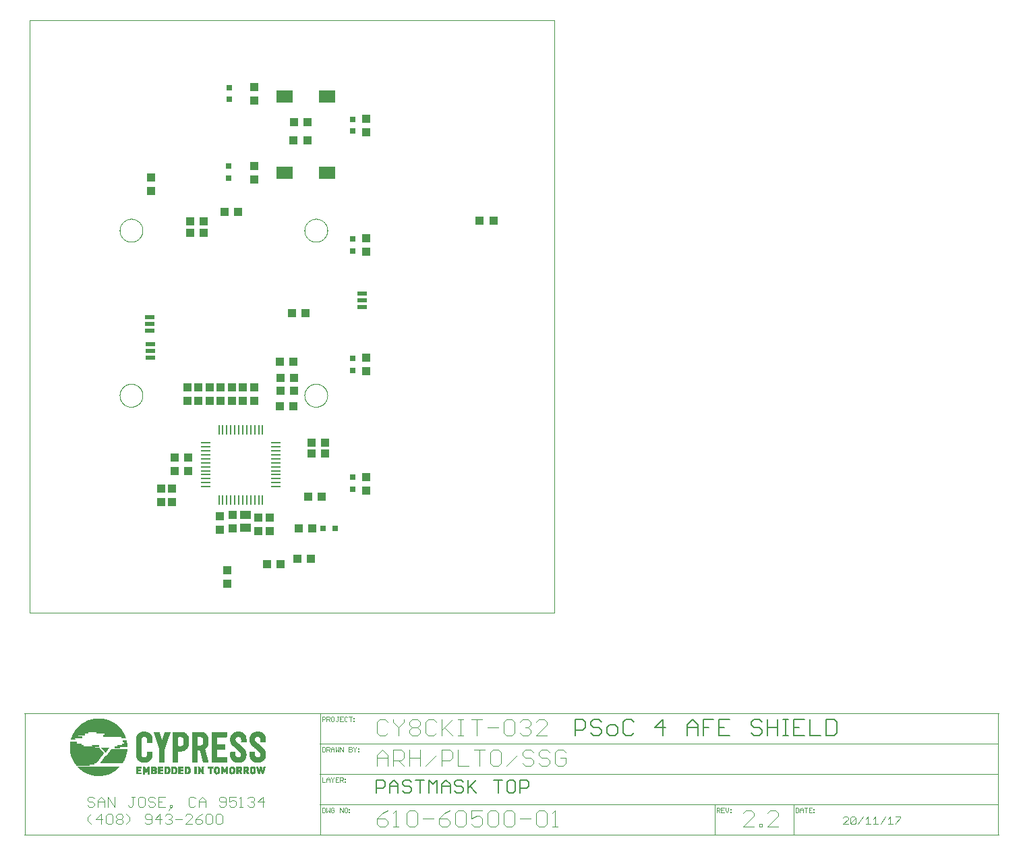
<source format=gbr>
G75*
%MOIN*%
%OFA0B0*%
%FSLAX25Y25*%
%IPPOS*%
%LPD*%
%AMOC8*
5,1,8,0,0,1.08239X$1,22.5*
%
%ADD10C,0.00000*%
%ADD11C,0.00600*%
%ADD12C,0.00098*%
%ADD13C,0.00200*%
%ADD14C,0.00300*%
%ADD15C,0.00700*%
%ADD16R,0.07874X0.06299*%
%ADD17R,0.05118X0.00827*%
%ADD18R,0.00827X0.05118*%
%ADD19R,0.04331X0.03937*%
%ADD20R,0.03937X0.04331*%
%ADD21R,0.03150X0.03150*%
%ADD22R,0.05709X0.03937*%
%ADD23R,0.05000X0.02000*%
D10*
X1426731Y0728034D02*
X1426731Y1020634D01*
X1685831Y1020634D01*
X1685831Y0728034D01*
X1426731Y0728034D01*
X1471134Y0835425D02*
X1471136Y0835575D01*
X1471142Y0835725D01*
X1471152Y0835875D01*
X1471166Y0836025D01*
X1471184Y0836174D01*
X1471206Y0836323D01*
X1471231Y0836471D01*
X1471261Y0836618D01*
X1471295Y0836765D01*
X1471332Y0836910D01*
X1471373Y0837055D01*
X1471418Y0837198D01*
X1471467Y0837340D01*
X1471520Y0837481D01*
X1471576Y0837620D01*
X1471636Y0837758D01*
X1471700Y0837894D01*
X1471767Y0838029D01*
X1471838Y0838161D01*
X1471912Y0838292D01*
X1471990Y0838421D01*
X1472071Y0838547D01*
X1472156Y0838671D01*
X1472243Y0838794D01*
X1472334Y0838913D01*
X1472428Y0839030D01*
X1472525Y0839145D01*
X1472625Y0839257D01*
X1472729Y0839367D01*
X1472834Y0839473D01*
X1472943Y0839577D01*
X1473055Y0839678D01*
X1473169Y0839776D01*
X1473285Y0839871D01*
X1473404Y0839962D01*
X1473526Y0840051D01*
X1473650Y0840136D01*
X1473776Y0840218D01*
X1473904Y0840296D01*
X1474034Y0840372D01*
X1474166Y0840443D01*
X1474300Y0840511D01*
X1474436Y0840576D01*
X1474573Y0840637D01*
X1474712Y0840694D01*
X1474852Y0840748D01*
X1474994Y0840798D01*
X1475137Y0840844D01*
X1475281Y0840886D01*
X1475427Y0840924D01*
X1475573Y0840959D01*
X1475720Y0840990D01*
X1475868Y0841016D01*
X1476017Y0841039D01*
X1476166Y0841058D01*
X1476315Y0841073D01*
X1476465Y0841084D01*
X1476615Y0841091D01*
X1476765Y0841094D01*
X1476916Y0841093D01*
X1477066Y0841088D01*
X1477216Y0841079D01*
X1477366Y0841066D01*
X1477515Y0841049D01*
X1477664Y0841028D01*
X1477812Y0841003D01*
X1477960Y0840975D01*
X1478106Y0840942D01*
X1478252Y0840906D01*
X1478397Y0840865D01*
X1478541Y0840821D01*
X1478683Y0840773D01*
X1478824Y0840721D01*
X1478964Y0840666D01*
X1479102Y0840607D01*
X1479238Y0840544D01*
X1479373Y0840478D01*
X1479506Y0840408D01*
X1479637Y0840334D01*
X1479767Y0840258D01*
X1479894Y0840177D01*
X1480019Y0840094D01*
X1480141Y0840007D01*
X1480262Y0839917D01*
X1480379Y0839824D01*
X1480495Y0839727D01*
X1480607Y0839628D01*
X1480718Y0839525D01*
X1480825Y0839420D01*
X1480929Y0839312D01*
X1481031Y0839202D01*
X1481130Y0839088D01*
X1481225Y0838972D01*
X1481318Y0838854D01*
X1481407Y0838733D01*
X1481493Y0838610D01*
X1481576Y0838484D01*
X1481655Y0838357D01*
X1481731Y0838227D01*
X1481804Y0838095D01*
X1481873Y0837962D01*
X1481938Y0837826D01*
X1482000Y0837690D01*
X1482058Y0837551D01*
X1482113Y0837411D01*
X1482164Y0837269D01*
X1482211Y0837127D01*
X1482254Y0836983D01*
X1482293Y0836838D01*
X1482329Y0836692D01*
X1482360Y0836545D01*
X1482388Y0836397D01*
X1482412Y0836249D01*
X1482432Y0836100D01*
X1482448Y0835950D01*
X1482460Y0835800D01*
X1482468Y0835650D01*
X1482472Y0835500D01*
X1482472Y0835350D01*
X1482468Y0835200D01*
X1482460Y0835050D01*
X1482448Y0834900D01*
X1482432Y0834750D01*
X1482412Y0834601D01*
X1482388Y0834453D01*
X1482360Y0834305D01*
X1482329Y0834158D01*
X1482293Y0834012D01*
X1482254Y0833867D01*
X1482211Y0833723D01*
X1482164Y0833581D01*
X1482113Y0833439D01*
X1482058Y0833299D01*
X1482000Y0833160D01*
X1481938Y0833024D01*
X1481873Y0832888D01*
X1481804Y0832755D01*
X1481731Y0832623D01*
X1481655Y0832493D01*
X1481576Y0832366D01*
X1481493Y0832240D01*
X1481407Y0832117D01*
X1481318Y0831996D01*
X1481225Y0831878D01*
X1481130Y0831762D01*
X1481031Y0831648D01*
X1480929Y0831538D01*
X1480825Y0831430D01*
X1480718Y0831325D01*
X1480607Y0831222D01*
X1480495Y0831123D01*
X1480379Y0831026D01*
X1480262Y0830933D01*
X1480141Y0830843D01*
X1480019Y0830756D01*
X1479894Y0830673D01*
X1479767Y0830592D01*
X1479638Y0830516D01*
X1479506Y0830442D01*
X1479373Y0830372D01*
X1479238Y0830306D01*
X1479102Y0830243D01*
X1478964Y0830184D01*
X1478824Y0830129D01*
X1478683Y0830077D01*
X1478541Y0830029D01*
X1478397Y0829985D01*
X1478252Y0829944D01*
X1478106Y0829908D01*
X1477960Y0829875D01*
X1477812Y0829847D01*
X1477664Y0829822D01*
X1477515Y0829801D01*
X1477366Y0829784D01*
X1477216Y0829771D01*
X1477066Y0829762D01*
X1476916Y0829757D01*
X1476765Y0829756D01*
X1476615Y0829759D01*
X1476465Y0829766D01*
X1476315Y0829777D01*
X1476166Y0829792D01*
X1476017Y0829811D01*
X1475868Y0829834D01*
X1475720Y0829860D01*
X1475573Y0829891D01*
X1475427Y0829926D01*
X1475281Y0829964D01*
X1475137Y0830006D01*
X1474994Y0830052D01*
X1474852Y0830102D01*
X1474712Y0830156D01*
X1474573Y0830213D01*
X1474436Y0830274D01*
X1474300Y0830339D01*
X1474166Y0830407D01*
X1474034Y0830478D01*
X1473904Y0830554D01*
X1473776Y0830632D01*
X1473650Y0830714D01*
X1473526Y0830799D01*
X1473404Y0830888D01*
X1473285Y0830979D01*
X1473169Y0831074D01*
X1473055Y0831172D01*
X1472943Y0831273D01*
X1472834Y0831377D01*
X1472729Y0831483D01*
X1472625Y0831593D01*
X1472525Y0831705D01*
X1472428Y0831820D01*
X1472334Y0831937D01*
X1472243Y0832056D01*
X1472156Y0832179D01*
X1472071Y0832303D01*
X1471990Y0832429D01*
X1471912Y0832558D01*
X1471838Y0832689D01*
X1471767Y0832821D01*
X1471700Y0832956D01*
X1471636Y0833092D01*
X1471576Y0833230D01*
X1471520Y0833369D01*
X1471467Y0833510D01*
X1471418Y0833652D01*
X1471373Y0833795D01*
X1471332Y0833940D01*
X1471295Y0834085D01*
X1471261Y0834232D01*
X1471231Y0834379D01*
X1471206Y0834527D01*
X1471184Y0834676D01*
X1471166Y0834825D01*
X1471152Y0834975D01*
X1471142Y0835125D01*
X1471136Y0835275D01*
X1471134Y0835425D01*
X1562473Y0835425D02*
X1562475Y0835575D01*
X1562481Y0835725D01*
X1562491Y0835875D01*
X1562505Y0836025D01*
X1562523Y0836174D01*
X1562545Y0836323D01*
X1562570Y0836471D01*
X1562600Y0836618D01*
X1562634Y0836765D01*
X1562671Y0836910D01*
X1562712Y0837055D01*
X1562757Y0837198D01*
X1562806Y0837340D01*
X1562859Y0837481D01*
X1562915Y0837620D01*
X1562975Y0837758D01*
X1563039Y0837894D01*
X1563106Y0838029D01*
X1563177Y0838161D01*
X1563251Y0838292D01*
X1563329Y0838421D01*
X1563410Y0838547D01*
X1563495Y0838671D01*
X1563582Y0838794D01*
X1563673Y0838913D01*
X1563767Y0839030D01*
X1563864Y0839145D01*
X1563964Y0839257D01*
X1564068Y0839367D01*
X1564173Y0839473D01*
X1564282Y0839577D01*
X1564394Y0839678D01*
X1564508Y0839776D01*
X1564624Y0839871D01*
X1564743Y0839962D01*
X1564865Y0840051D01*
X1564989Y0840136D01*
X1565115Y0840218D01*
X1565243Y0840296D01*
X1565373Y0840372D01*
X1565505Y0840443D01*
X1565639Y0840511D01*
X1565775Y0840576D01*
X1565912Y0840637D01*
X1566051Y0840694D01*
X1566191Y0840748D01*
X1566333Y0840798D01*
X1566476Y0840844D01*
X1566620Y0840886D01*
X1566766Y0840924D01*
X1566912Y0840959D01*
X1567059Y0840990D01*
X1567207Y0841016D01*
X1567356Y0841039D01*
X1567505Y0841058D01*
X1567654Y0841073D01*
X1567804Y0841084D01*
X1567954Y0841091D01*
X1568104Y0841094D01*
X1568255Y0841093D01*
X1568405Y0841088D01*
X1568555Y0841079D01*
X1568705Y0841066D01*
X1568854Y0841049D01*
X1569003Y0841028D01*
X1569151Y0841003D01*
X1569299Y0840975D01*
X1569445Y0840942D01*
X1569591Y0840906D01*
X1569736Y0840865D01*
X1569880Y0840821D01*
X1570022Y0840773D01*
X1570163Y0840721D01*
X1570303Y0840666D01*
X1570441Y0840607D01*
X1570577Y0840544D01*
X1570712Y0840478D01*
X1570845Y0840408D01*
X1570976Y0840334D01*
X1571106Y0840258D01*
X1571233Y0840177D01*
X1571358Y0840094D01*
X1571480Y0840007D01*
X1571601Y0839917D01*
X1571718Y0839824D01*
X1571834Y0839727D01*
X1571946Y0839628D01*
X1572057Y0839525D01*
X1572164Y0839420D01*
X1572268Y0839312D01*
X1572370Y0839202D01*
X1572469Y0839088D01*
X1572564Y0838972D01*
X1572657Y0838854D01*
X1572746Y0838733D01*
X1572832Y0838610D01*
X1572915Y0838484D01*
X1572994Y0838357D01*
X1573070Y0838227D01*
X1573143Y0838095D01*
X1573212Y0837962D01*
X1573277Y0837826D01*
X1573339Y0837690D01*
X1573397Y0837551D01*
X1573452Y0837411D01*
X1573503Y0837269D01*
X1573550Y0837127D01*
X1573593Y0836983D01*
X1573632Y0836838D01*
X1573668Y0836692D01*
X1573699Y0836545D01*
X1573727Y0836397D01*
X1573751Y0836249D01*
X1573771Y0836100D01*
X1573787Y0835950D01*
X1573799Y0835800D01*
X1573807Y0835650D01*
X1573811Y0835500D01*
X1573811Y0835350D01*
X1573807Y0835200D01*
X1573799Y0835050D01*
X1573787Y0834900D01*
X1573771Y0834750D01*
X1573751Y0834601D01*
X1573727Y0834453D01*
X1573699Y0834305D01*
X1573668Y0834158D01*
X1573632Y0834012D01*
X1573593Y0833867D01*
X1573550Y0833723D01*
X1573503Y0833581D01*
X1573452Y0833439D01*
X1573397Y0833299D01*
X1573339Y0833160D01*
X1573277Y0833024D01*
X1573212Y0832888D01*
X1573143Y0832755D01*
X1573070Y0832623D01*
X1572994Y0832493D01*
X1572915Y0832366D01*
X1572832Y0832240D01*
X1572746Y0832117D01*
X1572657Y0831996D01*
X1572564Y0831878D01*
X1572469Y0831762D01*
X1572370Y0831648D01*
X1572268Y0831538D01*
X1572164Y0831430D01*
X1572057Y0831325D01*
X1571946Y0831222D01*
X1571834Y0831123D01*
X1571718Y0831026D01*
X1571601Y0830933D01*
X1571480Y0830843D01*
X1571358Y0830756D01*
X1571233Y0830673D01*
X1571106Y0830592D01*
X1570977Y0830516D01*
X1570845Y0830442D01*
X1570712Y0830372D01*
X1570577Y0830306D01*
X1570441Y0830243D01*
X1570303Y0830184D01*
X1570163Y0830129D01*
X1570022Y0830077D01*
X1569880Y0830029D01*
X1569736Y0829985D01*
X1569591Y0829944D01*
X1569445Y0829908D01*
X1569299Y0829875D01*
X1569151Y0829847D01*
X1569003Y0829822D01*
X1568854Y0829801D01*
X1568705Y0829784D01*
X1568555Y0829771D01*
X1568405Y0829762D01*
X1568255Y0829757D01*
X1568104Y0829756D01*
X1567954Y0829759D01*
X1567804Y0829766D01*
X1567654Y0829777D01*
X1567505Y0829792D01*
X1567356Y0829811D01*
X1567207Y0829834D01*
X1567059Y0829860D01*
X1566912Y0829891D01*
X1566766Y0829926D01*
X1566620Y0829964D01*
X1566476Y0830006D01*
X1566333Y0830052D01*
X1566191Y0830102D01*
X1566051Y0830156D01*
X1565912Y0830213D01*
X1565775Y0830274D01*
X1565639Y0830339D01*
X1565505Y0830407D01*
X1565373Y0830478D01*
X1565243Y0830554D01*
X1565115Y0830632D01*
X1564989Y0830714D01*
X1564865Y0830799D01*
X1564743Y0830888D01*
X1564624Y0830979D01*
X1564508Y0831074D01*
X1564394Y0831172D01*
X1564282Y0831273D01*
X1564173Y0831377D01*
X1564068Y0831483D01*
X1563964Y0831593D01*
X1563864Y0831705D01*
X1563767Y0831820D01*
X1563673Y0831937D01*
X1563582Y0832056D01*
X1563495Y0832179D01*
X1563410Y0832303D01*
X1563329Y0832429D01*
X1563251Y0832558D01*
X1563177Y0832689D01*
X1563106Y0832821D01*
X1563039Y0832956D01*
X1562975Y0833092D01*
X1562915Y0833230D01*
X1562859Y0833369D01*
X1562806Y0833510D01*
X1562757Y0833652D01*
X1562712Y0833795D01*
X1562671Y0833940D01*
X1562634Y0834085D01*
X1562600Y0834232D01*
X1562570Y0834379D01*
X1562545Y0834527D01*
X1562523Y0834676D01*
X1562505Y0834825D01*
X1562491Y0834975D01*
X1562481Y0835125D01*
X1562475Y0835275D01*
X1562473Y0835425D01*
X1562473Y0916921D02*
X1562475Y0917071D01*
X1562481Y0917221D01*
X1562491Y0917371D01*
X1562505Y0917521D01*
X1562523Y0917670D01*
X1562545Y0917819D01*
X1562570Y0917967D01*
X1562600Y0918114D01*
X1562634Y0918261D01*
X1562671Y0918406D01*
X1562712Y0918551D01*
X1562757Y0918694D01*
X1562806Y0918836D01*
X1562859Y0918977D01*
X1562915Y0919116D01*
X1562975Y0919254D01*
X1563039Y0919390D01*
X1563106Y0919525D01*
X1563177Y0919657D01*
X1563251Y0919788D01*
X1563329Y0919917D01*
X1563410Y0920043D01*
X1563495Y0920167D01*
X1563582Y0920290D01*
X1563673Y0920409D01*
X1563767Y0920526D01*
X1563864Y0920641D01*
X1563964Y0920753D01*
X1564068Y0920863D01*
X1564173Y0920969D01*
X1564282Y0921073D01*
X1564394Y0921174D01*
X1564508Y0921272D01*
X1564624Y0921367D01*
X1564743Y0921458D01*
X1564865Y0921547D01*
X1564989Y0921632D01*
X1565115Y0921714D01*
X1565243Y0921792D01*
X1565373Y0921868D01*
X1565505Y0921939D01*
X1565639Y0922007D01*
X1565775Y0922072D01*
X1565912Y0922133D01*
X1566051Y0922190D01*
X1566191Y0922244D01*
X1566333Y0922294D01*
X1566476Y0922340D01*
X1566620Y0922382D01*
X1566766Y0922420D01*
X1566912Y0922455D01*
X1567059Y0922486D01*
X1567207Y0922512D01*
X1567356Y0922535D01*
X1567505Y0922554D01*
X1567654Y0922569D01*
X1567804Y0922580D01*
X1567954Y0922587D01*
X1568104Y0922590D01*
X1568255Y0922589D01*
X1568405Y0922584D01*
X1568555Y0922575D01*
X1568705Y0922562D01*
X1568854Y0922545D01*
X1569003Y0922524D01*
X1569151Y0922499D01*
X1569299Y0922471D01*
X1569445Y0922438D01*
X1569591Y0922402D01*
X1569736Y0922361D01*
X1569880Y0922317D01*
X1570022Y0922269D01*
X1570163Y0922217D01*
X1570303Y0922162D01*
X1570441Y0922103D01*
X1570577Y0922040D01*
X1570712Y0921974D01*
X1570845Y0921904D01*
X1570976Y0921830D01*
X1571106Y0921754D01*
X1571233Y0921673D01*
X1571358Y0921590D01*
X1571480Y0921503D01*
X1571601Y0921413D01*
X1571718Y0921320D01*
X1571834Y0921223D01*
X1571946Y0921124D01*
X1572057Y0921021D01*
X1572164Y0920916D01*
X1572268Y0920808D01*
X1572370Y0920698D01*
X1572469Y0920584D01*
X1572564Y0920468D01*
X1572657Y0920350D01*
X1572746Y0920229D01*
X1572832Y0920106D01*
X1572915Y0919980D01*
X1572994Y0919853D01*
X1573070Y0919723D01*
X1573143Y0919591D01*
X1573212Y0919458D01*
X1573277Y0919322D01*
X1573339Y0919186D01*
X1573397Y0919047D01*
X1573452Y0918907D01*
X1573503Y0918765D01*
X1573550Y0918623D01*
X1573593Y0918479D01*
X1573632Y0918334D01*
X1573668Y0918188D01*
X1573699Y0918041D01*
X1573727Y0917893D01*
X1573751Y0917745D01*
X1573771Y0917596D01*
X1573787Y0917446D01*
X1573799Y0917296D01*
X1573807Y0917146D01*
X1573811Y0916996D01*
X1573811Y0916846D01*
X1573807Y0916696D01*
X1573799Y0916546D01*
X1573787Y0916396D01*
X1573771Y0916246D01*
X1573751Y0916097D01*
X1573727Y0915949D01*
X1573699Y0915801D01*
X1573668Y0915654D01*
X1573632Y0915508D01*
X1573593Y0915363D01*
X1573550Y0915219D01*
X1573503Y0915077D01*
X1573452Y0914935D01*
X1573397Y0914795D01*
X1573339Y0914656D01*
X1573277Y0914520D01*
X1573212Y0914384D01*
X1573143Y0914251D01*
X1573070Y0914119D01*
X1572994Y0913989D01*
X1572915Y0913862D01*
X1572832Y0913736D01*
X1572746Y0913613D01*
X1572657Y0913492D01*
X1572564Y0913374D01*
X1572469Y0913258D01*
X1572370Y0913144D01*
X1572268Y0913034D01*
X1572164Y0912926D01*
X1572057Y0912821D01*
X1571946Y0912718D01*
X1571834Y0912619D01*
X1571718Y0912522D01*
X1571601Y0912429D01*
X1571480Y0912339D01*
X1571358Y0912252D01*
X1571233Y0912169D01*
X1571106Y0912088D01*
X1570977Y0912012D01*
X1570845Y0911938D01*
X1570712Y0911868D01*
X1570577Y0911802D01*
X1570441Y0911739D01*
X1570303Y0911680D01*
X1570163Y0911625D01*
X1570022Y0911573D01*
X1569880Y0911525D01*
X1569736Y0911481D01*
X1569591Y0911440D01*
X1569445Y0911404D01*
X1569299Y0911371D01*
X1569151Y0911343D01*
X1569003Y0911318D01*
X1568854Y0911297D01*
X1568705Y0911280D01*
X1568555Y0911267D01*
X1568405Y0911258D01*
X1568255Y0911253D01*
X1568104Y0911252D01*
X1567954Y0911255D01*
X1567804Y0911262D01*
X1567654Y0911273D01*
X1567505Y0911288D01*
X1567356Y0911307D01*
X1567207Y0911330D01*
X1567059Y0911356D01*
X1566912Y0911387D01*
X1566766Y0911422D01*
X1566620Y0911460D01*
X1566476Y0911502D01*
X1566333Y0911548D01*
X1566191Y0911598D01*
X1566051Y0911652D01*
X1565912Y0911709D01*
X1565775Y0911770D01*
X1565639Y0911835D01*
X1565505Y0911903D01*
X1565373Y0911974D01*
X1565243Y0912050D01*
X1565115Y0912128D01*
X1564989Y0912210D01*
X1564865Y0912295D01*
X1564743Y0912384D01*
X1564624Y0912475D01*
X1564508Y0912570D01*
X1564394Y0912668D01*
X1564282Y0912769D01*
X1564173Y0912873D01*
X1564068Y0912979D01*
X1563964Y0913089D01*
X1563864Y0913201D01*
X1563767Y0913316D01*
X1563673Y0913433D01*
X1563582Y0913552D01*
X1563495Y0913675D01*
X1563410Y0913799D01*
X1563329Y0913925D01*
X1563251Y0914054D01*
X1563177Y0914185D01*
X1563106Y0914317D01*
X1563039Y0914452D01*
X1562975Y0914588D01*
X1562915Y0914726D01*
X1562859Y0914865D01*
X1562806Y0915006D01*
X1562757Y0915148D01*
X1562712Y0915291D01*
X1562671Y0915436D01*
X1562634Y0915581D01*
X1562600Y0915728D01*
X1562570Y0915875D01*
X1562545Y0916023D01*
X1562523Y0916172D01*
X1562505Y0916321D01*
X1562491Y0916471D01*
X1562481Y0916621D01*
X1562475Y0916771D01*
X1562473Y0916921D01*
X1471134Y0916921D02*
X1471136Y0917071D01*
X1471142Y0917221D01*
X1471152Y0917371D01*
X1471166Y0917521D01*
X1471184Y0917670D01*
X1471206Y0917819D01*
X1471231Y0917967D01*
X1471261Y0918114D01*
X1471295Y0918261D01*
X1471332Y0918406D01*
X1471373Y0918551D01*
X1471418Y0918694D01*
X1471467Y0918836D01*
X1471520Y0918977D01*
X1471576Y0919116D01*
X1471636Y0919254D01*
X1471700Y0919390D01*
X1471767Y0919525D01*
X1471838Y0919657D01*
X1471912Y0919788D01*
X1471990Y0919917D01*
X1472071Y0920043D01*
X1472156Y0920167D01*
X1472243Y0920290D01*
X1472334Y0920409D01*
X1472428Y0920526D01*
X1472525Y0920641D01*
X1472625Y0920753D01*
X1472729Y0920863D01*
X1472834Y0920969D01*
X1472943Y0921073D01*
X1473055Y0921174D01*
X1473169Y0921272D01*
X1473285Y0921367D01*
X1473404Y0921458D01*
X1473526Y0921547D01*
X1473650Y0921632D01*
X1473776Y0921714D01*
X1473904Y0921792D01*
X1474034Y0921868D01*
X1474166Y0921939D01*
X1474300Y0922007D01*
X1474436Y0922072D01*
X1474573Y0922133D01*
X1474712Y0922190D01*
X1474852Y0922244D01*
X1474994Y0922294D01*
X1475137Y0922340D01*
X1475281Y0922382D01*
X1475427Y0922420D01*
X1475573Y0922455D01*
X1475720Y0922486D01*
X1475868Y0922512D01*
X1476017Y0922535D01*
X1476166Y0922554D01*
X1476315Y0922569D01*
X1476465Y0922580D01*
X1476615Y0922587D01*
X1476765Y0922590D01*
X1476916Y0922589D01*
X1477066Y0922584D01*
X1477216Y0922575D01*
X1477366Y0922562D01*
X1477515Y0922545D01*
X1477664Y0922524D01*
X1477812Y0922499D01*
X1477960Y0922471D01*
X1478106Y0922438D01*
X1478252Y0922402D01*
X1478397Y0922361D01*
X1478541Y0922317D01*
X1478683Y0922269D01*
X1478824Y0922217D01*
X1478964Y0922162D01*
X1479102Y0922103D01*
X1479238Y0922040D01*
X1479373Y0921974D01*
X1479506Y0921904D01*
X1479637Y0921830D01*
X1479767Y0921754D01*
X1479894Y0921673D01*
X1480019Y0921590D01*
X1480141Y0921503D01*
X1480262Y0921413D01*
X1480379Y0921320D01*
X1480495Y0921223D01*
X1480607Y0921124D01*
X1480718Y0921021D01*
X1480825Y0920916D01*
X1480929Y0920808D01*
X1481031Y0920698D01*
X1481130Y0920584D01*
X1481225Y0920468D01*
X1481318Y0920350D01*
X1481407Y0920229D01*
X1481493Y0920106D01*
X1481576Y0919980D01*
X1481655Y0919853D01*
X1481731Y0919723D01*
X1481804Y0919591D01*
X1481873Y0919458D01*
X1481938Y0919322D01*
X1482000Y0919186D01*
X1482058Y0919047D01*
X1482113Y0918907D01*
X1482164Y0918765D01*
X1482211Y0918623D01*
X1482254Y0918479D01*
X1482293Y0918334D01*
X1482329Y0918188D01*
X1482360Y0918041D01*
X1482388Y0917893D01*
X1482412Y0917745D01*
X1482432Y0917596D01*
X1482448Y0917446D01*
X1482460Y0917296D01*
X1482468Y0917146D01*
X1482472Y0916996D01*
X1482472Y0916846D01*
X1482468Y0916696D01*
X1482460Y0916546D01*
X1482448Y0916396D01*
X1482432Y0916246D01*
X1482412Y0916097D01*
X1482388Y0915949D01*
X1482360Y0915801D01*
X1482329Y0915654D01*
X1482293Y0915508D01*
X1482254Y0915363D01*
X1482211Y0915219D01*
X1482164Y0915077D01*
X1482113Y0914935D01*
X1482058Y0914795D01*
X1482000Y0914656D01*
X1481938Y0914520D01*
X1481873Y0914384D01*
X1481804Y0914251D01*
X1481731Y0914119D01*
X1481655Y0913989D01*
X1481576Y0913862D01*
X1481493Y0913736D01*
X1481407Y0913613D01*
X1481318Y0913492D01*
X1481225Y0913374D01*
X1481130Y0913258D01*
X1481031Y0913144D01*
X1480929Y0913034D01*
X1480825Y0912926D01*
X1480718Y0912821D01*
X1480607Y0912718D01*
X1480495Y0912619D01*
X1480379Y0912522D01*
X1480262Y0912429D01*
X1480141Y0912339D01*
X1480019Y0912252D01*
X1479894Y0912169D01*
X1479767Y0912088D01*
X1479638Y0912012D01*
X1479506Y0911938D01*
X1479373Y0911868D01*
X1479238Y0911802D01*
X1479102Y0911739D01*
X1478964Y0911680D01*
X1478824Y0911625D01*
X1478683Y0911573D01*
X1478541Y0911525D01*
X1478397Y0911481D01*
X1478252Y0911440D01*
X1478106Y0911404D01*
X1477960Y0911371D01*
X1477812Y0911343D01*
X1477664Y0911318D01*
X1477515Y0911297D01*
X1477366Y0911280D01*
X1477216Y0911267D01*
X1477066Y0911258D01*
X1476916Y0911253D01*
X1476765Y0911252D01*
X1476615Y0911255D01*
X1476465Y0911262D01*
X1476315Y0911273D01*
X1476166Y0911288D01*
X1476017Y0911307D01*
X1475868Y0911330D01*
X1475720Y0911356D01*
X1475573Y0911387D01*
X1475427Y0911422D01*
X1475281Y0911460D01*
X1475137Y0911502D01*
X1474994Y0911548D01*
X1474852Y0911598D01*
X1474712Y0911652D01*
X1474573Y0911709D01*
X1474436Y0911770D01*
X1474300Y0911835D01*
X1474166Y0911903D01*
X1474034Y0911974D01*
X1473904Y0912050D01*
X1473776Y0912128D01*
X1473650Y0912210D01*
X1473526Y0912295D01*
X1473404Y0912384D01*
X1473285Y0912475D01*
X1473169Y0912570D01*
X1473055Y0912668D01*
X1472943Y0912769D01*
X1472834Y0912873D01*
X1472729Y0912979D01*
X1472625Y0913089D01*
X1472525Y0913201D01*
X1472428Y0913316D01*
X1472334Y0913433D01*
X1472243Y0913552D01*
X1472156Y0913675D01*
X1472071Y0913799D01*
X1471990Y0913925D01*
X1471912Y0914054D01*
X1471838Y0914185D01*
X1471767Y0914317D01*
X1471700Y0914452D01*
X1471636Y0914588D01*
X1471576Y0914726D01*
X1471520Y0914865D01*
X1471467Y0915006D01*
X1471418Y0915148D01*
X1471373Y0915291D01*
X1471332Y0915436D01*
X1471295Y0915581D01*
X1471261Y0915728D01*
X1471231Y0915875D01*
X1471206Y0916023D01*
X1471184Y0916172D01*
X1471166Y0916321D01*
X1471152Y0916471D01*
X1471142Y0916621D01*
X1471136Y0916771D01*
X1471134Y0916921D01*
D11*
X1598051Y0645509D02*
X1601254Y0645509D01*
X1602321Y0644442D01*
X1602321Y0642306D01*
X1601254Y0641239D01*
X1598051Y0641239D01*
X1598051Y0639104D02*
X1598051Y0645509D01*
X1604496Y0643374D02*
X1606632Y0645509D01*
X1608767Y0643374D01*
X1608767Y0639104D01*
X1610942Y0640171D02*
X1612009Y0639104D01*
X1614145Y0639104D01*
X1615212Y0640171D01*
X1615212Y0641239D01*
X1614145Y0642306D01*
X1612009Y0642306D01*
X1610942Y0643374D01*
X1610942Y0644442D01*
X1612009Y0645509D01*
X1614145Y0645509D01*
X1615212Y0644442D01*
X1617387Y0645509D02*
X1621658Y0645509D01*
X1619523Y0645509D02*
X1619523Y0639104D01*
X1623833Y0639104D02*
X1623833Y0645509D01*
X1625968Y0643374D01*
X1628103Y0645509D01*
X1628103Y0639104D01*
X1630278Y0639104D02*
X1630278Y0643374D01*
X1632414Y0645509D01*
X1634549Y0643374D01*
X1634549Y0639104D01*
X1636724Y0640171D02*
X1637791Y0639104D01*
X1639927Y0639104D01*
X1640994Y0640171D01*
X1640994Y0641239D01*
X1639927Y0642306D01*
X1637791Y0642306D01*
X1636724Y0643374D01*
X1636724Y0644442D01*
X1637791Y0645509D01*
X1639927Y0645509D01*
X1640994Y0644442D01*
X1643169Y0645509D02*
X1643169Y0639104D01*
X1643169Y0641239D02*
X1647440Y0645509D01*
X1644237Y0642306D02*
X1647440Y0639104D01*
X1656060Y0645509D02*
X1660331Y0645509D01*
X1658196Y0645509D02*
X1658196Y0639104D01*
X1662506Y0640171D02*
X1663573Y0639104D01*
X1665709Y0639104D01*
X1666776Y0640171D01*
X1666776Y0644442D01*
X1665709Y0645509D01*
X1663573Y0645509D01*
X1662506Y0644442D01*
X1662506Y0640171D01*
X1668951Y0639104D02*
X1668951Y0645509D01*
X1672154Y0645509D01*
X1673222Y0644442D01*
X1673222Y0642306D01*
X1672154Y0641239D01*
X1668951Y0641239D01*
X1634549Y0642306D02*
X1630278Y0642306D01*
X1608767Y0642306D02*
X1604496Y0642306D01*
X1604496Y0643374D02*
X1604496Y0639104D01*
D12*
X1424242Y0618510D02*
X1424067Y0618510D01*
X1424242Y0618510D02*
X1424242Y0678510D01*
X1424067Y0678510D01*
X1424242Y0678510D02*
X1570242Y0678510D01*
X1570242Y0618510D01*
X1765242Y0618510D01*
X1765242Y0633510D01*
X1804242Y0633510D01*
X1804242Y0618510D01*
X1905403Y0618510D01*
X1905578Y0618510D01*
X1905403Y0618510D02*
X1905403Y0678510D01*
X1905578Y0678510D01*
X1905403Y0678510D02*
X1570242Y0678510D01*
X1571242Y0676710D02*
X1572341Y0676710D01*
X1572708Y0676343D01*
X1572708Y0675610D01*
X1572341Y0675243D01*
X1571242Y0675243D01*
X1571242Y0676710D01*
X1571242Y0675243D02*
X1571242Y0674510D01*
X1573441Y0674510D02*
X1573441Y0675243D01*
X1574174Y0675243D01*
X1574907Y0674510D01*
X1574541Y0675243D02*
X1574174Y0675243D01*
X1574541Y0675243D02*
X1574907Y0675610D01*
X1574907Y0676343D01*
X1574541Y0676710D01*
X1573441Y0676710D01*
X1573441Y0675243D01*
X1575640Y0674877D02*
X1576007Y0674510D01*
X1576740Y0674510D01*
X1577107Y0674877D01*
X1577107Y0676343D01*
X1576740Y0676710D01*
X1576007Y0676710D01*
X1575640Y0676343D01*
X1575640Y0674877D01*
X1577840Y0674877D02*
X1578206Y0674510D01*
X1578573Y0674510D01*
X1578939Y0674877D01*
X1578939Y0676710D01*
X1578573Y0676710D01*
X1578939Y0676710D02*
X1579306Y0676710D01*
X1580039Y0676710D02*
X1580039Y0675610D01*
X1580772Y0675610D01*
X1580039Y0675610D02*
X1580039Y0674510D01*
X1581505Y0674510D01*
X1582238Y0674877D02*
X1582605Y0674510D01*
X1583338Y0674510D01*
X1583704Y0674877D01*
X1582238Y0674877D02*
X1582238Y0676343D01*
X1582605Y0676710D01*
X1583338Y0676710D01*
X1583704Y0676343D01*
X1584438Y0676710D02*
X1585171Y0676710D01*
X1585171Y0674510D01*
X1586637Y0674510D02*
X1586637Y0674877D01*
X1587003Y0674877D01*
X1587003Y0674510D01*
X1586637Y0674510D01*
X1586637Y0675610D02*
X1586637Y0675977D01*
X1587003Y0675977D01*
X1587003Y0675610D01*
X1586637Y0675610D01*
X1585904Y0676710D02*
X1585171Y0676710D01*
X1581505Y0676710D02*
X1580039Y0676710D01*
X1580039Y0661710D02*
X1581505Y0659510D01*
X1581505Y0661710D01*
X1580039Y0661710D02*
X1580039Y0659510D01*
X1579306Y0659510D02*
X1579306Y0661710D01*
X1577840Y0661710D02*
X1577840Y0659510D01*
X1578573Y0660243D01*
X1579306Y0659510D01*
X1577107Y0659510D02*
X1577107Y0660610D01*
X1575640Y0660610D01*
X1575640Y0660977D01*
X1576374Y0661710D01*
X1577107Y0660977D01*
X1577107Y0660610D01*
X1575640Y0660610D02*
X1575640Y0659510D01*
X1574907Y0659510D02*
X1574174Y0660243D01*
X1573441Y0660243D01*
X1573441Y0661710D01*
X1574541Y0661710D01*
X1574907Y0661343D01*
X1574907Y0660610D01*
X1574541Y0660243D01*
X1574174Y0660243D01*
X1573441Y0660243D02*
X1573441Y0659510D01*
X1572708Y0659877D02*
X1572708Y0661343D01*
X1572341Y0661710D01*
X1571242Y0661710D01*
X1571242Y0659510D01*
X1572341Y0659510D01*
X1572708Y0659877D01*
X1570067Y0663510D02*
X1905417Y0663510D01*
X1905417Y0648510D02*
X1570067Y0648510D01*
X1571242Y0646710D02*
X1571242Y0644510D01*
X1572708Y0644510D01*
X1573441Y0644510D02*
X1573441Y0645610D01*
X1574907Y0645610D01*
X1574907Y0644510D01*
X1574907Y0645610D02*
X1574907Y0645977D01*
X1574174Y0646710D01*
X1573441Y0645977D01*
X1573441Y0645610D01*
X1575640Y0646343D02*
X1576374Y0645610D01*
X1576374Y0644510D01*
X1576374Y0645610D02*
X1577107Y0646343D01*
X1577107Y0646710D01*
X1577840Y0646710D02*
X1577840Y0645610D01*
X1578573Y0645610D01*
X1577840Y0645610D02*
X1577840Y0644510D01*
X1579306Y0644510D01*
X1580039Y0644510D02*
X1580039Y0645243D01*
X1580772Y0645243D01*
X1581505Y0644510D01*
X1582238Y0644510D02*
X1582238Y0644877D01*
X1582605Y0644877D01*
X1582605Y0644510D01*
X1582238Y0644510D01*
X1582238Y0645610D02*
X1582238Y0645977D01*
X1582605Y0645977D01*
X1582605Y0645610D01*
X1582238Y0645610D01*
X1581505Y0645610D02*
X1581139Y0645243D01*
X1580772Y0645243D01*
X1580039Y0645243D02*
X1580039Y0646710D01*
X1581139Y0646710D01*
X1581505Y0646343D01*
X1581505Y0645610D01*
X1579306Y0646710D02*
X1577840Y0646710D01*
X1575640Y0646710D02*
X1575640Y0646343D01*
X1570067Y0633510D02*
X1765242Y0633510D01*
X1766242Y0631710D02*
X1767341Y0631710D01*
X1767708Y0631343D01*
X1767708Y0630610D01*
X1767341Y0630243D01*
X1766975Y0630243D01*
X1767708Y0629510D01*
X1768441Y0629510D02*
X1769907Y0629510D01*
X1770640Y0630243D02*
X1771374Y0629510D01*
X1772107Y0630243D01*
X1772107Y0631710D01*
X1772840Y0630977D02*
X1772840Y0630610D01*
X1773206Y0630610D01*
X1773206Y0630977D01*
X1772840Y0630977D01*
X1772840Y0629877D02*
X1772840Y0629510D01*
X1773206Y0629510D01*
X1773206Y0629877D01*
X1772840Y0629877D01*
X1770640Y0630243D02*
X1770640Y0631710D01*
X1769907Y0631710D02*
X1768441Y0631710D01*
X1768441Y0630610D01*
X1769174Y0630610D01*
X1768441Y0630610D02*
X1768441Y0629510D01*
X1766975Y0630243D02*
X1766242Y0630243D01*
X1766242Y0631710D01*
X1766242Y0630243D02*
X1766242Y0629510D01*
X1765242Y0618510D02*
X1804242Y0618510D01*
X1796542Y0622392D02*
X1791210Y0622392D01*
X1796542Y0627724D01*
X1796542Y0629057D01*
X1795209Y0630390D01*
X1792543Y0630390D01*
X1791210Y0629057D01*
X1788572Y0623843D02*
X1788572Y0622510D01*
X1787239Y0622510D01*
X1787239Y0623843D01*
X1788572Y0623843D01*
X1784573Y0622510D02*
X1779242Y0622510D01*
X1784573Y0627842D01*
X1784573Y0629175D01*
X1783241Y0630508D01*
X1780575Y0630508D01*
X1779242Y0629175D01*
X1804242Y0633510D02*
X1905417Y0633510D01*
X1814406Y0630977D02*
X1814406Y0630610D01*
X1814039Y0630610D01*
X1814039Y0630977D01*
X1814406Y0630977D01*
X1814406Y0629877D02*
X1814406Y0629510D01*
X1814039Y0629510D01*
X1814039Y0629877D01*
X1814406Y0629877D01*
X1813306Y0629510D02*
X1811840Y0629510D01*
X1811840Y0630610D01*
X1812573Y0630610D01*
X1811840Y0630610D02*
X1811840Y0631710D01*
X1813306Y0631710D01*
X1811107Y0631710D02*
X1810374Y0631710D01*
X1810374Y0629510D01*
X1808907Y0629510D02*
X1808907Y0630610D01*
X1807441Y0630610D01*
X1807441Y0630977D01*
X1808174Y0631710D01*
X1808907Y0630977D01*
X1808907Y0630610D01*
X1809640Y0631710D02*
X1810374Y0631710D01*
X1807441Y0630610D02*
X1807441Y0629510D01*
X1806708Y0629877D02*
X1806708Y0631343D01*
X1806341Y0631710D01*
X1805242Y0631710D01*
X1805242Y0629510D01*
X1806341Y0629510D01*
X1806708Y0629877D01*
X1691545Y0653843D02*
X1691545Y0656509D01*
X1688879Y0656509D01*
X1686213Y0653843D02*
X1687546Y0652510D01*
X1690212Y0652510D01*
X1691545Y0653843D01*
X1686213Y0653843D02*
X1686213Y0659175D01*
X1687546Y0660508D01*
X1690212Y0660508D01*
X1691545Y0659175D01*
X1683548Y0659175D02*
X1682215Y0660508D01*
X1679549Y0660508D01*
X1678216Y0659175D01*
X1678216Y0657842D01*
X1679549Y0656509D01*
X1682215Y0656509D01*
X1683548Y0655176D01*
X1683548Y0653843D01*
X1682215Y0652510D01*
X1679549Y0652510D01*
X1678216Y0653843D01*
X1675550Y0653843D02*
X1674217Y0652510D01*
X1671551Y0652510D01*
X1670219Y0653843D01*
X1671551Y0656509D02*
X1674217Y0656509D01*
X1675550Y0655176D01*
X1675550Y0653843D01*
X1671551Y0656509D02*
X1670219Y0657842D01*
X1670219Y0659175D01*
X1671551Y0660508D01*
X1674217Y0660508D01*
X1675550Y0659175D01*
X1667553Y0657842D02*
X1662221Y0652510D01*
X1659555Y0653843D02*
X1659555Y0659175D01*
X1658222Y0660508D01*
X1655557Y0660508D01*
X1654224Y0659175D01*
X1654224Y0653843D01*
X1655557Y0652510D01*
X1658222Y0652510D01*
X1659555Y0653843D01*
X1651558Y0660508D02*
X1648892Y0660508D01*
X1648892Y0652510D01*
X1643561Y0652510D02*
X1638229Y0652510D01*
X1638229Y0660508D01*
X1635563Y0659175D02*
X1635563Y0656509D01*
X1634230Y0655176D01*
X1630231Y0655176D01*
X1630231Y0660508D01*
X1634230Y0660508D01*
X1635563Y0659175D01*
X1630231Y0655176D02*
X1630231Y0652510D01*
X1627566Y0657842D02*
X1622234Y0652510D01*
X1619568Y0652510D02*
X1619568Y0656509D01*
X1619568Y0660508D01*
X1619568Y0656509D02*
X1614237Y0656509D01*
X1614237Y0652510D01*
X1611571Y0652510D02*
X1608905Y0655176D01*
X1606239Y0655176D01*
X1606239Y0660508D01*
X1610238Y0660508D01*
X1611571Y0659175D01*
X1611571Y0656509D01*
X1610238Y0655176D01*
X1608905Y0655176D01*
X1606239Y0655176D02*
X1606239Y0652510D01*
X1603573Y0652510D02*
X1603573Y0656509D01*
X1598242Y0656509D01*
X1598242Y0657842D01*
X1600908Y0660508D01*
X1603573Y0657842D01*
X1603573Y0656509D01*
X1598242Y0656509D02*
X1598242Y0652510D01*
X1589203Y0659510D02*
X1588836Y0659510D01*
X1588836Y0659877D01*
X1589203Y0659877D01*
X1589203Y0659510D01*
X1589203Y0660610D02*
X1588836Y0660610D01*
X1588836Y0660977D01*
X1589203Y0660977D01*
X1589203Y0660610D01*
X1588103Y0661343D02*
X1588103Y0661710D01*
X1588103Y0661343D02*
X1587370Y0660610D01*
X1587370Y0659510D01*
X1587370Y0660610D02*
X1586637Y0661343D01*
X1586637Y0661710D01*
X1585904Y0661343D02*
X1585537Y0661710D01*
X1584438Y0661710D01*
X1584438Y0660610D01*
X1585537Y0660610D01*
X1585904Y0660977D01*
X1585904Y0661343D01*
X1585537Y0660610D02*
X1585904Y0660243D01*
X1585904Y0659877D01*
X1585537Y0659510D01*
X1584438Y0659510D01*
X1584438Y0660610D01*
X1598242Y0668843D02*
X1599575Y0667510D01*
X1602241Y0667510D01*
X1603573Y0668843D01*
X1598242Y0668843D02*
X1598242Y0674175D01*
X1599575Y0675508D01*
X1602241Y0675508D01*
X1603573Y0674175D01*
X1606239Y0674175D02*
X1608905Y0671509D01*
X1608905Y0667510D01*
X1608905Y0671509D02*
X1611571Y0674175D01*
X1611571Y0675508D01*
X1614237Y0674175D02*
X1614237Y0672842D01*
X1615570Y0671509D01*
X1618235Y0671509D01*
X1619568Y0670176D01*
X1619568Y0668843D01*
X1618235Y0667510D01*
X1615570Y0667510D01*
X1614237Y0668843D01*
X1614237Y0670176D01*
X1615570Y0671509D01*
X1618235Y0671509D02*
X1619568Y0672842D01*
X1619568Y0674175D01*
X1618235Y0675508D01*
X1615570Y0675508D01*
X1614237Y0674175D01*
X1622234Y0674175D02*
X1622234Y0668843D01*
X1623567Y0667510D01*
X1626233Y0667510D01*
X1627566Y0668843D01*
X1630231Y0667510D02*
X1630231Y0670176D01*
X1635563Y0675508D01*
X1631564Y0671509D01*
X1635563Y0667510D01*
X1638229Y0667510D02*
X1639562Y0667510D01*
X1640895Y0667510D01*
X1639562Y0667510D02*
X1639562Y0675508D01*
X1640895Y0675508D01*
X1639562Y0675508D02*
X1638229Y0675508D01*
X1644893Y0675508D02*
X1647559Y0675508D01*
X1647559Y0667510D01*
X1652891Y0671509D02*
X1658222Y0671509D01*
X1660888Y0668843D02*
X1660888Y0674175D01*
X1662221Y0675508D01*
X1664887Y0675508D01*
X1666220Y0674175D01*
X1666220Y0668843D01*
X1664887Y0667510D01*
X1662221Y0667510D01*
X1660888Y0668843D01*
X1668886Y0668843D02*
X1670219Y0667510D01*
X1672884Y0667510D01*
X1674217Y0668843D01*
X1674217Y0670176D01*
X1672884Y0671509D01*
X1671551Y0671509D01*
X1672884Y0671509D02*
X1674217Y0672842D01*
X1674217Y0674175D01*
X1672884Y0675508D01*
X1670219Y0675508D01*
X1668886Y0674175D01*
X1676883Y0674175D02*
X1678216Y0675508D01*
X1680882Y0675508D01*
X1682215Y0674175D01*
X1682215Y0672842D01*
X1676883Y0667510D01*
X1682215Y0667510D01*
X1650225Y0675508D02*
X1647559Y0675508D01*
X1646226Y0660508D02*
X1648892Y0660508D01*
X1630231Y0670176D02*
X1630231Y0675508D01*
X1627566Y0674175D02*
X1626233Y0675508D01*
X1623567Y0675508D01*
X1622234Y0674175D01*
X1614237Y0660508D02*
X1614237Y0656509D01*
X1606239Y0674175D02*
X1606239Y0675508D01*
X1607572Y0630508D02*
X1606239Y0629175D01*
X1607572Y0630508D02*
X1607572Y0622510D01*
X1608905Y0622510D01*
X1607572Y0622510D02*
X1606239Y0622510D01*
X1603573Y0623843D02*
X1602241Y0622510D01*
X1599575Y0622510D01*
X1598242Y0623843D01*
X1598242Y0626509D01*
X1602241Y0626509D01*
X1603573Y0625176D01*
X1603573Y0623843D01*
X1600908Y0629175D02*
X1598242Y0626509D01*
X1600908Y0629175D02*
X1603573Y0630508D01*
X1612904Y0629175D02*
X1612904Y0623843D01*
X1614237Y0622510D01*
X1616902Y0622510D01*
X1618235Y0623843D01*
X1618235Y0629175D01*
X1616902Y0630508D01*
X1614237Y0630508D01*
X1612904Y0629175D01*
X1620901Y0626509D02*
X1626233Y0626509D01*
X1628899Y0626509D02*
X1632897Y0626509D01*
X1634230Y0625176D01*
X1634230Y0623843D01*
X1632897Y0622510D01*
X1630231Y0622510D01*
X1628899Y0623843D01*
X1628899Y0626509D01*
X1631564Y0629175D01*
X1634230Y0630508D01*
X1636896Y0629175D02*
X1636896Y0623843D01*
X1638229Y0622510D01*
X1640895Y0622510D01*
X1642228Y0623843D01*
X1642228Y0629175D01*
X1640895Y0630508D01*
X1638229Y0630508D01*
X1636896Y0629175D01*
X1644893Y0630508D02*
X1644893Y0626509D01*
X1647559Y0627842D01*
X1648892Y0627842D01*
X1650225Y0626509D01*
X1650225Y0623843D01*
X1648892Y0622510D01*
X1646226Y0622510D01*
X1644893Y0623843D01*
X1644893Y0630508D02*
X1650225Y0630508D01*
X1652891Y0629175D02*
X1652891Y0623843D01*
X1654224Y0622510D01*
X1656890Y0622510D01*
X1658222Y0623843D01*
X1658222Y0629175D01*
X1656890Y0630508D01*
X1654224Y0630508D01*
X1652891Y0629175D01*
X1660888Y0629175D02*
X1660888Y0623843D01*
X1662221Y0622510D01*
X1664887Y0622510D01*
X1666220Y0623843D01*
X1666220Y0629175D01*
X1664887Y0630508D01*
X1662221Y0630508D01*
X1660888Y0629175D01*
X1668886Y0626509D02*
X1674217Y0626509D01*
X1676883Y0623843D02*
X1676883Y0629175D01*
X1678216Y0630508D01*
X1680882Y0630508D01*
X1682215Y0629175D01*
X1682215Y0623843D01*
X1680882Y0622510D01*
X1678216Y0622510D01*
X1676883Y0623843D01*
X1684880Y0622510D02*
X1686213Y0622510D01*
X1686213Y0630508D01*
X1684880Y0629175D01*
X1686213Y0622510D02*
X1687546Y0622510D01*
X1584804Y0629510D02*
X1584438Y0629510D01*
X1584438Y0629877D01*
X1584804Y0629877D01*
X1584804Y0629510D01*
X1584804Y0630610D02*
X1584438Y0630610D01*
X1584438Y0630977D01*
X1584804Y0630977D01*
X1584804Y0630610D01*
X1583704Y0631343D02*
X1583338Y0631710D01*
X1582605Y0631710D01*
X1582238Y0631343D01*
X1582238Y0629877D01*
X1582605Y0629510D01*
X1583338Y0629510D01*
X1583704Y0629877D01*
X1583704Y0631343D01*
X1581505Y0631710D02*
X1581505Y0629510D01*
X1580039Y0631710D01*
X1580039Y0629510D01*
X1577107Y0629877D02*
X1577107Y0630610D01*
X1576374Y0630610D01*
X1577107Y0629877D02*
X1576740Y0629510D01*
X1576007Y0629510D01*
X1575640Y0629877D01*
X1575640Y0631343D01*
X1576007Y0631710D01*
X1576740Y0631710D01*
X1577107Y0631343D01*
X1574907Y0631710D02*
X1574907Y0629510D01*
X1574174Y0630243D01*
X1573441Y0629510D01*
X1573441Y0631710D01*
X1572708Y0631343D02*
X1572341Y0631710D01*
X1571242Y0631710D01*
X1571242Y0629510D01*
X1572341Y0629510D01*
X1572708Y0629877D01*
X1572708Y0631343D01*
X1570242Y0618510D02*
X1424242Y0618510D01*
X1455198Y0625290D02*
X1455198Y0626956D01*
X1456864Y0628622D01*
X1459363Y0626123D02*
X1462695Y0626123D01*
X1464361Y0624457D02*
X1464361Y0627789D01*
X1465194Y0628622D01*
X1466861Y0628622D01*
X1467694Y0627789D01*
X1467694Y0624457D01*
X1466861Y0623624D01*
X1465194Y0623624D01*
X1464361Y0624457D01*
X1461862Y0623624D02*
X1461862Y0628622D01*
X1459363Y0626123D01*
X1456864Y0623624D02*
X1455198Y0625290D01*
X1456031Y0632124D02*
X1455198Y0632957D01*
X1456031Y0632124D02*
X1457697Y0632124D01*
X1458530Y0632957D01*
X1458530Y0633790D01*
X1457697Y0634623D01*
X1456031Y0634623D01*
X1455198Y0635456D01*
X1455198Y0636289D01*
X1456031Y0637122D01*
X1457697Y0637122D01*
X1458530Y0636289D01*
X1460196Y0635456D02*
X1461862Y0637122D01*
X1463528Y0635456D01*
X1463528Y0634623D01*
X1460196Y0634623D01*
X1460196Y0635456D01*
X1460196Y0634623D02*
X1460196Y0632124D01*
X1463528Y0632124D02*
X1463528Y0634623D01*
X1465194Y0637122D02*
X1468527Y0632124D01*
X1468527Y0637122D01*
X1465194Y0637122D02*
X1465194Y0632124D01*
X1469360Y0627789D02*
X1469360Y0626956D01*
X1470193Y0626123D01*
X1471859Y0626123D01*
X1472692Y0625290D01*
X1472692Y0624457D01*
X1471859Y0623624D01*
X1470193Y0623624D01*
X1469360Y0624457D01*
X1469360Y0625290D01*
X1470193Y0626123D01*
X1471859Y0626123D02*
X1472692Y0626956D01*
X1472692Y0627789D01*
X1471859Y0628622D01*
X1470193Y0628622D01*
X1469360Y0627789D01*
X1474358Y0628622D02*
X1476024Y0626956D01*
X1476024Y0625290D01*
X1474358Y0623624D01*
X1476024Y0632124D02*
X1475191Y0632957D01*
X1476024Y0632124D02*
X1476857Y0632124D01*
X1477690Y0632957D01*
X1477690Y0637122D01*
X1476857Y0637122D01*
X1477690Y0637122D02*
X1478523Y0637122D01*
X1480190Y0636289D02*
X1480190Y0632957D01*
X1481023Y0632124D01*
X1482689Y0632124D01*
X1483522Y0632957D01*
X1483522Y0636289D01*
X1482689Y0637122D01*
X1481023Y0637122D01*
X1480190Y0636289D01*
X1485188Y0636289D02*
X1485188Y0635456D01*
X1486021Y0634623D01*
X1487687Y0634623D01*
X1488520Y0633790D01*
X1488520Y0632957D01*
X1487687Y0632124D01*
X1486021Y0632124D01*
X1485188Y0632957D01*
X1485188Y0636289D02*
X1486021Y0637122D01*
X1487687Y0637122D01*
X1488520Y0636289D01*
X1490186Y0637122D02*
X1490186Y0634623D01*
X1491852Y0634623D01*
X1490186Y0634623D02*
X1490186Y0632124D01*
X1493519Y0632124D01*
X1495185Y0630458D02*
X1496018Y0631291D01*
X1496851Y0632124D01*
X1496018Y0632124D01*
X1496018Y0632957D01*
X1496851Y0632957D01*
X1496851Y0632124D01*
X1496018Y0628622D02*
X1496851Y0627789D01*
X1496851Y0626956D01*
X1496018Y0626123D01*
X1496851Y0625290D01*
X1496851Y0624457D01*
X1496018Y0623624D01*
X1494352Y0623624D01*
X1493519Y0624457D01*
X1495185Y0626123D02*
X1496018Y0626123D01*
X1498517Y0626123D02*
X1501849Y0626123D01*
X1503515Y0627789D02*
X1504348Y0628622D01*
X1506014Y0628622D01*
X1506848Y0627789D01*
X1506848Y0626956D01*
X1503515Y0623624D01*
X1506848Y0623624D01*
X1508514Y0624457D02*
X1509347Y0623624D01*
X1511013Y0623624D01*
X1511846Y0624457D01*
X1511846Y0625290D01*
X1511013Y0626123D01*
X1508514Y0626123D01*
X1508514Y0624457D01*
X1508514Y0626123D02*
X1510180Y0627789D01*
X1511846Y0628622D01*
X1513512Y0627789D02*
X1513512Y0624457D01*
X1514345Y0623624D01*
X1516011Y0623624D01*
X1516844Y0624457D01*
X1516844Y0627789D01*
X1516011Y0628622D01*
X1514345Y0628622D01*
X1513512Y0627789D01*
X1513512Y0632124D02*
X1513512Y0634623D01*
X1510180Y0634623D01*
X1510180Y0635456D01*
X1511846Y0637122D01*
X1513512Y0635456D01*
X1513512Y0634623D01*
X1510180Y0634623D02*
X1510180Y0632124D01*
X1508514Y0632957D02*
X1507681Y0632124D01*
X1506014Y0632124D01*
X1505181Y0632957D01*
X1505181Y0636289D01*
X1506014Y0637122D01*
X1507681Y0637122D01*
X1508514Y0636289D01*
X1520177Y0636289D02*
X1520177Y0635456D01*
X1521010Y0634623D01*
X1523509Y0634623D01*
X1523509Y0636289D01*
X1522676Y0637122D01*
X1521010Y0637122D01*
X1520177Y0636289D01*
X1520177Y0632957D02*
X1521010Y0632124D01*
X1522676Y0632124D01*
X1523509Y0632957D01*
X1523509Y0634623D01*
X1525175Y0634623D02*
X1526841Y0635456D01*
X1527674Y0635456D01*
X1528507Y0634623D01*
X1528507Y0632957D01*
X1527674Y0632124D01*
X1526008Y0632124D01*
X1525175Y0632957D01*
X1525175Y0634623D02*
X1525175Y0637122D01*
X1528507Y0637122D01*
X1530173Y0636289D02*
X1531006Y0637122D01*
X1531006Y0632124D01*
X1531839Y0632124D01*
X1531006Y0632124D02*
X1530173Y0632124D01*
X1534339Y0632957D02*
X1535172Y0632124D01*
X1536838Y0632124D01*
X1537671Y0632957D01*
X1537671Y0633790D01*
X1536838Y0634623D01*
X1536005Y0634623D01*
X1536838Y0634623D02*
X1537671Y0635456D01*
X1537671Y0636289D01*
X1536838Y0637122D01*
X1535172Y0637122D01*
X1534339Y0636289D01*
X1539337Y0634623D02*
X1542669Y0634623D01*
X1541836Y0632124D02*
X1541836Y0637122D01*
X1539337Y0634623D01*
X1539514Y0648606D02*
X1539527Y0648606D01*
X1540111Y0648606D01*
X1540123Y0648606D01*
X1540111Y0648606D02*
X1540739Y0650714D01*
X1540751Y0650714D01*
X1540739Y0650714D02*
X1540726Y0650714D01*
X1540739Y0650714D02*
X1541387Y0648606D01*
X1541374Y0648606D01*
X1541387Y0648606D02*
X1541955Y0648606D01*
X1541967Y0648606D01*
X1541955Y0648606D02*
X1542899Y0652086D01*
X1542911Y0652086D01*
X1542899Y0652086D02*
X1542191Y0652086D01*
X1542178Y0652086D01*
X1542191Y0652086D02*
X1541639Y0649882D01*
X1541651Y0649882D01*
X1541639Y0649882D02*
X1541626Y0649882D01*
X1541639Y0649882D02*
X1541007Y0652086D01*
X1541019Y0652086D01*
X1541007Y0652086D02*
X1540487Y0652086D01*
X1540474Y0652086D01*
X1540487Y0652086D02*
X1539859Y0649882D01*
X1539871Y0649882D01*
X1539859Y0649882D02*
X1539846Y0649882D01*
X1539859Y0649882D02*
X1539307Y0652086D01*
X1539319Y0652086D01*
X1539307Y0652086D02*
X1538599Y0652086D01*
X1538586Y0652086D01*
X1538599Y0652086D02*
X1539527Y0648606D01*
X1537999Y0649330D02*
X1537987Y0649330D01*
X1537974Y0649330D01*
X1537987Y0649330D02*
X1537999Y0649394D01*
X1538011Y0649394D01*
X1537999Y0649394D02*
X1537986Y0649394D01*
X1537999Y0649394D02*
X1538015Y0649438D01*
X1538027Y0649438D01*
X1538015Y0649438D02*
X1538002Y0649438D01*
X1538015Y0649438D02*
X1538031Y0649502D01*
X1538043Y0649502D01*
X1538031Y0649502D02*
X1538018Y0649502D01*
X1538031Y0649502D02*
X1538047Y0649550D01*
X1538059Y0649550D01*
X1538047Y0649550D02*
X1538034Y0649550D01*
X1538047Y0649550D02*
X1538047Y0649614D01*
X1538059Y0649614D01*
X1538047Y0649614D02*
X1538034Y0649614D01*
X1538047Y0649614D02*
X1538063Y0649678D01*
X1538075Y0649678D01*
X1538063Y0649678D02*
X1538050Y0649678D01*
X1538063Y0649678D02*
X1538063Y0649786D01*
X1538075Y0649786D01*
X1538063Y0649786D02*
X1538050Y0649786D01*
X1538063Y0649786D02*
X1538079Y0649850D01*
X1538091Y0649850D01*
X1538079Y0649850D02*
X1538066Y0649850D01*
X1538079Y0649850D02*
X1538079Y0650826D01*
X1538091Y0650826D01*
X1538079Y0650826D02*
X1538066Y0650826D01*
X1538079Y0650826D02*
X1538063Y0650890D01*
X1538075Y0650890D01*
X1538063Y0650890D02*
X1538050Y0650890D01*
X1538063Y0650890D02*
X1538063Y0651014D01*
X1538075Y0651014D01*
X1538063Y0651014D02*
X1538050Y0651014D01*
X1538063Y0651014D02*
X1538047Y0651078D01*
X1538059Y0651078D01*
X1538047Y0651078D02*
X1538034Y0651078D01*
X1538047Y0651078D02*
X1538047Y0651142D01*
X1538059Y0651142D01*
X1538047Y0651142D02*
X1538034Y0651142D01*
X1538047Y0651142D02*
X1538031Y0651190D01*
X1538043Y0651190D01*
X1538031Y0651190D02*
X1538018Y0651190D01*
X1538031Y0651190D02*
X1538015Y0651250D01*
X1538027Y0651250D01*
X1538015Y0651250D02*
X1538002Y0651250D01*
X1538015Y0651250D02*
X1537999Y0651298D01*
X1538011Y0651298D01*
X1537999Y0651298D02*
X1537986Y0651298D01*
X1537999Y0651298D02*
X1537987Y0651362D01*
X1537999Y0651362D01*
X1537987Y0651362D02*
X1537974Y0651362D01*
X1537987Y0651362D02*
X1537955Y0651410D01*
X1537967Y0651410D01*
X1537955Y0651410D02*
X1537942Y0651410D01*
X1537955Y0651410D02*
X1537939Y0651454D01*
X1537951Y0651454D01*
X1537939Y0651454D02*
X1537926Y0651454D01*
X1537939Y0651454D02*
X1537779Y0651690D01*
X1537791Y0651690D01*
X1537779Y0651690D02*
X1537766Y0651690D01*
X1537779Y0651690D02*
X1537671Y0651802D01*
X1537683Y0651802D01*
X1537671Y0651802D02*
X1537658Y0651802D01*
X1537671Y0651802D02*
X1537639Y0651818D01*
X1537651Y0651818D01*
X1537639Y0651818D02*
X1537626Y0651818D01*
X1537639Y0651818D02*
X1537575Y0651882D01*
X1537587Y0651882D01*
X1537575Y0651882D02*
X1537562Y0651882D01*
X1537575Y0651882D02*
X1537543Y0651898D01*
X1537555Y0651898D01*
X1537543Y0651898D02*
X1537530Y0651898D01*
X1537543Y0651898D02*
X1537495Y0651930D01*
X1537507Y0651930D01*
X1537495Y0651930D02*
X1537482Y0651930D01*
X1537495Y0651930D02*
X1537435Y0651958D01*
X1537447Y0651958D01*
X1537435Y0651958D02*
X1537422Y0651958D01*
X1537435Y0651958D02*
X1537403Y0651990D01*
X1537415Y0651990D01*
X1537403Y0651990D02*
X1537390Y0651990D01*
X1537403Y0651990D02*
X1537355Y0652006D01*
X1537367Y0652006D01*
X1537355Y0652006D02*
X1537342Y0652006D01*
X1537355Y0652006D02*
X1537323Y0652022D01*
X1537335Y0652022D01*
X1537323Y0652022D02*
X1537310Y0652022D01*
X1537323Y0652022D02*
X1537275Y0652038D01*
X1537287Y0652038D01*
X1537275Y0652038D02*
X1537262Y0652038D01*
X1537275Y0652038D02*
X1537243Y0652054D01*
X1537255Y0652054D01*
X1537243Y0652054D02*
X1537230Y0652054D01*
X1537243Y0652054D02*
X1537199Y0652070D01*
X1537211Y0652070D01*
X1537199Y0652070D02*
X1537167Y0652070D01*
X1537154Y0652070D01*
X1537167Y0652070D02*
X1537071Y0652102D01*
X1537083Y0652102D01*
X1537071Y0652102D02*
X1537023Y0652102D01*
X1537010Y0652102D01*
X1537023Y0652102D02*
X1536979Y0652118D01*
X1536991Y0652118D01*
X1536979Y0652118D02*
X1536599Y0652118D01*
X1536586Y0652118D01*
X1536599Y0652118D02*
X1536551Y0652102D01*
X1536563Y0652102D01*
X1536551Y0652102D02*
X1536503Y0652102D01*
X1536490Y0652102D01*
X1536503Y0652102D02*
X1536475Y0652086D01*
X1536487Y0652086D01*
X1536475Y0652086D02*
X1536462Y0652086D01*
X1536475Y0652086D02*
X1536427Y0652070D01*
X1536439Y0652070D01*
X1536427Y0652070D02*
X1536379Y0652070D01*
X1536366Y0652070D01*
X1536379Y0652070D02*
X1536347Y0652054D01*
X1536359Y0652054D01*
X1536347Y0652054D02*
X1536334Y0652054D01*
X1536347Y0652054D02*
X1536299Y0652038D01*
X1536311Y0652038D01*
X1536299Y0652038D02*
X1536286Y0652038D01*
X1536299Y0652038D02*
X1536267Y0652022D01*
X1536279Y0652022D01*
X1536267Y0652022D02*
X1536223Y0652006D01*
X1536235Y0652006D01*
X1536223Y0652006D02*
X1536210Y0652006D01*
X1536223Y0652006D02*
X1536191Y0651990D01*
X1536203Y0651990D01*
X1536191Y0651990D02*
X1536178Y0651990D01*
X1536191Y0651990D02*
X1536143Y0651958D01*
X1536155Y0651958D01*
X1536143Y0651958D02*
X1536130Y0651958D01*
X1536143Y0651958D02*
X1536079Y0651930D01*
X1536091Y0651930D01*
X1536079Y0651930D02*
X1536066Y0651930D01*
X1536079Y0651930D02*
X1536047Y0651898D01*
X1536059Y0651898D01*
X1536047Y0651898D02*
X1536034Y0651898D01*
X1536047Y0651898D02*
X1535999Y0651882D01*
X1536011Y0651882D01*
X1535999Y0651882D02*
X1535986Y0651882D01*
X1535999Y0651882D02*
X1535939Y0651818D01*
X1535951Y0651818D01*
X1535939Y0651818D02*
X1535926Y0651818D01*
X1535939Y0651818D02*
X1535907Y0651802D01*
X1535919Y0651802D01*
X1535907Y0651802D02*
X1535894Y0651802D01*
X1535907Y0651802D02*
X1535795Y0651690D01*
X1535807Y0651690D01*
X1535795Y0651690D02*
X1535782Y0651690D01*
X1535795Y0651690D02*
X1535639Y0651454D01*
X1535651Y0651454D01*
X1535639Y0651454D02*
X1535626Y0651454D01*
X1535639Y0651454D02*
X1535623Y0651410D01*
X1535635Y0651410D01*
X1535623Y0651410D02*
X1535610Y0651410D01*
X1535623Y0651410D02*
X1535591Y0651362D01*
X1535603Y0651362D01*
X1535591Y0651362D02*
X1535578Y0651362D01*
X1535591Y0651362D02*
X1535575Y0651298D01*
X1535587Y0651298D01*
X1535575Y0651298D02*
X1535562Y0651298D01*
X1535575Y0651298D02*
X1535559Y0651250D01*
X1535571Y0651250D01*
X1535559Y0651250D02*
X1535546Y0651250D01*
X1535559Y0651250D02*
X1535559Y0651190D01*
X1535571Y0651190D01*
X1535559Y0651190D02*
X1535546Y0651190D01*
X1535559Y0651190D02*
X1535543Y0651142D01*
X1535555Y0651142D01*
X1535543Y0651142D02*
X1535530Y0651142D01*
X1535543Y0651142D02*
X1535527Y0651078D01*
X1535539Y0651078D01*
X1535527Y0651078D02*
X1535514Y0651078D01*
X1535527Y0651078D02*
X1535527Y0651014D01*
X1535539Y0651014D01*
X1535527Y0651014D02*
X1535514Y0651014D01*
X1535527Y0651014D02*
X1535511Y0650950D01*
X1535523Y0650950D01*
X1535511Y0650950D02*
X1535498Y0650950D01*
X1535511Y0650950D02*
X1535511Y0650762D01*
X1535523Y0650762D01*
X1535511Y0650762D02*
X1535498Y0650762D01*
X1535511Y0650762D02*
X1535495Y0650698D01*
X1535507Y0650698D01*
X1535495Y0650698D02*
X1535482Y0650698D01*
X1535495Y0650698D02*
X1535495Y0649990D01*
X1535507Y0649990D01*
X1535495Y0649990D02*
X1535482Y0649990D01*
X1535495Y0649990D02*
X1535511Y0649930D01*
X1535523Y0649930D01*
X1535511Y0649930D02*
X1535498Y0649930D01*
X1535511Y0649930D02*
X1535511Y0649738D01*
X1535523Y0649738D01*
X1535511Y0649738D02*
X1535498Y0649738D01*
X1535511Y0649738D02*
X1535527Y0649678D01*
X1535539Y0649678D01*
X1535527Y0649678D02*
X1535514Y0649678D01*
X1535527Y0649678D02*
X1535527Y0649614D01*
X1535539Y0649614D01*
X1535527Y0649614D02*
X1535514Y0649614D01*
X1535527Y0649614D02*
X1535543Y0649550D01*
X1535555Y0649550D01*
X1535543Y0649550D02*
X1535530Y0649550D01*
X1535543Y0649550D02*
X1535559Y0649502D01*
X1535571Y0649502D01*
X1535559Y0649502D02*
X1535546Y0649502D01*
X1535559Y0649502D02*
X1535559Y0649438D01*
X1535571Y0649438D01*
X1535559Y0649438D02*
X1535546Y0649438D01*
X1535559Y0649438D02*
X1535575Y0649394D01*
X1535587Y0649394D01*
X1535575Y0649394D02*
X1535562Y0649394D01*
X1535575Y0649394D02*
X1535591Y0649330D01*
X1535603Y0649330D01*
X1535591Y0649330D02*
X1535578Y0649330D01*
X1535591Y0649330D02*
X1535623Y0649282D01*
X1535635Y0649282D01*
X1535623Y0649282D02*
X1535610Y0649282D01*
X1535623Y0649282D02*
X1535639Y0649234D01*
X1535651Y0649234D01*
X1535639Y0649234D02*
X1535626Y0649234D01*
X1535639Y0649234D02*
X1535795Y0648998D01*
X1535807Y0648998D01*
X1535795Y0648998D02*
X1535782Y0648998D01*
X1535795Y0648998D02*
X1535939Y0648858D01*
X1535951Y0648858D01*
X1535939Y0648858D02*
X1535926Y0648858D01*
X1535939Y0648858D02*
X1535971Y0648842D01*
X1535983Y0648842D01*
X1535971Y0648842D02*
X1535958Y0648842D01*
X1535971Y0648842D02*
X1535999Y0648810D01*
X1536011Y0648810D01*
X1535999Y0648810D02*
X1535986Y0648810D01*
X1535999Y0648810D02*
X1536047Y0648794D01*
X1536059Y0648794D01*
X1536047Y0648794D02*
X1536034Y0648794D01*
X1536047Y0648794D02*
X1536079Y0648762D01*
X1536091Y0648762D01*
X1536079Y0648762D02*
X1536066Y0648762D01*
X1536079Y0648762D02*
X1536111Y0648746D01*
X1536123Y0648746D01*
X1536111Y0648746D02*
X1536098Y0648746D01*
X1536111Y0648746D02*
X1536143Y0648714D01*
X1536155Y0648714D01*
X1536143Y0648714D02*
X1536130Y0648714D01*
X1536143Y0648714D02*
X1536191Y0648698D01*
X1536203Y0648698D01*
X1536191Y0648698D02*
X1536178Y0648698D01*
X1536191Y0648698D02*
X1536223Y0648686D01*
X1536235Y0648686D01*
X1536223Y0648686D02*
X1536210Y0648686D01*
X1536223Y0648686D02*
X1536267Y0648670D01*
X1536279Y0648670D01*
X1536267Y0648670D02*
X1536299Y0648654D01*
X1536311Y0648654D01*
X1536299Y0648654D02*
X1536286Y0648654D01*
X1536299Y0648654D02*
X1536347Y0648638D01*
X1536359Y0648638D01*
X1536347Y0648638D02*
X1536334Y0648638D01*
X1536347Y0648638D02*
X1536379Y0648622D01*
X1536391Y0648622D01*
X1536379Y0648622D02*
X1536366Y0648622D01*
X1536379Y0648622D02*
X1536427Y0648606D01*
X1536414Y0648606D01*
X1536427Y0648606D02*
X1536475Y0648606D01*
X1536487Y0648606D01*
X1536475Y0648606D02*
X1536503Y0648590D01*
X1536490Y0648590D01*
X1536503Y0648590D02*
X1536551Y0648590D01*
X1536563Y0648590D01*
X1536551Y0648590D02*
X1536599Y0648574D01*
X1536586Y0648574D01*
X1536599Y0648574D02*
X1536979Y0648574D01*
X1536991Y0648574D01*
X1536979Y0648574D02*
X1537023Y0648590D01*
X1537010Y0648590D01*
X1537023Y0648590D02*
X1537071Y0648590D01*
X1537083Y0648590D01*
X1537071Y0648590D02*
X1537119Y0648606D01*
X1537106Y0648606D01*
X1537119Y0648606D02*
X1537167Y0648606D01*
X1537179Y0648606D01*
X1537167Y0648606D02*
X1537199Y0648622D01*
X1537211Y0648622D01*
X1537199Y0648622D02*
X1537186Y0648622D01*
X1537199Y0648622D02*
X1537243Y0648638D01*
X1537255Y0648638D01*
X1537243Y0648638D02*
X1537230Y0648638D01*
X1537243Y0648638D02*
X1537275Y0648654D01*
X1537287Y0648654D01*
X1537275Y0648654D02*
X1537262Y0648654D01*
X1537275Y0648654D02*
X1537323Y0648670D01*
X1537335Y0648670D01*
X1537323Y0648670D02*
X1537310Y0648670D01*
X1537323Y0648670D02*
X1537355Y0648686D01*
X1537367Y0648686D01*
X1537355Y0648686D02*
X1537342Y0648686D01*
X1537355Y0648686D02*
X1537403Y0648698D01*
X1537415Y0648698D01*
X1537403Y0648698D02*
X1537390Y0648698D01*
X1537403Y0648698D02*
X1537435Y0648714D01*
X1537447Y0648714D01*
X1537435Y0648714D02*
X1537422Y0648714D01*
X1537435Y0648714D02*
X1537467Y0648746D01*
X1537479Y0648746D01*
X1537467Y0648746D02*
X1537454Y0648746D01*
X1537467Y0648746D02*
X1537495Y0648762D01*
X1537507Y0648762D01*
X1537495Y0648762D02*
X1537482Y0648762D01*
X1537495Y0648762D02*
X1537543Y0648794D01*
X1537555Y0648794D01*
X1537543Y0648794D02*
X1537530Y0648794D01*
X1537543Y0648794D02*
X1537575Y0648810D01*
X1537587Y0648810D01*
X1537575Y0648810D02*
X1537562Y0648810D01*
X1537575Y0648810D02*
X1537607Y0648842D01*
X1537619Y0648842D01*
X1537607Y0648842D02*
X1537594Y0648842D01*
X1537607Y0648842D02*
X1537639Y0648858D01*
X1537651Y0648858D01*
X1537639Y0648858D02*
X1537626Y0648858D01*
X1537639Y0648858D02*
X1537735Y0648950D01*
X1537747Y0648950D01*
X1537735Y0648950D02*
X1537722Y0648950D01*
X1537735Y0648950D02*
X1537779Y0648998D01*
X1537791Y0648998D01*
X1537779Y0648998D02*
X1537766Y0648998D01*
X1537779Y0648998D02*
X1537939Y0649234D01*
X1537951Y0649234D01*
X1537939Y0649234D02*
X1537926Y0649234D01*
X1537939Y0649234D02*
X1537955Y0649282D01*
X1537967Y0649282D01*
X1537955Y0649282D02*
X1537942Y0649282D01*
X1537955Y0649282D02*
X1537987Y0649330D01*
X1537351Y0649534D02*
X1537339Y0649534D01*
X1537326Y0649534D01*
X1537339Y0649534D02*
X1537323Y0649502D01*
X1537335Y0649502D01*
X1537323Y0649502D02*
X1537310Y0649502D01*
X1537323Y0649502D02*
X1537307Y0649486D01*
X1537319Y0649486D01*
X1537307Y0649486D02*
X1537294Y0649486D01*
X1537307Y0649486D02*
X1537291Y0649454D01*
X1537303Y0649454D01*
X1537291Y0649454D02*
X1537278Y0649454D01*
X1537291Y0649454D02*
X1537291Y0649438D01*
X1537303Y0649438D01*
X1537291Y0649438D02*
X1537278Y0649438D01*
X1537291Y0649438D02*
X1537259Y0649410D01*
X1537271Y0649410D01*
X1537259Y0649410D02*
X1537246Y0649410D01*
X1537259Y0649410D02*
X1537243Y0649378D01*
X1537255Y0649378D01*
X1537243Y0649378D02*
X1537230Y0649378D01*
X1537243Y0649378D02*
X1537199Y0649330D01*
X1537183Y0649330D01*
X1537170Y0649330D01*
X1537183Y0649330D02*
X1537183Y0649314D01*
X1537195Y0649314D01*
X1537183Y0649314D02*
X1537170Y0649314D01*
X1537183Y0649314D02*
X1537151Y0649282D01*
X1537135Y0649282D01*
X1537122Y0649282D01*
X1537135Y0649282D02*
X1537103Y0649250D01*
X1537115Y0649250D01*
X1537103Y0649250D02*
X1537071Y0649250D01*
X1537058Y0649250D01*
X1537071Y0649250D02*
X1537055Y0649234D01*
X1537039Y0649234D01*
X1537026Y0649234D01*
X1537039Y0649234D02*
X1537023Y0649218D01*
X1537007Y0649218D01*
X1536994Y0649218D01*
X1537007Y0649218D02*
X1536991Y0649202D01*
X1537003Y0649202D01*
X1536991Y0649202D02*
X1536963Y0649202D01*
X1536950Y0649202D01*
X1536947Y0649190D02*
X1536959Y0649190D01*
X1536947Y0649190D02*
X1536867Y0649190D01*
X1536854Y0649190D01*
X1536867Y0649190D02*
X1536835Y0649174D01*
X1536847Y0649174D01*
X1536835Y0649174D02*
X1536739Y0649174D01*
X1536726Y0649174D01*
X1536739Y0649174D02*
X1536727Y0649190D01*
X1536739Y0649190D01*
X1536727Y0649190D02*
X1536631Y0649190D01*
X1536618Y0649190D01*
X1536615Y0649202D02*
X1536599Y0649202D01*
X1536586Y0649202D01*
X1536599Y0649202D02*
X1536583Y0649218D01*
X1536595Y0649218D01*
X1536583Y0649218D02*
X1536551Y0649218D01*
X1536538Y0649218D01*
X1536551Y0649218D02*
X1536535Y0649234D01*
X1536519Y0649234D01*
X1536506Y0649234D01*
X1536519Y0649234D02*
X1536503Y0649250D01*
X1536487Y0649250D01*
X1536474Y0649250D01*
X1536487Y0649250D02*
X1536459Y0649282D01*
X1536443Y0649282D01*
X1536430Y0649282D01*
X1536443Y0649282D02*
X1536395Y0649330D01*
X1536379Y0649330D01*
X1536366Y0649330D01*
X1536379Y0649330D02*
X1536331Y0649378D01*
X1536343Y0649378D01*
X1536331Y0649378D02*
X1536318Y0649378D01*
X1536331Y0649378D02*
X1536315Y0649410D01*
X1536327Y0649410D01*
X1536315Y0649410D02*
X1536302Y0649410D01*
X1536315Y0649410D02*
X1536283Y0649438D01*
X1536295Y0649438D01*
X1536283Y0649438D02*
X1536270Y0649438D01*
X1536283Y0649438D02*
X1536283Y0649454D01*
X1536295Y0649454D01*
X1536283Y0649454D02*
X1536270Y0649454D01*
X1536283Y0649454D02*
X1536267Y0649486D01*
X1536279Y0649486D01*
X1536267Y0649486D02*
X1536251Y0649502D01*
X1536263Y0649502D01*
X1536251Y0649502D02*
X1536238Y0649502D01*
X1536251Y0649502D02*
X1536251Y0649534D01*
X1536263Y0649534D01*
X1536251Y0649534D02*
X1536238Y0649534D01*
X1536251Y0649534D02*
X1536239Y0649566D01*
X1536251Y0649566D01*
X1536239Y0649566D02*
X1536226Y0649566D01*
X1536239Y0649566D02*
X1536239Y0649598D01*
X1536251Y0649598D01*
X1536239Y0649598D02*
X1536226Y0649598D01*
X1536239Y0649598D02*
X1536223Y0649630D01*
X1536235Y0649630D01*
X1536223Y0649630D02*
X1536210Y0649630D01*
X1536223Y0649630D02*
X1536223Y0649662D01*
X1536235Y0649662D01*
X1536223Y0649662D02*
X1536210Y0649662D01*
X1536223Y0649662D02*
X1536207Y0649690D01*
X1536219Y0649690D01*
X1536207Y0649690D02*
X1536194Y0649690D01*
X1536207Y0649690D02*
X1536207Y0649770D01*
X1536219Y0649770D01*
X1536207Y0649770D02*
X1536194Y0649770D01*
X1536207Y0649770D02*
X1536191Y0649818D01*
X1536203Y0649818D01*
X1536191Y0649818D02*
X1536178Y0649818D01*
X1536191Y0649818D02*
X1536191Y0650858D01*
X1536203Y0650858D01*
X1536191Y0650858D02*
X1536178Y0650858D01*
X1536191Y0650858D02*
X1536207Y0650906D01*
X1536219Y0650906D01*
X1536207Y0650906D02*
X1536194Y0650906D01*
X1536207Y0650906D02*
X1536207Y0650998D01*
X1536219Y0650998D01*
X1536207Y0650998D02*
X1536194Y0650998D01*
X1536207Y0650998D02*
X1536223Y0651030D01*
X1536235Y0651030D01*
X1536223Y0651030D02*
X1536210Y0651030D01*
X1536223Y0651030D02*
X1536223Y0651062D01*
X1536235Y0651062D01*
X1536223Y0651062D02*
X1536210Y0651062D01*
X1536223Y0651062D02*
X1536239Y0651094D01*
X1536251Y0651094D01*
X1536239Y0651094D02*
X1536226Y0651094D01*
X1536239Y0651094D02*
X1536239Y0651126D01*
X1536251Y0651126D01*
X1536239Y0651126D02*
X1536226Y0651126D01*
X1536239Y0651126D02*
X1536251Y0651158D01*
X1536263Y0651158D01*
X1536251Y0651158D02*
X1536238Y0651158D01*
X1536251Y0651158D02*
X1536251Y0651190D01*
X1536263Y0651190D01*
X1536251Y0651190D02*
X1536238Y0651190D01*
X1536251Y0651190D02*
X1536267Y0651202D01*
X1536279Y0651202D01*
X1536267Y0651202D02*
X1536283Y0651234D01*
X1536295Y0651234D01*
X1536283Y0651234D02*
X1536270Y0651234D01*
X1536283Y0651234D02*
X1536283Y0651250D01*
X1536295Y0651250D01*
X1536283Y0651250D02*
X1536270Y0651250D01*
X1536283Y0651250D02*
X1536315Y0651282D01*
X1536327Y0651282D01*
X1536315Y0651282D02*
X1536302Y0651282D01*
X1536315Y0651282D02*
X1536331Y0651314D01*
X1536343Y0651314D01*
X1536331Y0651314D02*
X1536318Y0651314D01*
X1536331Y0651314D02*
X1536363Y0651346D01*
X1536379Y0651346D01*
X1536391Y0651346D01*
X1536379Y0651346D02*
X1536443Y0651410D01*
X1536459Y0651410D01*
X1536471Y0651410D01*
X1536459Y0651410D02*
X1536487Y0651438D01*
X1536503Y0651438D01*
X1536515Y0651438D01*
X1536503Y0651438D02*
X1536519Y0651454D01*
X1536535Y0651454D01*
X1536547Y0651454D01*
X1536535Y0651454D02*
X1536551Y0651470D01*
X1536583Y0651470D01*
X1536595Y0651470D01*
X1536583Y0651470D02*
X1536599Y0651486D01*
X1536631Y0651486D01*
X1536643Y0651486D01*
X1536631Y0651486D02*
X1536663Y0651502D01*
X1536650Y0651502D01*
X1536663Y0651502D02*
X1536739Y0651502D01*
X1536751Y0651502D01*
X1536739Y0651502D02*
X1536771Y0651518D01*
X1536758Y0651518D01*
X1536819Y0651518D02*
X1536831Y0651518D01*
X1536819Y0651518D02*
X1536835Y0651502D01*
X1536822Y0651502D01*
X1536835Y0651502D02*
X1536931Y0651502D01*
X1536943Y0651502D01*
X1536931Y0651502D02*
X1536947Y0651486D01*
X1536934Y0651486D01*
X1536947Y0651486D02*
X1536991Y0651486D01*
X1537003Y0651486D01*
X1536991Y0651486D02*
X1537007Y0651470D01*
X1537023Y0651470D01*
X1537035Y0651470D01*
X1537023Y0651470D02*
X1537039Y0651454D01*
X1537055Y0651454D01*
X1537067Y0651454D01*
X1537055Y0651454D02*
X1537071Y0651438D01*
X1537103Y0651438D01*
X1537115Y0651438D01*
X1537103Y0651438D02*
X1537135Y0651410D01*
X1537151Y0651410D01*
X1537163Y0651410D01*
X1537151Y0651410D02*
X1537183Y0651378D01*
X1537195Y0651378D01*
X1537183Y0651378D02*
X1537170Y0651378D01*
X1537183Y0651378D02*
X1537183Y0651362D01*
X1537195Y0651362D01*
X1537183Y0651362D02*
X1537170Y0651362D01*
X1537183Y0651362D02*
X1537199Y0651346D01*
X1537215Y0651346D01*
X1537227Y0651346D01*
X1537215Y0651346D02*
X1537243Y0651314D01*
X1537255Y0651314D01*
X1537243Y0651314D02*
X1537230Y0651314D01*
X1537243Y0651314D02*
X1537259Y0651282D01*
X1537271Y0651282D01*
X1537259Y0651282D02*
X1537246Y0651282D01*
X1537259Y0651282D02*
X1537291Y0651250D01*
X1537303Y0651250D01*
X1537291Y0651250D02*
X1537278Y0651250D01*
X1537291Y0651250D02*
X1537291Y0651234D01*
X1537303Y0651234D01*
X1537291Y0651234D02*
X1537278Y0651234D01*
X1537291Y0651234D02*
X1537307Y0651202D01*
X1537319Y0651202D01*
X1537307Y0651202D02*
X1537294Y0651202D01*
X1537307Y0651202D02*
X1537323Y0651190D01*
X1537335Y0651190D01*
X1537323Y0651190D02*
X1537310Y0651190D01*
X1537323Y0651190D02*
X1537339Y0651158D01*
X1537351Y0651158D01*
X1537339Y0651158D02*
X1537326Y0651158D01*
X1537339Y0651158D02*
X1537339Y0651126D01*
X1537351Y0651126D01*
X1537339Y0651126D02*
X1537326Y0651126D01*
X1537339Y0651126D02*
X1537355Y0651094D01*
X1537367Y0651094D01*
X1537355Y0651094D02*
X1537342Y0651094D01*
X1537355Y0651094D02*
X1537355Y0651062D01*
X1537367Y0651062D01*
X1537355Y0651062D02*
X1537342Y0651062D01*
X1537355Y0651062D02*
X1537371Y0651030D01*
X1537383Y0651030D01*
X1537371Y0651030D02*
X1537358Y0651030D01*
X1537371Y0651030D02*
X1537371Y0650950D01*
X1537383Y0650950D01*
X1537371Y0650950D02*
X1537358Y0650950D01*
X1537371Y0650950D02*
X1537387Y0650906D01*
X1537399Y0650906D01*
X1537387Y0650906D02*
X1537374Y0650906D01*
X1537387Y0650906D02*
X1537387Y0650762D01*
X1537399Y0650762D01*
X1537387Y0650762D02*
X1537374Y0650762D01*
X1537387Y0650762D02*
X1537403Y0650698D01*
X1537415Y0650698D01*
X1537403Y0650698D02*
X1537390Y0650698D01*
X1537403Y0650698D02*
X1537403Y0649990D01*
X1537415Y0649990D01*
X1537403Y0649990D02*
X1537390Y0649990D01*
X1537403Y0649990D02*
X1537387Y0649930D01*
X1537399Y0649930D01*
X1537387Y0649930D02*
X1537374Y0649930D01*
X1537387Y0649930D02*
X1537387Y0649770D01*
X1537399Y0649770D01*
X1537387Y0649770D02*
X1537374Y0649770D01*
X1537387Y0649770D02*
X1537371Y0649738D01*
X1537383Y0649738D01*
X1537371Y0649738D02*
X1537358Y0649738D01*
X1537371Y0649738D02*
X1537371Y0649662D01*
X1537383Y0649662D01*
X1537371Y0649662D02*
X1537358Y0649662D01*
X1537371Y0649662D02*
X1537355Y0649630D01*
X1537367Y0649630D01*
X1537355Y0649630D02*
X1537342Y0649630D01*
X1537355Y0649630D02*
X1537355Y0649598D01*
X1537367Y0649598D01*
X1537355Y0649598D02*
X1537342Y0649598D01*
X1537355Y0649598D02*
X1537339Y0649566D01*
X1537351Y0649566D01*
X1537339Y0649566D02*
X1537326Y0649566D01*
X1537339Y0649566D02*
X1537339Y0649534D01*
X1537211Y0649330D02*
X1537199Y0649330D01*
X1537163Y0649282D02*
X1537151Y0649282D01*
X1537067Y0649234D02*
X1537055Y0649234D01*
X1537035Y0649218D02*
X1537023Y0649218D01*
X1536963Y0649202D02*
X1536947Y0649190D01*
X1536631Y0649190D02*
X1536615Y0649202D01*
X1536627Y0649202D01*
X1536547Y0649234D02*
X1536535Y0649234D01*
X1536515Y0649250D02*
X1536503Y0649250D01*
X1536471Y0649282D02*
X1536459Y0649282D01*
X1536407Y0649330D02*
X1536395Y0649330D01*
X1536267Y0649486D02*
X1536254Y0649486D01*
X1536267Y0648670D02*
X1536254Y0648670D01*
X1534863Y0648622D02*
X1534851Y0648622D01*
X1534838Y0648622D01*
X1534851Y0648622D02*
X1534835Y0648638D01*
X1534847Y0648638D01*
X1534835Y0648638D02*
X1534822Y0648638D01*
X1534835Y0648638D02*
X1534835Y0648654D01*
X1534847Y0648654D01*
X1534835Y0648654D02*
X1534822Y0648654D01*
X1534835Y0648654D02*
X1534819Y0648670D01*
X1534831Y0648670D01*
X1534819Y0648670D02*
X1534806Y0648670D01*
X1534819Y0648670D02*
X1534819Y0648686D01*
X1534831Y0648686D01*
X1534819Y0648686D02*
X1534806Y0648686D01*
X1534803Y0648698D02*
X1534815Y0648698D01*
X1534803Y0648698D02*
X1534790Y0648698D01*
X1534803Y0648698D02*
X1534803Y0648714D01*
X1534815Y0648714D01*
X1534803Y0648714D02*
X1534790Y0648714D01*
X1534803Y0648714D02*
X1534787Y0648730D01*
X1534799Y0648730D01*
X1534787Y0648730D02*
X1534774Y0648730D01*
X1534787Y0648730D02*
X1534787Y0648746D01*
X1534771Y0648746D01*
X1534758Y0648746D01*
X1534771Y0648746D02*
X1534771Y0648762D01*
X1534783Y0648762D01*
X1534771Y0648762D02*
X1534758Y0648762D01*
X1534771Y0648762D02*
X1534755Y0648778D01*
X1534767Y0648778D01*
X1534755Y0648778D02*
X1534742Y0648778D01*
X1534755Y0648778D02*
X1534755Y0648794D01*
X1534767Y0648794D01*
X1534755Y0648794D02*
X1534742Y0648794D01*
X1534755Y0648794D02*
X1534739Y0648810D01*
X1534751Y0648810D01*
X1534739Y0648810D02*
X1534726Y0648810D01*
X1534739Y0648810D02*
X1534739Y0648826D01*
X1534751Y0648826D01*
X1534739Y0648826D02*
X1534726Y0648826D01*
X1534739Y0648826D02*
X1534727Y0648858D01*
X1534739Y0648858D01*
X1534727Y0648858D02*
X1534714Y0648858D01*
X1534727Y0648858D02*
X1534727Y0648874D01*
X1534739Y0648874D01*
X1534727Y0648874D02*
X1534714Y0648874D01*
X1534727Y0648874D02*
X1534695Y0648906D01*
X1534707Y0648906D01*
X1534695Y0648906D02*
X1534682Y0648906D01*
X1534695Y0648906D02*
X1534695Y0648922D01*
X1534707Y0648922D01*
X1534695Y0648922D02*
X1534682Y0648922D01*
X1534695Y0648922D02*
X1534679Y0648938D01*
X1534691Y0648938D01*
X1534679Y0648938D02*
X1534666Y0648938D01*
X1534679Y0648938D02*
X1534679Y0648966D01*
X1534691Y0648966D01*
X1534679Y0648966D02*
X1534666Y0648966D01*
X1534679Y0648966D02*
X1534647Y0648998D01*
X1534659Y0648998D01*
X1534647Y0648998D02*
X1534634Y0648998D01*
X1534647Y0648998D02*
X1534647Y0649014D01*
X1534659Y0649014D01*
X1534647Y0649014D02*
X1534634Y0649014D01*
X1534647Y0649014D02*
X1534631Y0649046D01*
X1534643Y0649046D01*
X1534631Y0649046D02*
X1534618Y0649046D01*
X1534631Y0649046D02*
X1534615Y0649062D01*
X1534627Y0649062D01*
X1534615Y0649062D02*
X1534602Y0649062D01*
X1534615Y0649062D02*
X1534615Y0649078D01*
X1534627Y0649078D01*
X1534615Y0649078D02*
X1534602Y0649078D01*
X1534615Y0649078D02*
X1534599Y0649110D01*
X1534611Y0649110D01*
X1534599Y0649110D02*
X1534586Y0649110D01*
X1534599Y0649110D02*
X1534583Y0649126D01*
X1534595Y0649126D01*
X1534583Y0649126D02*
X1534570Y0649126D01*
X1534583Y0649126D02*
X1534567Y0649158D01*
X1534579Y0649158D01*
X1534567Y0649158D02*
X1534554Y0649158D01*
X1534567Y0649158D02*
X1534567Y0649174D01*
X1534579Y0649174D01*
X1534567Y0649174D02*
X1534554Y0649174D01*
X1534567Y0649174D02*
X1534551Y0649190D01*
X1534563Y0649190D01*
X1534551Y0649190D02*
X1534538Y0649190D01*
X1534551Y0649190D02*
X1534535Y0649218D01*
X1534547Y0649218D01*
X1534535Y0649218D02*
X1534522Y0649218D01*
X1534535Y0649218D02*
X1534519Y0649234D01*
X1534531Y0649234D01*
X1534519Y0649234D02*
X1534506Y0649234D01*
X1534519Y0649234D02*
X1534519Y0649266D01*
X1534531Y0649266D01*
X1534519Y0649266D02*
X1534506Y0649266D01*
X1534519Y0649266D02*
X1534487Y0649298D01*
X1534499Y0649298D01*
X1534487Y0649298D02*
X1534474Y0649298D01*
X1534487Y0649298D02*
X1534487Y0649330D01*
X1534499Y0649330D01*
X1534487Y0649330D02*
X1534474Y0649330D01*
X1534487Y0649330D02*
X1534475Y0649346D01*
X1534487Y0649346D01*
X1534475Y0649346D02*
X1534462Y0649346D01*
X1534475Y0649346D02*
X1534459Y0649378D01*
X1534471Y0649378D01*
X1534459Y0649378D02*
X1534446Y0649378D01*
X1534459Y0649378D02*
X1534443Y0649394D01*
X1534455Y0649394D01*
X1534443Y0649394D02*
X1534430Y0649394D01*
X1534443Y0649394D02*
X1534443Y0649426D01*
X1534455Y0649426D01*
X1534443Y0649426D02*
X1534430Y0649426D01*
X1534427Y0649438D02*
X1534439Y0649438D01*
X1534427Y0649438D02*
X1534414Y0649438D01*
X1534427Y0649438D02*
X1534411Y0649470D01*
X1534423Y0649470D01*
X1534411Y0649470D02*
X1534398Y0649470D01*
X1534411Y0649470D02*
X1534395Y0649486D01*
X1534407Y0649486D01*
X1534395Y0649486D02*
X1534382Y0649486D01*
X1534395Y0649486D02*
X1534395Y0649502D01*
X1534407Y0649502D01*
X1534395Y0649502D02*
X1534382Y0649502D01*
X1534395Y0649502D02*
X1534379Y0649534D01*
X1534391Y0649534D01*
X1534379Y0649534D02*
X1534366Y0649534D01*
X1534379Y0649534D02*
X1534363Y0649550D01*
X1534375Y0649550D01*
X1534363Y0649550D02*
X1534350Y0649550D01*
X1534363Y0649550D02*
X1534347Y0649582D01*
X1534359Y0649582D01*
X1534347Y0649582D02*
X1534334Y0649582D01*
X1534347Y0649582D02*
X1534347Y0649598D01*
X1534359Y0649598D01*
X1534347Y0649598D02*
X1534334Y0649598D01*
X1534347Y0649598D02*
X1534331Y0649614D01*
X1534343Y0649614D01*
X1534331Y0649614D02*
X1534318Y0649614D01*
X1534331Y0649614D02*
X1534315Y0649646D01*
X1534327Y0649646D01*
X1534315Y0649646D02*
X1534302Y0649646D01*
X1534315Y0649646D02*
X1534315Y0649662D01*
X1534327Y0649662D01*
X1534315Y0649662D02*
X1534302Y0649662D01*
X1534315Y0649662D02*
X1534299Y0649678D01*
X1534311Y0649678D01*
X1534299Y0649678D02*
X1534286Y0649678D01*
X1534299Y0649678D02*
X1534283Y0649706D01*
X1534295Y0649706D01*
X1534283Y0649706D02*
X1534270Y0649706D01*
X1534283Y0649706D02*
X1534283Y0649722D01*
X1534295Y0649722D01*
X1534283Y0649722D02*
X1534270Y0649722D01*
X1534283Y0649722D02*
X1534251Y0649754D01*
X1534263Y0649754D01*
X1534251Y0649754D02*
X1534238Y0649754D01*
X1534251Y0649754D02*
X1534251Y0649786D01*
X1534263Y0649786D01*
X1534251Y0649786D02*
X1534238Y0649786D01*
X1534251Y0649786D02*
X1534223Y0649818D01*
X1534235Y0649818D01*
X1534223Y0649818D02*
X1534210Y0649818D01*
X1534223Y0649818D02*
X1534223Y0649834D01*
X1534235Y0649834D01*
X1534223Y0649834D02*
X1534210Y0649834D01*
X1534223Y0649834D02*
X1534207Y0649850D01*
X1534219Y0649850D01*
X1534207Y0649850D02*
X1534194Y0649850D01*
X1534207Y0649850D02*
X1534207Y0649866D01*
X1534219Y0649866D01*
X1534207Y0649866D02*
X1534194Y0649866D01*
X1534207Y0649866D02*
X1534191Y0649882D01*
X1534203Y0649882D01*
X1534191Y0649882D02*
X1534178Y0649882D01*
X1534191Y0649882D02*
X1534191Y0649898D01*
X1534203Y0649898D01*
X1534191Y0649898D02*
X1534178Y0649898D01*
X1534191Y0649898D02*
X1534175Y0649914D01*
X1534187Y0649914D01*
X1534175Y0649914D02*
X1534162Y0649914D01*
X1534175Y0649914D02*
X1534175Y0649930D01*
X1534187Y0649930D01*
X1534175Y0649930D02*
X1534162Y0649930D01*
X1534159Y0649942D02*
X1534171Y0649942D01*
X1534159Y0649942D02*
X1534146Y0649942D01*
X1534159Y0649942D02*
X1534159Y0649958D01*
X1534171Y0649958D01*
X1534159Y0649958D02*
X1534146Y0649958D01*
X1534159Y0649958D02*
X1534143Y0649974D01*
X1534155Y0649974D01*
X1534143Y0649974D02*
X1534130Y0649974D01*
X1534143Y0649974D02*
X1534143Y0649990D01*
X1534155Y0649990D01*
X1534143Y0649990D02*
X1534130Y0649990D01*
X1534143Y0649990D02*
X1534127Y0650006D01*
X1534139Y0650006D01*
X1534127Y0650006D02*
X1534114Y0650006D01*
X1534127Y0650006D02*
X1534127Y0650022D01*
X1534139Y0650022D01*
X1534127Y0650022D02*
X1534114Y0650022D01*
X1534127Y0650022D02*
X1534111Y0650038D01*
X1534123Y0650038D01*
X1534111Y0650038D02*
X1534098Y0650038D01*
X1534111Y0650038D02*
X1534111Y0650054D01*
X1534095Y0650054D01*
X1534082Y0650054D01*
X1534095Y0650054D02*
X1534095Y0650086D01*
X1534079Y0650086D01*
X1534066Y0650086D01*
X1534079Y0650086D02*
X1534079Y0650102D01*
X1534095Y0650102D01*
X1534107Y0650102D01*
X1534095Y0650102D02*
X1534095Y0650118D01*
X1534127Y0650118D01*
X1534139Y0650118D01*
X1534127Y0650118D02*
X1534143Y0650134D01*
X1534159Y0650134D01*
X1534171Y0650134D01*
X1534159Y0650134D02*
X1534175Y0650150D01*
X1534207Y0650150D01*
X1534219Y0650150D01*
X1534207Y0650150D02*
X1534207Y0650166D01*
X1534223Y0650166D01*
X1534235Y0650166D01*
X1534223Y0650166D02*
X1534239Y0650182D01*
X1534251Y0650182D01*
X1534251Y0650194D01*
X1534267Y0650194D01*
X1534279Y0650194D01*
X1534267Y0650194D02*
X1534283Y0650210D01*
X1534299Y0650210D01*
X1534311Y0650210D01*
X1534299Y0650210D02*
X1534331Y0650242D01*
X1534347Y0650242D01*
X1534359Y0650242D01*
X1534347Y0650242D02*
X1534411Y0650306D01*
X1534427Y0650306D01*
X1534439Y0650306D01*
X1534427Y0650306D02*
X1534427Y0650322D01*
X1534443Y0650322D01*
X1534455Y0650322D01*
X1534443Y0650322D02*
X1534443Y0650338D01*
X1534459Y0650338D01*
X1534471Y0650338D01*
X1534459Y0650338D02*
X1534459Y0650354D01*
X1534475Y0650354D01*
X1534487Y0650354D01*
X1534475Y0650354D02*
X1534475Y0650370D01*
X1534487Y0650370D01*
X1534487Y0650386D01*
X1534503Y0650386D01*
X1534515Y0650386D01*
X1534503Y0650386D02*
X1534503Y0650402D01*
X1534515Y0650402D01*
X1534503Y0650402D02*
X1534490Y0650402D01*
X1534503Y0650402D02*
X1534519Y0650418D01*
X1534531Y0650418D01*
X1534519Y0650418D02*
X1534506Y0650418D01*
X1534519Y0650418D02*
X1534519Y0650434D01*
X1534535Y0650434D01*
X1534547Y0650434D01*
X1534535Y0650434D02*
X1534535Y0650446D01*
X1534551Y0650446D01*
X1534563Y0650446D01*
X1534551Y0650446D02*
X1534551Y0650478D01*
X1534567Y0650478D01*
X1534579Y0650478D01*
X1534567Y0650478D02*
X1534567Y0650494D01*
X1534583Y0650494D01*
X1534595Y0650494D01*
X1534583Y0650494D02*
X1534583Y0650526D01*
X1534599Y0650526D01*
X1534611Y0650526D01*
X1534599Y0650526D02*
X1534599Y0650542D01*
X1534611Y0650542D01*
X1534599Y0650542D02*
X1534586Y0650542D01*
X1534599Y0650542D02*
X1534615Y0650558D01*
X1534627Y0650558D01*
X1534615Y0650558D02*
X1534602Y0650558D01*
X1534615Y0650558D02*
X1534615Y0650574D01*
X1534627Y0650574D01*
X1534615Y0650574D02*
X1534602Y0650574D01*
X1534615Y0650574D02*
X1534631Y0650590D01*
X1534643Y0650590D01*
X1534631Y0650590D02*
X1534618Y0650590D01*
X1534631Y0650590D02*
X1534631Y0650606D01*
X1534643Y0650606D01*
X1534631Y0650606D02*
X1534618Y0650606D01*
X1534631Y0650606D02*
X1534647Y0650622D01*
X1534659Y0650622D01*
X1534647Y0650622D02*
X1534634Y0650622D01*
X1534647Y0650622D02*
X1534647Y0650654D01*
X1534659Y0650654D01*
X1534647Y0650654D02*
X1534634Y0650654D01*
X1534647Y0650654D02*
X1534663Y0650670D01*
X1534675Y0650670D01*
X1534663Y0650670D02*
X1534650Y0650670D01*
X1534663Y0650670D02*
X1534663Y0650698D01*
X1534675Y0650698D01*
X1534663Y0650698D02*
X1534650Y0650698D01*
X1534663Y0650698D02*
X1534679Y0650714D01*
X1534691Y0650714D01*
X1534679Y0650714D02*
X1534666Y0650714D01*
X1534679Y0650714D02*
X1534679Y0650746D01*
X1534691Y0650746D01*
X1534679Y0650746D02*
X1534666Y0650746D01*
X1534679Y0650746D02*
X1534695Y0650762D01*
X1534707Y0650762D01*
X1534695Y0650762D02*
X1534682Y0650762D01*
X1534695Y0650762D02*
X1534695Y0650826D01*
X1534707Y0650826D01*
X1534695Y0650826D02*
X1534682Y0650826D01*
X1534695Y0650826D02*
X1534711Y0650842D01*
X1534723Y0650842D01*
X1534711Y0650842D02*
X1534698Y0650842D01*
X1534711Y0650842D02*
X1534711Y0650982D01*
X1534723Y0650982D01*
X1534711Y0650982D02*
X1534698Y0650982D01*
X1534711Y0650982D02*
X1534727Y0650998D01*
X1534739Y0650998D01*
X1534727Y0650998D02*
X1534714Y0650998D01*
X1534727Y0650998D02*
X1534727Y0651046D01*
X1534739Y0651046D01*
X1534727Y0651046D02*
X1534714Y0651046D01*
X1534727Y0651046D02*
X1534711Y0651062D01*
X1534723Y0651062D01*
X1534711Y0651062D02*
X1534698Y0651062D01*
X1534711Y0651062D02*
X1534711Y0651202D01*
X1534723Y0651202D01*
X1534711Y0651202D02*
X1534698Y0651202D01*
X1534711Y0651202D02*
X1534695Y0651218D01*
X1534707Y0651218D01*
X1534695Y0651218D02*
X1534682Y0651218D01*
X1534695Y0651218D02*
X1534695Y0651298D01*
X1534707Y0651298D01*
X1534695Y0651298D02*
X1534682Y0651298D01*
X1534695Y0651298D02*
X1534679Y0651314D01*
X1534691Y0651314D01*
X1534679Y0651314D02*
X1534666Y0651314D01*
X1534679Y0651314D02*
X1534679Y0651346D01*
X1534691Y0651346D01*
X1534679Y0651346D02*
X1534666Y0651346D01*
X1534679Y0651346D02*
X1534663Y0651362D01*
X1534675Y0651362D01*
X1534663Y0651362D02*
X1534650Y0651362D01*
X1534663Y0651362D02*
X1534663Y0651394D01*
X1534675Y0651394D01*
X1534663Y0651394D02*
X1534650Y0651394D01*
X1534663Y0651394D02*
X1534647Y0651410D01*
X1534659Y0651410D01*
X1534647Y0651410D02*
X1534634Y0651410D01*
X1534647Y0651410D02*
X1534647Y0651438D01*
X1534659Y0651438D01*
X1534647Y0651438D02*
X1534634Y0651438D01*
X1534647Y0651438D02*
X1534631Y0651454D01*
X1534643Y0651454D01*
X1534631Y0651454D02*
X1534618Y0651454D01*
X1534631Y0651454D02*
X1534631Y0651470D01*
X1534643Y0651470D01*
X1534631Y0651470D02*
X1534618Y0651470D01*
X1534631Y0651470D02*
X1534615Y0651486D01*
X1534627Y0651486D01*
X1534615Y0651486D02*
X1534602Y0651486D01*
X1534615Y0651486D02*
X1534615Y0651502D01*
X1534627Y0651502D01*
X1534615Y0651502D02*
X1534602Y0651502D01*
X1534615Y0651502D02*
X1534599Y0651518D01*
X1534611Y0651518D01*
X1534599Y0651518D02*
X1534586Y0651518D01*
X1534599Y0651518D02*
X1534599Y0651534D01*
X1534611Y0651534D01*
X1534599Y0651534D02*
X1534586Y0651534D01*
X1534599Y0651534D02*
X1534583Y0651550D01*
X1534595Y0651550D01*
X1534583Y0651550D02*
X1534570Y0651550D01*
X1534583Y0651550D02*
X1534583Y0651566D01*
X1534595Y0651566D01*
X1534583Y0651566D02*
X1534570Y0651566D01*
X1534583Y0651566D02*
X1534567Y0651582D01*
X1534579Y0651582D01*
X1534567Y0651582D02*
X1534554Y0651582D01*
X1534567Y0651582D02*
X1534567Y0651598D01*
X1534579Y0651598D01*
X1534567Y0651598D02*
X1534554Y0651598D01*
X1534567Y0651598D02*
X1534535Y0651630D01*
X1534547Y0651630D01*
X1534535Y0651630D02*
X1534522Y0651630D01*
X1534535Y0651630D02*
X1534535Y0651646D01*
X1534519Y0651646D01*
X1534506Y0651646D01*
X1534519Y0651646D02*
X1534519Y0651662D01*
X1534531Y0651662D01*
X1534519Y0651662D02*
X1534506Y0651662D01*
X1534519Y0651662D02*
X1534487Y0651690D01*
X1534499Y0651690D01*
X1534487Y0651690D02*
X1534474Y0651690D01*
X1534487Y0651690D02*
X1534487Y0651706D01*
X1534475Y0651706D01*
X1534459Y0651722D01*
X1534471Y0651722D01*
X1534459Y0651722D02*
X1534446Y0651722D01*
X1534459Y0651722D02*
X1534459Y0651738D01*
X1534471Y0651738D01*
X1534459Y0651738D02*
X1534446Y0651738D01*
X1534459Y0651738D02*
X1534427Y0651770D01*
X1534411Y0651770D01*
X1534398Y0651770D01*
X1534411Y0651770D02*
X1534411Y0651786D01*
X1534423Y0651786D01*
X1534411Y0651786D02*
X1534398Y0651786D01*
X1534411Y0651786D02*
X1534395Y0651802D01*
X1534379Y0651802D01*
X1534366Y0651802D01*
X1534379Y0651802D02*
X1534363Y0651818D01*
X1534375Y0651818D01*
X1534363Y0651818D02*
X1534350Y0651818D01*
X1534363Y0651818D02*
X1534363Y0651834D01*
X1534375Y0651834D01*
X1534363Y0651834D02*
X1534350Y0651834D01*
X1534363Y0651834D02*
X1534347Y0651850D01*
X1534331Y0651850D01*
X1534318Y0651850D01*
X1534331Y0651850D02*
X1534299Y0651882D01*
X1534283Y0651882D01*
X1534270Y0651882D01*
X1534283Y0651882D02*
X1534283Y0651898D01*
X1534267Y0651898D01*
X1534254Y0651898D01*
X1534267Y0651898D02*
X1534239Y0651930D01*
X1534223Y0651930D01*
X1534210Y0651930D01*
X1534207Y0651942D02*
X1534191Y0651942D01*
X1534178Y0651942D01*
X1534191Y0651942D02*
X1534175Y0651958D01*
X1534159Y0651958D01*
X1534146Y0651958D01*
X1534159Y0651958D02*
X1534143Y0651974D01*
X1534127Y0651974D01*
X1534114Y0651974D01*
X1534127Y0651974D02*
X1534111Y0651990D01*
X1534095Y0651990D01*
X1534082Y0651990D01*
X1534095Y0651990D02*
X1534079Y0652006D01*
X1534091Y0652006D01*
X1534079Y0652006D02*
X1534047Y0652006D01*
X1534034Y0652006D01*
X1534047Y0652006D02*
X1534031Y0652022D01*
X1534015Y0652022D01*
X1534002Y0652022D01*
X1534015Y0652022D02*
X1533999Y0652038D01*
X1534011Y0652038D01*
X1533999Y0652038D02*
X1533955Y0652038D01*
X1533942Y0652038D01*
X1533955Y0652038D02*
X1533939Y0652054D01*
X1533951Y0652054D01*
X1533939Y0652054D02*
X1533891Y0652054D01*
X1533878Y0652054D01*
X1533891Y0652054D02*
X1533859Y0652070D01*
X1533871Y0652070D01*
X1533859Y0652070D02*
X1533795Y0652070D01*
X1533782Y0652070D01*
X1533795Y0652070D02*
X1533763Y0652086D01*
X1533775Y0652086D01*
X1533763Y0652086D02*
X1532223Y0652086D01*
X1532210Y0652086D01*
X1532223Y0652086D02*
X1532223Y0648606D01*
X1532210Y0648606D01*
X1532223Y0648606D02*
X1532899Y0648606D01*
X1532911Y0648606D01*
X1532899Y0648606D02*
X1532899Y0649990D01*
X1532886Y0649990D01*
X1532899Y0649990D02*
X1533387Y0649990D01*
X1533399Y0649990D01*
X1533387Y0649990D02*
X1533387Y0649974D01*
X1533403Y0649974D01*
X1533415Y0649974D01*
X1533403Y0649974D02*
X1533403Y0649958D01*
X1533415Y0649958D01*
X1533403Y0649958D02*
X1533390Y0649958D01*
X1533403Y0649958D02*
X1533419Y0649942D01*
X1533431Y0649942D01*
X1533419Y0649942D02*
X1533406Y0649942D01*
X1533419Y0649942D02*
X1533419Y0649914D01*
X1533435Y0649914D01*
X1533447Y0649914D01*
X1533435Y0649914D02*
X1533435Y0649882D01*
X1533447Y0649882D01*
X1533435Y0649882D02*
X1533422Y0649882D01*
X1533435Y0649882D02*
X1533467Y0649850D01*
X1533479Y0649850D01*
X1533467Y0649850D02*
X1533454Y0649850D01*
X1533467Y0649850D02*
X1533467Y0649818D01*
X1533479Y0649818D01*
X1533467Y0649818D02*
X1533454Y0649818D01*
X1533467Y0649818D02*
X1533483Y0649802D01*
X1533495Y0649802D01*
X1533483Y0649802D02*
X1533470Y0649802D01*
X1533483Y0649802D02*
X1533483Y0649786D01*
X1533495Y0649786D01*
X1533483Y0649786D02*
X1533470Y0649786D01*
X1533483Y0649786D02*
X1533495Y0649770D01*
X1533507Y0649770D01*
X1533495Y0649770D02*
X1533482Y0649770D01*
X1533495Y0649770D02*
X1533495Y0649754D01*
X1533507Y0649754D01*
X1533495Y0649754D02*
X1533482Y0649754D01*
X1533495Y0649754D02*
X1533511Y0649738D01*
X1533523Y0649738D01*
X1533511Y0649738D02*
X1533498Y0649738D01*
X1533511Y0649738D02*
X1533511Y0649722D01*
X1533523Y0649722D01*
X1533511Y0649722D02*
X1533498Y0649722D01*
X1533511Y0649722D02*
X1533527Y0649706D01*
X1533539Y0649706D01*
X1533527Y0649706D02*
X1533514Y0649706D01*
X1533527Y0649706D02*
X1533527Y0649690D01*
X1533539Y0649690D01*
X1533527Y0649690D02*
X1533514Y0649690D01*
X1533527Y0649690D02*
X1533559Y0649662D01*
X1533571Y0649662D01*
X1533559Y0649662D02*
X1533546Y0649662D01*
X1533559Y0649662D02*
X1533559Y0649630D01*
X1533571Y0649630D01*
X1533559Y0649630D02*
X1533546Y0649630D01*
X1533559Y0649630D02*
X1533575Y0649614D01*
X1533587Y0649614D01*
X1533575Y0649614D02*
X1533562Y0649614D01*
X1533575Y0649614D02*
X1533575Y0649598D01*
X1533587Y0649598D01*
X1533575Y0649598D02*
X1533562Y0649598D01*
X1533575Y0649598D02*
X1533591Y0649582D01*
X1533603Y0649582D01*
X1533591Y0649582D02*
X1533578Y0649582D01*
X1533591Y0649582D02*
X1533591Y0649566D01*
X1533603Y0649566D01*
X1533591Y0649566D02*
X1533578Y0649566D01*
X1533591Y0649566D02*
X1533607Y0649534D01*
X1533619Y0649534D01*
X1533607Y0649534D02*
X1533594Y0649534D01*
X1533607Y0649534D02*
X1533623Y0649518D01*
X1533635Y0649518D01*
X1533623Y0649518D02*
X1533610Y0649518D01*
X1533623Y0649518D02*
X1533623Y0649502D01*
X1533635Y0649502D01*
X1533623Y0649502D02*
X1533610Y0649502D01*
X1533623Y0649502D02*
X1533639Y0649486D01*
X1533651Y0649486D01*
X1533639Y0649486D02*
X1533626Y0649486D01*
X1533639Y0649486D02*
X1533655Y0649454D01*
X1533667Y0649454D01*
X1533655Y0649454D02*
X1533642Y0649454D01*
X1533655Y0649454D02*
X1533655Y0649438D01*
X1533667Y0649438D01*
X1533655Y0649438D02*
X1533642Y0649438D01*
X1533655Y0649438D02*
X1533671Y0649426D01*
X1533683Y0649426D01*
X1533671Y0649426D02*
X1533658Y0649426D01*
X1533671Y0649426D02*
X1533687Y0649394D01*
X1533699Y0649394D01*
X1533687Y0649394D02*
X1533674Y0649394D01*
X1533687Y0649394D02*
X1533687Y0649378D01*
X1533699Y0649378D01*
X1533687Y0649378D02*
X1533674Y0649378D01*
X1533687Y0649378D02*
X1533703Y0649362D01*
X1533715Y0649362D01*
X1533703Y0649362D02*
X1533690Y0649362D01*
X1533703Y0649362D02*
X1533703Y0649330D01*
X1533715Y0649330D01*
X1533703Y0649330D02*
X1533690Y0649330D01*
X1533703Y0649330D02*
X1533735Y0649298D01*
X1533747Y0649298D01*
X1533735Y0649298D02*
X1533722Y0649298D01*
X1533735Y0649298D02*
X1533735Y0649266D01*
X1533747Y0649266D01*
X1533735Y0649266D02*
X1533722Y0649266D01*
X1533735Y0649266D02*
X1533763Y0649234D01*
X1533775Y0649234D01*
X1533763Y0649234D02*
X1533750Y0649234D01*
X1533763Y0649234D02*
X1533763Y0649202D01*
X1533775Y0649202D01*
X1533763Y0649202D02*
X1533750Y0649202D01*
X1533763Y0649202D02*
X1533795Y0649174D01*
X1533807Y0649174D01*
X1533795Y0649174D02*
X1533782Y0649174D01*
X1533795Y0649174D02*
X1533795Y0649158D01*
X1533807Y0649158D01*
X1533795Y0649158D02*
X1533782Y0649158D01*
X1533795Y0649158D02*
X1533811Y0649126D01*
X1533823Y0649126D01*
X1533811Y0649126D02*
X1533798Y0649126D01*
X1533811Y0649126D02*
X1533827Y0649110D01*
X1533839Y0649110D01*
X1533827Y0649110D02*
X1533814Y0649110D01*
X1533827Y0649110D02*
X1533827Y0649094D01*
X1533839Y0649094D01*
X1533827Y0649094D02*
X1533814Y0649094D01*
X1533827Y0649094D02*
X1533843Y0649062D01*
X1533855Y0649062D01*
X1533843Y0649062D02*
X1533830Y0649062D01*
X1533843Y0649062D02*
X1533843Y0649046D01*
X1533855Y0649046D01*
X1533843Y0649046D02*
X1533830Y0649046D01*
X1533843Y0649046D02*
X1533875Y0649014D01*
X1533887Y0649014D01*
X1533875Y0649014D02*
X1533862Y0649014D01*
X1533875Y0649014D02*
X1533875Y0648982D01*
X1533887Y0648982D01*
X1533875Y0648982D02*
X1533862Y0648982D01*
X1533875Y0648982D02*
X1533891Y0648966D01*
X1533903Y0648966D01*
X1533891Y0648966D02*
X1533878Y0648966D01*
X1533891Y0648966D02*
X1533891Y0648950D01*
X1533903Y0648950D01*
X1533891Y0648950D02*
X1533878Y0648950D01*
X1533891Y0648950D02*
X1533907Y0648938D01*
X1533919Y0648938D01*
X1533907Y0648938D02*
X1533894Y0648938D01*
X1533907Y0648938D02*
X1533907Y0648922D01*
X1533919Y0648922D01*
X1533907Y0648922D02*
X1533894Y0648922D01*
X1533907Y0648922D02*
X1533939Y0648890D01*
X1533951Y0648890D01*
X1533939Y0648890D02*
X1533926Y0648890D01*
X1533939Y0648890D02*
X1533939Y0648858D01*
X1533951Y0648858D01*
X1533939Y0648858D02*
X1533926Y0648858D01*
X1533939Y0648858D02*
X1533955Y0648842D01*
X1533967Y0648842D01*
X1533955Y0648842D02*
X1533942Y0648842D01*
X1533955Y0648842D02*
X1533955Y0648826D01*
X1533967Y0648826D01*
X1533955Y0648826D02*
X1533942Y0648826D01*
X1533955Y0648826D02*
X1533971Y0648810D01*
X1533983Y0648810D01*
X1533971Y0648810D02*
X1533958Y0648810D01*
X1533971Y0648810D02*
X1533971Y0648794D01*
X1533983Y0648794D01*
X1533971Y0648794D02*
X1533958Y0648794D01*
X1533971Y0648794D02*
X1533987Y0648778D01*
X1533999Y0648778D01*
X1533987Y0648778D02*
X1533974Y0648778D01*
X1533987Y0648778D02*
X1533987Y0648762D01*
X1533999Y0648762D01*
X1533987Y0648762D02*
X1533974Y0648762D01*
X1533987Y0648762D02*
X1533999Y0648746D01*
X1534011Y0648746D01*
X1533999Y0648746D02*
X1533986Y0648746D01*
X1533999Y0648746D02*
X1533999Y0648730D01*
X1534011Y0648730D01*
X1533999Y0648730D02*
X1533986Y0648730D01*
X1533999Y0648730D02*
X1534015Y0648714D01*
X1534027Y0648714D01*
X1534015Y0648714D02*
X1534002Y0648714D01*
X1534015Y0648714D02*
X1534015Y0648698D01*
X1534027Y0648698D01*
X1534015Y0648698D02*
X1534002Y0648698D01*
X1534015Y0648698D02*
X1534031Y0648686D01*
X1534043Y0648686D01*
X1534031Y0648686D02*
X1534018Y0648686D01*
X1534031Y0648686D02*
X1534031Y0648670D01*
X1534043Y0648670D01*
X1534031Y0648670D02*
X1534018Y0648670D01*
X1534031Y0648670D02*
X1534047Y0648654D01*
X1534059Y0648654D01*
X1534047Y0648654D02*
X1534034Y0648654D01*
X1534047Y0648654D02*
X1534047Y0648638D01*
X1534059Y0648638D01*
X1534047Y0648638D02*
X1534034Y0648638D01*
X1534047Y0648638D02*
X1534063Y0648622D01*
X1534075Y0648622D01*
X1534063Y0648622D02*
X1534050Y0648622D01*
X1534063Y0648622D02*
X1534063Y0648606D01*
X1534050Y0648606D01*
X1534063Y0648606D02*
X1534851Y0648606D01*
X1534863Y0648606D01*
X1534851Y0648606D02*
X1534851Y0648622D01*
X1534819Y0648686D02*
X1534803Y0648698D01*
X1534799Y0648746D02*
X1534787Y0648746D01*
X1534443Y0649426D02*
X1534427Y0649438D01*
X1534175Y0649930D02*
X1534159Y0649942D01*
X1534123Y0650054D02*
X1534111Y0650054D01*
X1534107Y0650086D02*
X1534095Y0650086D01*
X1534079Y0650102D02*
X1534066Y0650102D01*
X1534082Y0650118D02*
X1534095Y0650118D01*
X1534130Y0650134D02*
X1534143Y0650134D01*
X1534162Y0650150D02*
X1534175Y0650150D01*
X1534194Y0650166D02*
X1534207Y0650166D01*
X1534226Y0650182D02*
X1534239Y0650182D01*
X1534251Y0650182D02*
X1534263Y0650182D01*
X1534251Y0650194D02*
X1534238Y0650194D01*
X1534270Y0650210D02*
X1534283Y0650210D01*
X1534318Y0650242D02*
X1534331Y0650242D01*
X1534398Y0650306D02*
X1534411Y0650306D01*
X1534414Y0650322D02*
X1534427Y0650322D01*
X1534430Y0650338D02*
X1534443Y0650338D01*
X1534446Y0650354D02*
X1534459Y0650354D01*
X1534462Y0650370D02*
X1534475Y0650370D01*
X1534487Y0650370D02*
X1534499Y0650370D01*
X1534487Y0650386D02*
X1534474Y0650386D01*
X1534506Y0650434D02*
X1534519Y0650434D01*
X1534522Y0650446D02*
X1534535Y0650446D01*
X1534538Y0650478D02*
X1534551Y0650478D01*
X1534554Y0650494D02*
X1534567Y0650494D01*
X1534570Y0650526D02*
X1534583Y0650526D01*
X1533999Y0650794D02*
X1533987Y0650794D01*
X1533974Y0650794D01*
X1533987Y0650794D02*
X1533971Y0650778D01*
X1533983Y0650778D01*
X1533971Y0650778D02*
X1533958Y0650778D01*
X1533971Y0650778D02*
X1533971Y0650762D01*
X1533955Y0650762D01*
X1533942Y0650762D01*
X1533955Y0650762D02*
X1533955Y0650746D01*
X1533967Y0650746D01*
X1533955Y0650746D02*
X1533942Y0650746D01*
X1533955Y0650746D02*
X1533923Y0650714D01*
X1533935Y0650714D01*
X1533923Y0650714D02*
X1533910Y0650714D01*
X1533923Y0650714D02*
X1533923Y0650698D01*
X1533907Y0650698D01*
X1533894Y0650698D01*
X1533891Y0650686D02*
X1533907Y0650686D01*
X1533919Y0650686D01*
X1533907Y0650686D02*
X1533907Y0650698D01*
X1533923Y0650698D02*
X1533935Y0650698D01*
X1533903Y0650670D02*
X1533891Y0650670D01*
X1533875Y0650670D01*
X1533862Y0650670D01*
X1533875Y0650670D02*
X1533859Y0650654D01*
X1533843Y0650654D01*
X1533830Y0650654D01*
X1533843Y0650654D02*
X1533843Y0650638D01*
X1533855Y0650638D01*
X1533843Y0650638D02*
X1533811Y0650638D01*
X1533798Y0650638D01*
X1533811Y0650638D02*
X1533811Y0650622D01*
X1533795Y0650622D01*
X1533782Y0650622D01*
X1533795Y0650622D02*
X1533779Y0650606D01*
X1533763Y0650606D01*
X1533750Y0650606D01*
X1533763Y0650606D02*
X1533747Y0650590D01*
X1533759Y0650590D01*
X1533747Y0650590D02*
X1533703Y0650590D01*
X1533690Y0650590D01*
X1533703Y0650590D02*
X1533703Y0650574D01*
X1533715Y0650574D01*
X1533703Y0650574D02*
X1533623Y0650574D01*
X1533610Y0650574D01*
X1533623Y0650574D02*
X1533623Y0650558D01*
X1533635Y0650558D01*
X1533623Y0650558D02*
X1532899Y0650558D01*
X1532886Y0650558D01*
X1532899Y0650558D02*
X1532899Y0651486D01*
X1532886Y0651486D01*
X1533594Y0651470D02*
X1533607Y0651470D01*
X1533687Y0651470D01*
X1533699Y0651470D01*
X1533687Y0651470D02*
X1533703Y0651454D01*
X1533690Y0651454D01*
X1533703Y0651454D02*
X1533747Y0651454D01*
X1533759Y0651454D01*
X1533747Y0651454D02*
X1533747Y0651438D01*
X1533779Y0651438D01*
X1533791Y0651438D01*
X1533779Y0651438D02*
X1533779Y0651426D01*
X1533811Y0651426D01*
X1533823Y0651426D01*
X1533811Y0651426D02*
X1533811Y0651410D01*
X1533843Y0651410D01*
X1533855Y0651410D01*
X1533843Y0651410D02*
X1533843Y0651394D01*
X1533859Y0651394D01*
X1533871Y0651394D01*
X1533859Y0651394D02*
X1533891Y0651362D01*
X1533907Y0651362D01*
X1533919Y0651362D01*
X1533907Y0651362D02*
X1533907Y0651346D01*
X1533923Y0651346D01*
X1533935Y0651346D01*
X1533923Y0651346D02*
X1533923Y0651330D01*
X1533935Y0651330D01*
X1533923Y0651330D02*
X1533910Y0651330D01*
X1533923Y0651330D02*
X1533955Y0651298D01*
X1533967Y0651298D01*
X1533955Y0651298D02*
X1533942Y0651298D01*
X1533955Y0651298D02*
X1533955Y0651282D01*
X1533971Y0651282D01*
X1533983Y0651282D01*
X1533971Y0651282D02*
X1533971Y0651266D01*
X1533983Y0651266D01*
X1533971Y0651266D02*
X1533958Y0651266D01*
X1533971Y0651266D02*
X1533987Y0651250D01*
X1533999Y0651250D01*
X1533987Y0651250D02*
X1533974Y0651250D01*
X1533987Y0651250D02*
X1533987Y0651234D01*
X1533999Y0651234D01*
X1533987Y0651234D02*
X1533974Y0651234D01*
X1533987Y0651234D02*
X1533999Y0651218D01*
X1534011Y0651218D01*
X1533999Y0651218D02*
X1533986Y0651218D01*
X1533999Y0651218D02*
X1533999Y0651190D01*
X1534015Y0651190D01*
X1534027Y0651190D01*
X1534015Y0651190D02*
X1534015Y0651142D01*
X1534027Y0651142D01*
X1534015Y0651142D02*
X1534002Y0651142D01*
X1534015Y0651142D02*
X1534031Y0651126D01*
X1534043Y0651126D01*
X1534031Y0651126D02*
X1534018Y0651126D01*
X1534031Y0651126D02*
X1534031Y0650922D01*
X1534043Y0650922D01*
X1534031Y0650922D02*
X1534018Y0650922D01*
X1534031Y0650922D02*
X1534015Y0650906D01*
X1534027Y0650906D01*
X1534015Y0650906D02*
X1534002Y0650906D01*
X1534015Y0650906D02*
X1534015Y0650858D01*
X1533999Y0650858D01*
X1533986Y0650858D01*
X1533999Y0650858D02*
X1533999Y0650826D01*
X1534011Y0650826D01*
X1533999Y0650826D02*
X1533986Y0650826D01*
X1533999Y0650826D02*
X1533987Y0650810D01*
X1533999Y0650810D01*
X1533987Y0650810D02*
X1533974Y0650810D01*
X1533987Y0650810D02*
X1533987Y0650794D01*
X1533983Y0650762D02*
X1533971Y0650762D01*
X1534015Y0650858D02*
X1534027Y0650858D01*
X1533891Y0650686D02*
X1533878Y0650686D01*
X1533891Y0650686D02*
X1533891Y0650670D01*
X1533871Y0650654D02*
X1533859Y0650654D01*
X1533823Y0650622D02*
X1533811Y0650622D01*
X1533791Y0650606D02*
X1533779Y0650606D01*
X1533986Y0651190D02*
X1533999Y0651190D01*
X1533955Y0651282D02*
X1533942Y0651282D01*
X1533907Y0651346D02*
X1533894Y0651346D01*
X1533891Y0651362D02*
X1533878Y0651362D01*
X1533843Y0651394D02*
X1533830Y0651394D01*
X1533811Y0651410D02*
X1533798Y0651410D01*
X1533779Y0651426D02*
X1533766Y0651426D01*
X1533747Y0651438D02*
X1533734Y0651438D01*
X1533619Y0651486D02*
X1533607Y0651486D01*
X1533607Y0651470D01*
X1534031Y0652022D02*
X1534043Y0652022D01*
X1534111Y0651990D02*
X1534123Y0651990D01*
X1534143Y0651974D02*
X1534155Y0651974D01*
X1534175Y0651958D02*
X1534187Y0651958D01*
X1534207Y0651942D02*
X1534219Y0651942D01*
X1534207Y0651942D02*
X1534223Y0651930D01*
X1534239Y0651930D02*
X1534251Y0651930D01*
X1534283Y0651898D02*
X1534295Y0651898D01*
X1534299Y0651882D02*
X1534311Y0651882D01*
X1534347Y0651850D02*
X1534359Y0651850D01*
X1534395Y0651802D02*
X1534407Y0651802D01*
X1534427Y0651770D02*
X1534439Y0651770D01*
X1534462Y0651706D02*
X1534475Y0651706D01*
X1534487Y0651706D02*
X1534499Y0651706D01*
X1534535Y0651646D02*
X1534547Y0651646D01*
X1536254Y0652022D02*
X1536267Y0652022D01*
X1536538Y0651470D02*
X1536551Y0651470D01*
X1536519Y0651454D02*
X1536506Y0651454D01*
X1536487Y0651438D02*
X1536474Y0651438D01*
X1536443Y0651410D02*
X1536430Y0651410D01*
X1536363Y0651346D02*
X1536350Y0651346D01*
X1536267Y0651202D02*
X1536254Y0651202D01*
X1536586Y0651486D02*
X1536599Y0651486D01*
X1536994Y0651470D02*
X1537007Y0651470D01*
X1537026Y0651454D02*
X1537039Y0651454D01*
X1537058Y0651438D02*
X1537071Y0651438D01*
X1537122Y0651410D02*
X1537135Y0651410D01*
X1537186Y0651346D02*
X1537199Y0651346D01*
X1538050Y0654402D02*
X1538063Y0654402D01*
X1538075Y0654402D01*
X1538063Y0654402D02*
X1538191Y0654370D01*
X1538203Y0654370D01*
X1538191Y0654370D02*
X1538178Y0654370D01*
X1538191Y0654370D02*
X1538299Y0654338D01*
X1538311Y0654338D01*
X1538299Y0654338D02*
X1538286Y0654338D01*
X1538299Y0654338D02*
X1538427Y0654322D01*
X1538439Y0654322D01*
X1538427Y0654322D02*
X1538414Y0654322D01*
X1538427Y0654322D02*
X1538535Y0654306D01*
X1538547Y0654306D01*
X1538535Y0654306D02*
X1538522Y0654306D01*
X1538535Y0654306D02*
X1538663Y0654290D01*
X1538650Y0654290D01*
X1538663Y0654290D02*
X1538787Y0654290D01*
X1538799Y0654290D01*
X1538787Y0654290D02*
X1538915Y0654274D01*
X1538902Y0654274D01*
X1538915Y0654274D02*
X1539495Y0654274D01*
X1539507Y0654274D01*
X1539495Y0654274D02*
X1539623Y0654290D01*
X1539610Y0654290D01*
X1539623Y0654290D02*
X1539747Y0654290D01*
X1539759Y0654290D01*
X1539747Y0654290D02*
X1539859Y0654306D01*
X1539871Y0654306D01*
X1539859Y0654306D02*
X1539846Y0654306D01*
X1539859Y0654306D02*
X1540111Y0654338D01*
X1540123Y0654338D01*
X1540111Y0654338D02*
X1540098Y0654338D01*
X1540111Y0654338D02*
X1540331Y0654402D01*
X1540343Y0654402D01*
X1540331Y0654402D02*
X1540318Y0654402D01*
X1540331Y0654402D02*
X1540459Y0654434D01*
X1540471Y0654434D01*
X1540459Y0654434D02*
X1540446Y0654434D01*
X1540459Y0654434D02*
X1540567Y0654462D01*
X1540579Y0654462D01*
X1540567Y0654462D02*
X1540554Y0654462D01*
X1540567Y0654462D02*
X1540679Y0654510D01*
X1540691Y0654510D01*
X1540679Y0654510D02*
X1540666Y0654510D01*
X1540679Y0654510D02*
X1540787Y0654542D01*
X1540799Y0654542D01*
X1540787Y0654542D02*
X1540774Y0654542D01*
X1540787Y0654542D02*
X1540899Y0654590D01*
X1540911Y0654590D01*
X1540899Y0654590D02*
X1540886Y0654590D01*
X1540899Y0654590D02*
X1541007Y0654654D01*
X1541019Y0654654D01*
X1541007Y0654654D02*
X1540994Y0654654D01*
X1541007Y0654654D02*
X1541103Y0654698D01*
X1541115Y0654698D01*
X1541103Y0654698D02*
X1541090Y0654698D01*
X1541103Y0654698D02*
X1541215Y0654762D01*
X1541227Y0654762D01*
X1541215Y0654762D02*
X1541202Y0654762D01*
X1541215Y0654762D02*
X1541307Y0654826D01*
X1541319Y0654826D01*
X1541307Y0654826D02*
X1541294Y0654826D01*
X1541307Y0654826D02*
X1541419Y0654890D01*
X1541431Y0654890D01*
X1541419Y0654890D02*
X1541406Y0654890D01*
X1541419Y0654890D02*
X1541511Y0654950D01*
X1541523Y0654950D01*
X1541511Y0654950D02*
X1541498Y0654950D01*
X1541511Y0654950D02*
X1541891Y0655266D01*
X1541903Y0655266D01*
X1541891Y0655266D02*
X1541878Y0655266D01*
X1541891Y0655266D02*
X1542159Y0655534D01*
X1542171Y0655534D01*
X1542159Y0655534D02*
X1542146Y0655534D01*
X1542159Y0655534D02*
X1542315Y0655722D01*
X1542327Y0655722D01*
X1542315Y0655722D02*
X1542302Y0655722D01*
X1542315Y0655722D02*
X1542395Y0655834D01*
X1542407Y0655834D01*
X1542395Y0655834D02*
X1542382Y0655834D01*
X1542395Y0655834D02*
X1542519Y0656022D01*
X1542531Y0656022D01*
X1542519Y0656022D02*
X1542506Y0656022D01*
X1542519Y0656022D02*
X1542583Y0656134D01*
X1542595Y0656134D01*
X1542583Y0656134D02*
X1542570Y0656134D01*
X1542583Y0656134D02*
X1542647Y0656226D01*
X1542659Y0656226D01*
X1542647Y0656226D02*
X1542634Y0656226D01*
X1542647Y0656226D02*
X1542883Y0656778D01*
X1542895Y0656778D01*
X1542883Y0656778D02*
X1542870Y0656778D01*
X1542883Y0656778D02*
X1542947Y0656998D01*
X1542959Y0656998D01*
X1542947Y0656998D02*
X1542934Y0656998D01*
X1542947Y0656998D02*
X1542979Y0657126D01*
X1542991Y0657126D01*
X1542979Y0657126D02*
X1542966Y0657126D01*
X1542979Y0657126D02*
X1542991Y0657234D01*
X1543003Y0657234D01*
X1542991Y0657234D02*
X1542978Y0657234D01*
X1542991Y0657234D02*
X1543023Y0657362D01*
X1543035Y0657362D01*
X1543023Y0657362D02*
X1543010Y0657362D01*
X1543023Y0657362D02*
X1543039Y0657470D01*
X1543051Y0657470D01*
X1543039Y0657470D02*
X1543026Y0657470D01*
X1543039Y0657470D02*
X1543039Y0657598D01*
X1543051Y0657598D01*
X1543039Y0657598D02*
X1543026Y0657598D01*
X1543039Y0657598D02*
X1543055Y0657722D01*
X1543067Y0657722D01*
X1543055Y0657722D02*
X1543042Y0657722D01*
X1543055Y0657722D02*
X1543055Y0657850D01*
X1543067Y0657850D01*
X1543055Y0657850D02*
X1543042Y0657850D01*
X1543055Y0657850D02*
X1543071Y0657974D01*
X1543083Y0657974D01*
X1543071Y0657974D02*
X1543058Y0657974D01*
X1543071Y0657974D02*
X1543055Y0658150D01*
X1543067Y0658150D01*
X1543055Y0658150D02*
X1543042Y0658150D01*
X1543055Y0658150D02*
X1543055Y0658306D01*
X1543067Y0658306D01*
X1543055Y0658306D02*
X1543042Y0658306D01*
X1543055Y0658306D02*
X1543039Y0658478D01*
X1543051Y0658478D01*
X1543039Y0658478D02*
X1543026Y0658478D01*
X1543039Y0658478D02*
X1543007Y0658794D01*
X1543019Y0658794D01*
X1543007Y0658794D02*
X1542994Y0658794D01*
X1543007Y0658794D02*
X1542979Y0658938D01*
X1542991Y0658938D01*
X1542979Y0658938D02*
X1542966Y0658938D01*
X1542979Y0658938D02*
X1542947Y0659094D01*
X1542959Y0659094D01*
X1542947Y0659094D02*
X1542934Y0659094D01*
X1542947Y0659094D02*
X1542915Y0659234D01*
X1542927Y0659234D01*
X1542915Y0659234D02*
X1542902Y0659234D01*
X1542915Y0659234D02*
X1542867Y0659378D01*
X1542879Y0659378D01*
X1542867Y0659378D02*
X1542854Y0659378D01*
X1542867Y0659378D02*
X1542819Y0659534D01*
X1542831Y0659534D01*
X1542819Y0659534D02*
X1542806Y0659534D01*
X1542819Y0659534D02*
X1542771Y0659662D01*
X1542783Y0659662D01*
X1542771Y0659662D02*
X1542758Y0659662D01*
X1542771Y0659662D02*
X1542647Y0659942D01*
X1542659Y0659942D01*
X1542647Y0659942D02*
X1542634Y0659942D01*
X1542647Y0659942D02*
X1542583Y0660070D01*
X1542595Y0660070D01*
X1542583Y0660070D02*
X1542570Y0660070D01*
X1542583Y0660070D02*
X1542267Y0660574D01*
X1542279Y0660574D01*
X1542267Y0660574D02*
X1542254Y0660574D01*
X1542267Y0660574D02*
X1542175Y0660686D01*
X1542187Y0660686D01*
X1542175Y0660686D02*
X1542162Y0660686D01*
X1542175Y0660686D02*
X1542079Y0660810D01*
X1542091Y0660810D01*
X1542079Y0660810D02*
X1542066Y0660810D01*
X1542079Y0660810D02*
X1541971Y0660922D01*
X1541983Y0660922D01*
X1541971Y0660922D02*
X1541958Y0660922D01*
X1541971Y0660922D02*
X1541875Y0661030D01*
X1541887Y0661030D01*
X1541875Y0661030D02*
X1541862Y0661030D01*
X1541875Y0661030D02*
X1541763Y0661142D01*
X1541775Y0661142D01*
X1541763Y0661142D02*
X1541750Y0661142D01*
X1541763Y0661142D02*
X1541639Y0661234D01*
X1541651Y0661234D01*
X1541639Y0661234D02*
X1541626Y0661234D01*
X1541639Y0661234D02*
X1541575Y0661298D01*
X1541587Y0661298D01*
X1541575Y0661298D02*
X1541562Y0661298D01*
X1541575Y0661298D02*
X1541495Y0661362D01*
X1541507Y0661362D01*
X1541495Y0661362D02*
X1541482Y0661362D01*
X1541495Y0661362D02*
X1541403Y0661454D01*
X1541415Y0661454D01*
X1541403Y0661454D02*
X1541390Y0661454D01*
X1541403Y0661454D02*
X1541259Y0661566D01*
X1541271Y0661566D01*
X1541259Y0661566D02*
X1541246Y0661566D01*
X1541259Y0661566D02*
X1541119Y0661690D01*
X1541131Y0661690D01*
X1541119Y0661690D02*
X1541106Y0661690D01*
X1541119Y0661690D02*
X1540947Y0661834D01*
X1540959Y0661834D01*
X1540947Y0661834D02*
X1540934Y0661834D01*
X1540947Y0661834D02*
X1540771Y0661990D01*
X1540783Y0661990D01*
X1540771Y0661990D02*
X1540758Y0661990D01*
X1540771Y0661990D02*
X1540583Y0662166D01*
X1540595Y0662166D01*
X1540583Y0662166D02*
X1540570Y0662166D01*
X1540583Y0662166D02*
X1540175Y0662510D01*
X1540187Y0662510D01*
X1540175Y0662510D02*
X1540162Y0662510D01*
X1540175Y0662510D02*
X1539971Y0662698D01*
X1539983Y0662698D01*
X1539971Y0662698D02*
X1539958Y0662698D01*
X1539971Y0662698D02*
X1539747Y0662890D01*
X1539759Y0662890D01*
X1539747Y0662890D02*
X1539734Y0662890D01*
X1539747Y0662890D02*
X1539339Y0663234D01*
X1539351Y0663234D01*
X1539339Y0663234D02*
X1539326Y0663234D01*
X1539339Y0663234D02*
X1539151Y0663410D01*
X1539163Y0663410D01*
X1539151Y0663410D02*
X1539138Y0663410D01*
X1539151Y0663410D02*
X1538979Y0663566D01*
X1538991Y0663566D01*
X1538979Y0663566D02*
X1538966Y0663566D01*
X1538979Y0663566D02*
X1538803Y0663706D01*
X1538815Y0663706D01*
X1538803Y0663706D02*
X1538790Y0663706D01*
X1538803Y0663706D02*
X1538663Y0663834D01*
X1538675Y0663834D01*
X1538663Y0663834D02*
X1538650Y0663834D01*
X1538663Y0663834D02*
X1538535Y0663942D01*
X1538547Y0663942D01*
X1538535Y0663942D02*
X1538522Y0663942D01*
X1538535Y0663942D02*
X1538427Y0664038D01*
X1538439Y0664038D01*
X1538427Y0664038D02*
X1538414Y0664038D01*
X1538427Y0664038D02*
X1538347Y0664102D01*
X1538359Y0664102D01*
X1538347Y0664102D02*
X1538334Y0664102D01*
X1538347Y0664102D02*
X1538047Y0664402D01*
X1538059Y0664402D01*
X1538047Y0664402D02*
X1538034Y0664402D01*
X1538047Y0664402D02*
X1538015Y0664462D01*
X1538027Y0664462D01*
X1538015Y0664462D02*
X1538002Y0664462D01*
X1538015Y0664462D02*
X1537971Y0664510D01*
X1537983Y0664510D01*
X1537971Y0664510D02*
X1537958Y0664510D01*
X1537971Y0664510D02*
X1537939Y0664558D01*
X1537951Y0664558D01*
X1537939Y0664558D02*
X1537926Y0664558D01*
X1537939Y0664558D02*
X1537843Y0664746D01*
X1537855Y0664746D01*
X1537843Y0664746D02*
X1537830Y0664746D01*
X1537843Y0664746D02*
X1537811Y0664794D01*
X1537823Y0664794D01*
X1537811Y0664794D02*
X1537798Y0664794D01*
X1537811Y0664794D02*
X1537795Y0664858D01*
X1537807Y0664858D01*
X1537795Y0664858D02*
X1537782Y0664858D01*
X1537795Y0664858D02*
X1537763Y0664922D01*
X1537775Y0664922D01*
X1537763Y0664922D02*
X1537750Y0664922D01*
X1537763Y0664922D02*
X1537747Y0664998D01*
X1537759Y0664998D01*
X1537747Y0664998D02*
X1537734Y0664998D01*
X1537747Y0664998D02*
X1537719Y0665126D01*
X1537731Y0665126D01*
X1537719Y0665126D02*
X1537706Y0665126D01*
X1537719Y0665126D02*
X1537703Y0665202D01*
X1537715Y0665202D01*
X1537703Y0665202D02*
X1537690Y0665202D01*
X1537703Y0665202D02*
X1537687Y0665266D01*
X1537699Y0665266D01*
X1537687Y0665266D02*
X1537674Y0665266D01*
X1537687Y0665266D02*
X1537687Y0665346D01*
X1537699Y0665346D01*
X1537687Y0665346D02*
X1537674Y0665346D01*
X1537687Y0665346D02*
X1537671Y0665410D01*
X1537683Y0665410D01*
X1537671Y0665410D02*
X1537658Y0665410D01*
X1537671Y0665410D02*
X1537671Y0665834D01*
X1537683Y0665834D01*
X1537671Y0665834D02*
X1537658Y0665834D01*
X1537671Y0665834D02*
X1537687Y0665882D01*
X1537699Y0665882D01*
X1537687Y0665882D02*
X1537674Y0665882D01*
X1537687Y0665882D02*
X1537687Y0665914D01*
X1537699Y0665914D01*
X1537687Y0665914D02*
X1537674Y0665914D01*
X1537687Y0665914D02*
X1537703Y0665958D01*
X1537715Y0665958D01*
X1537703Y0665958D02*
X1537690Y0665958D01*
X1537703Y0665958D02*
X1537703Y0666006D01*
X1537715Y0666006D01*
X1537703Y0666006D02*
X1537690Y0666006D01*
X1537703Y0666006D02*
X1537735Y0666102D01*
X1537747Y0666102D01*
X1537735Y0666102D02*
X1537722Y0666102D01*
X1537735Y0666102D02*
X1537747Y0666134D01*
X1537759Y0666134D01*
X1537747Y0666134D02*
X1537734Y0666134D01*
X1537747Y0666134D02*
X1537763Y0666182D01*
X1537775Y0666182D01*
X1537763Y0666182D02*
X1537750Y0666182D01*
X1537763Y0666182D02*
X1537779Y0666210D01*
X1537791Y0666210D01*
X1537779Y0666210D02*
X1537766Y0666210D01*
X1537779Y0666210D02*
X1537795Y0666258D01*
X1537807Y0666258D01*
X1537795Y0666258D02*
X1537782Y0666258D01*
X1537795Y0666258D02*
X1537811Y0666290D01*
X1537823Y0666290D01*
X1537811Y0666290D02*
X1537798Y0666290D01*
X1537811Y0666290D02*
X1537843Y0666338D01*
X1537855Y0666338D01*
X1537843Y0666338D02*
X1537830Y0666338D01*
X1537843Y0666338D02*
X1537859Y0666370D01*
X1537871Y0666370D01*
X1537859Y0666370D02*
X1537846Y0666370D01*
X1537859Y0666370D02*
X1537891Y0666418D01*
X1537903Y0666418D01*
X1537891Y0666418D02*
X1537878Y0666418D01*
X1537891Y0666418D02*
X1537907Y0666446D01*
X1537919Y0666446D01*
X1537907Y0666446D02*
X1537894Y0666446D01*
X1537907Y0666446D02*
X1537939Y0666478D01*
X1537951Y0666478D01*
X1537939Y0666478D02*
X1537926Y0666478D01*
X1537939Y0666478D02*
X1537971Y0666526D01*
X1537983Y0666526D01*
X1537971Y0666526D02*
X1537958Y0666526D01*
X1537971Y0666526D02*
X1538159Y0666714D01*
X1538171Y0666714D01*
X1538159Y0666714D02*
X1538146Y0666714D01*
X1538159Y0666714D02*
X1538207Y0666746D01*
X1538219Y0666746D01*
X1538207Y0666746D02*
X1538194Y0666746D01*
X1538207Y0666746D02*
X1538239Y0666778D01*
X1538251Y0666778D01*
X1538239Y0666778D02*
X1538226Y0666778D01*
X1538239Y0666778D02*
X1538267Y0666794D01*
X1538279Y0666794D01*
X1538267Y0666794D02*
X1538254Y0666794D01*
X1538267Y0666794D02*
X1538315Y0666826D01*
X1538327Y0666826D01*
X1538315Y0666826D02*
X1538302Y0666826D01*
X1538315Y0666826D02*
X1538347Y0666842D01*
X1538359Y0666842D01*
X1538347Y0666842D02*
X1538334Y0666842D01*
X1538347Y0666842D02*
X1538395Y0666874D01*
X1538407Y0666874D01*
X1538395Y0666874D02*
X1538382Y0666874D01*
X1538395Y0666874D02*
X1538427Y0666890D01*
X1538439Y0666890D01*
X1538427Y0666890D02*
X1538414Y0666890D01*
X1538427Y0666890D02*
X1538475Y0666906D01*
X1538487Y0666906D01*
X1538475Y0666906D02*
X1538462Y0666906D01*
X1538475Y0666906D02*
X1538503Y0666922D01*
X1538515Y0666922D01*
X1538503Y0666922D02*
X1538490Y0666922D01*
X1538503Y0666922D02*
X1538551Y0666938D01*
X1538563Y0666938D01*
X1538551Y0666938D02*
X1538538Y0666938D01*
X1538551Y0666938D02*
X1538583Y0666950D01*
X1538595Y0666950D01*
X1538583Y0666950D02*
X1538570Y0666950D01*
X1538583Y0666950D02*
X1538679Y0666982D01*
X1538666Y0666982D01*
X1538679Y0666982D02*
X1538727Y0666982D01*
X1538739Y0666982D01*
X1538727Y0666982D02*
X1538755Y0666998D01*
X1538742Y0666998D01*
X1538755Y0666998D02*
X1538803Y0666998D01*
X1538815Y0666998D01*
X1538803Y0666998D02*
X1538851Y0667014D01*
X1538838Y0667014D01*
X1538851Y0667014D02*
X1539543Y0667014D01*
X1539555Y0667014D01*
X1539543Y0667014D02*
X1539591Y0666998D01*
X1539578Y0666998D01*
X1539591Y0666998D02*
X1539639Y0666998D01*
X1539651Y0666998D01*
X1539639Y0666998D02*
X1539687Y0666982D01*
X1539674Y0666982D01*
X1539687Y0666982D02*
X1539735Y0666982D01*
X1539747Y0666982D01*
X1539735Y0666982D02*
X1539779Y0666966D01*
X1539791Y0666966D01*
X1539779Y0666966D02*
X1539766Y0666966D01*
X1539779Y0666966D02*
X1539811Y0666950D01*
X1539823Y0666950D01*
X1539811Y0666950D02*
X1539798Y0666950D01*
X1539811Y0666950D02*
X1539907Y0666922D01*
X1539919Y0666922D01*
X1539907Y0666922D02*
X1539894Y0666922D01*
X1539907Y0666922D02*
X1539939Y0666906D01*
X1539951Y0666906D01*
X1539939Y0666906D02*
X1539926Y0666906D01*
X1539939Y0666906D02*
X1539987Y0666890D01*
X1539999Y0666890D01*
X1539987Y0666890D02*
X1539974Y0666890D01*
X1539987Y0666890D02*
X1540015Y0666874D01*
X1540027Y0666874D01*
X1540015Y0666874D02*
X1540002Y0666874D01*
X1540015Y0666874D02*
X1540063Y0666842D01*
X1540075Y0666842D01*
X1540063Y0666842D02*
X1540050Y0666842D01*
X1540063Y0666842D02*
X1540095Y0666826D01*
X1540107Y0666826D01*
X1540095Y0666826D02*
X1540082Y0666826D01*
X1540095Y0666826D02*
X1540127Y0666794D01*
X1540139Y0666794D01*
X1540127Y0666794D02*
X1540114Y0666794D01*
X1540127Y0666794D02*
X1540175Y0666778D01*
X1540187Y0666778D01*
X1540175Y0666778D02*
X1540162Y0666778D01*
X1540175Y0666778D02*
X1540267Y0666686D01*
X1540279Y0666686D01*
X1540267Y0666686D02*
X1540254Y0666686D01*
X1540267Y0666686D02*
X1540315Y0666654D01*
X1540327Y0666654D01*
X1540315Y0666654D02*
X1540302Y0666654D01*
X1540315Y0666654D02*
X1540443Y0666526D01*
X1540455Y0666526D01*
X1540443Y0666526D02*
X1540430Y0666526D01*
X1540443Y0666526D02*
X1540475Y0666478D01*
X1540487Y0666478D01*
X1540475Y0666478D02*
X1540462Y0666478D01*
X1540475Y0666478D02*
X1540487Y0666446D01*
X1540499Y0666446D01*
X1540487Y0666446D02*
X1540474Y0666446D01*
X1540487Y0666446D02*
X1540519Y0666418D01*
X1540531Y0666418D01*
X1540519Y0666418D02*
X1540506Y0666418D01*
X1540519Y0666418D02*
X1540535Y0666370D01*
X1540547Y0666370D01*
X1540535Y0666370D02*
X1540522Y0666370D01*
X1540535Y0666370D02*
X1540567Y0666338D01*
X1540579Y0666338D01*
X1540567Y0666338D02*
X1540554Y0666338D01*
X1540567Y0666338D02*
X1540583Y0666290D01*
X1540595Y0666290D01*
X1540583Y0666290D02*
X1540570Y0666290D01*
X1540583Y0666290D02*
X1540615Y0666258D01*
X1540627Y0666258D01*
X1540615Y0666258D02*
X1540602Y0666258D01*
X1540615Y0666258D02*
X1540631Y0666210D01*
X1540643Y0666210D01*
X1540631Y0666210D02*
X1540618Y0666210D01*
X1540631Y0666210D02*
X1540647Y0666182D01*
X1540659Y0666182D01*
X1540647Y0666182D02*
X1540634Y0666182D01*
X1540647Y0666182D02*
X1540663Y0666134D01*
X1540675Y0666134D01*
X1540663Y0666134D02*
X1540650Y0666134D01*
X1540663Y0666134D02*
X1540679Y0666102D01*
X1540691Y0666102D01*
X1540679Y0666102D02*
X1540666Y0666102D01*
X1540679Y0666102D02*
X1540695Y0666054D01*
X1540707Y0666054D01*
X1540695Y0666054D02*
X1540682Y0666054D01*
X1540695Y0666054D02*
X1540695Y0666006D01*
X1540707Y0666006D01*
X1540695Y0666006D02*
X1540682Y0666006D01*
X1540695Y0666006D02*
X1540727Y0665914D01*
X1540739Y0665914D01*
X1540727Y0665914D02*
X1540714Y0665914D01*
X1540727Y0665914D02*
X1540727Y0665834D01*
X1540739Y0665834D01*
X1540727Y0665834D02*
X1540714Y0665834D01*
X1540727Y0665834D02*
X1540739Y0665786D01*
X1540751Y0665786D01*
X1540739Y0665786D02*
X1540726Y0665786D01*
X1540739Y0665786D02*
X1540739Y0664526D01*
X1540751Y0664526D01*
X1540739Y0664526D02*
X1540726Y0664526D01*
X1540739Y0664526D02*
X1540755Y0664494D01*
X1540767Y0664494D01*
X1540755Y0664494D02*
X1540742Y0664494D01*
X1540755Y0664494D02*
X1540755Y0664446D01*
X1540767Y0664446D01*
X1540755Y0664446D02*
X1540742Y0664446D01*
X1540755Y0664446D02*
X1540771Y0664434D01*
X1540783Y0664434D01*
X1540771Y0664434D02*
X1540758Y0664434D01*
X1540771Y0664434D02*
X1540771Y0664418D01*
X1540787Y0664418D01*
X1540799Y0664418D01*
X1540787Y0664418D02*
X1540787Y0664402D01*
X1540799Y0664402D01*
X1540787Y0664402D02*
X1540774Y0664402D01*
X1540787Y0664402D02*
X1540835Y0664354D01*
X1540851Y0664354D01*
X1540863Y0664354D01*
X1540851Y0664354D02*
X1540867Y0664338D01*
X1540899Y0664338D01*
X1540911Y0664338D01*
X1540899Y0664338D02*
X1540915Y0664322D01*
X1540902Y0664322D01*
X1540915Y0664322D02*
X1542899Y0664322D01*
X1542911Y0664322D01*
X1542899Y0664322D02*
X1542915Y0664338D01*
X1542947Y0664338D01*
X1542959Y0664338D01*
X1542947Y0664338D02*
X1542963Y0664354D01*
X1542979Y0664354D01*
X1542991Y0664354D01*
X1542979Y0664354D02*
X1542979Y0664370D01*
X1542991Y0664370D01*
X1543007Y0664386D01*
X1543019Y0664386D01*
X1543007Y0664386D02*
X1542994Y0664386D01*
X1543007Y0664386D02*
X1543007Y0664402D01*
X1543019Y0664402D01*
X1543007Y0664402D02*
X1542994Y0664402D01*
X1543007Y0664402D02*
X1543039Y0664434D01*
X1543051Y0664434D01*
X1543039Y0664434D02*
X1543026Y0664434D01*
X1543026Y0664446D02*
X1543039Y0664446D01*
X1543051Y0664446D01*
X1543039Y0664446D02*
X1543055Y0664462D01*
X1543067Y0664462D01*
X1543055Y0664462D02*
X1543042Y0664462D01*
X1543055Y0664462D02*
X1543055Y0664542D01*
X1543067Y0664542D01*
X1543055Y0664542D02*
X1543042Y0664542D01*
X1543055Y0664542D02*
X1543071Y0664558D01*
X1543083Y0664558D01*
X1543071Y0664558D02*
X1543058Y0664558D01*
X1543071Y0664558D02*
X1543071Y0665646D01*
X1543083Y0665646D01*
X1543071Y0665646D02*
X1543058Y0665646D01*
X1543071Y0665646D02*
X1543055Y0665770D01*
X1543067Y0665770D01*
X1543055Y0665770D02*
X1543042Y0665770D01*
X1543055Y0665770D02*
X1543055Y0665898D01*
X1543067Y0665898D01*
X1543055Y0665898D02*
X1543042Y0665898D01*
X1543055Y0665898D02*
X1543039Y0666022D01*
X1543051Y0666022D01*
X1543039Y0666022D02*
X1543026Y0666022D01*
X1543039Y0666022D02*
X1543039Y0666150D01*
X1543051Y0666150D01*
X1543039Y0666150D02*
X1543026Y0666150D01*
X1543039Y0666150D02*
X1543023Y0666274D01*
X1543035Y0666274D01*
X1543023Y0666274D02*
X1543010Y0666274D01*
X1543023Y0666274D02*
X1542991Y0666386D01*
X1543003Y0666386D01*
X1542991Y0666386D02*
X1542978Y0666386D01*
X1542991Y0666386D02*
X1542979Y0666510D01*
X1542991Y0666510D01*
X1542979Y0666510D02*
X1542966Y0666510D01*
X1542979Y0666510D02*
X1542947Y0666622D01*
X1542959Y0666622D01*
X1542947Y0666622D02*
X1542934Y0666622D01*
X1542947Y0666622D02*
X1542915Y0666746D01*
X1542927Y0666746D01*
X1542915Y0666746D02*
X1542902Y0666746D01*
X1542915Y0666746D02*
X1542883Y0666858D01*
X1542895Y0666858D01*
X1542883Y0666858D02*
X1542870Y0666858D01*
X1542883Y0666858D02*
X1542835Y0666966D01*
X1542847Y0666966D01*
X1542835Y0666966D02*
X1542822Y0666966D01*
X1542835Y0666966D02*
X1542803Y0667078D01*
X1542815Y0667078D01*
X1542803Y0667078D02*
X1542790Y0667078D01*
X1542803Y0667078D02*
X1542755Y0667190D01*
X1542767Y0667190D01*
X1542755Y0667190D02*
X1542742Y0667190D01*
X1542755Y0667190D02*
X1542695Y0667298D01*
X1542707Y0667298D01*
X1542695Y0667298D02*
X1542682Y0667298D01*
X1542695Y0667298D02*
X1542647Y0667394D01*
X1542659Y0667394D01*
X1542647Y0667394D02*
X1542634Y0667394D01*
X1542647Y0667394D02*
X1542519Y0667614D01*
X1542531Y0667614D01*
X1542519Y0667614D02*
X1542506Y0667614D01*
X1542519Y0667614D02*
X1542395Y0667802D01*
X1542407Y0667802D01*
X1542395Y0667802D02*
X1542382Y0667802D01*
X1542395Y0667802D02*
X1542315Y0667898D01*
X1542327Y0667898D01*
X1542315Y0667898D02*
X1542302Y0667898D01*
X1542315Y0667898D02*
X1542251Y0667990D01*
X1542263Y0667990D01*
X1542251Y0667990D02*
X1542238Y0667990D01*
X1542251Y0667990D02*
X1542159Y0668086D01*
X1542171Y0668086D01*
X1542159Y0668086D02*
X1542146Y0668086D01*
X1542159Y0668086D02*
X1541999Y0668274D01*
X1542011Y0668274D01*
X1541999Y0668274D02*
X1541986Y0668274D01*
X1541999Y0668274D02*
X1541907Y0668354D01*
X1541919Y0668354D01*
X1541907Y0668354D02*
X1541894Y0668354D01*
X1541907Y0668354D02*
X1541811Y0668446D01*
X1541823Y0668446D01*
X1541811Y0668446D02*
X1541798Y0668446D01*
X1541811Y0668446D02*
X1541623Y0668606D01*
X1541635Y0668606D01*
X1541623Y0668606D02*
X1541610Y0668606D01*
X1541623Y0668606D02*
X1541527Y0668670D01*
X1541539Y0668670D01*
X1541527Y0668670D02*
X1541514Y0668670D01*
X1541527Y0668670D02*
X1541435Y0668746D01*
X1541447Y0668746D01*
X1541435Y0668746D02*
X1541422Y0668746D01*
X1541435Y0668746D02*
X1541323Y0668810D01*
X1541335Y0668810D01*
X1541323Y0668810D02*
X1541310Y0668810D01*
X1541323Y0668810D02*
X1541231Y0668874D01*
X1541243Y0668874D01*
X1541231Y0668874D02*
X1541218Y0668874D01*
X1541231Y0668874D02*
X1541119Y0668922D01*
X1541131Y0668922D01*
X1541119Y0668922D02*
X1541106Y0668922D01*
X1541119Y0668922D02*
X1541023Y0668982D01*
X1541035Y0668982D01*
X1541023Y0668982D02*
X1541010Y0668982D01*
X1541023Y0668982D02*
X1540695Y0669126D01*
X1540707Y0669126D01*
X1540695Y0669126D02*
X1540682Y0669126D01*
X1540695Y0669126D02*
X1540583Y0669158D01*
X1540595Y0669158D01*
X1540583Y0669158D02*
X1540570Y0669158D01*
X1540583Y0669158D02*
X1540459Y0669190D01*
X1540471Y0669190D01*
X1540459Y0669190D02*
X1540446Y0669190D01*
X1540459Y0669190D02*
X1540239Y0669250D01*
X1540251Y0669250D01*
X1540239Y0669250D02*
X1540226Y0669250D01*
X1540239Y0669250D02*
X1540111Y0669282D01*
X1540123Y0669282D01*
X1540111Y0669282D02*
X1540098Y0669282D01*
X1540111Y0669282D02*
X1539987Y0669298D01*
X1539999Y0669298D01*
X1539987Y0669298D02*
X1539974Y0669298D01*
X1539987Y0669298D02*
X1539875Y0669314D01*
X1539887Y0669314D01*
X1539875Y0669314D02*
X1539862Y0669314D01*
X1539875Y0669314D02*
X1539747Y0669330D01*
X1539759Y0669330D01*
X1539747Y0669330D02*
X1539623Y0669330D01*
X1539610Y0669330D01*
X1539623Y0669330D02*
X1539495Y0669346D01*
X1539507Y0669346D01*
X1539495Y0669346D02*
X1538915Y0669346D01*
X1538902Y0669346D01*
X1538915Y0669346D02*
X1538787Y0669330D01*
X1538799Y0669330D01*
X1538787Y0669330D02*
X1538663Y0669330D01*
X1538650Y0669330D01*
X1538663Y0669330D02*
X1538535Y0669314D01*
X1538547Y0669314D01*
X1538535Y0669314D02*
X1538522Y0669314D01*
X1538535Y0669314D02*
X1538427Y0669298D01*
X1538439Y0669298D01*
X1538427Y0669298D02*
X1538414Y0669298D01*
X1538427Y0669298D02*
X1538299Y0669282D01*
X1538311Y0669282D01*
X1538299Y0669282D02*
X1538286Y0669282D01*
X1538299Y0669282D02*
X1538191Y0669250D01*
X1538203Y0669250D01*
X1538191Y0669250D02*
X1538178Y0669250D01*
X1538191Y0669250D02*
X1538063Y0669218D01*
X1538075Y0669218D01*
X1538063Y0669218D02*
X1538050Y0669218D01*
X1538063Y0669218D02*
X1537843Y0669158D01*
X1537855Y0669158D01*
X1537843Y0669158D02*
X1537830Y0669158D01*
X1537843Y0669158D02*
X1537735Y0669110D01*
X1537747Y0669110D01*
X1537735Y0669110D02*
X1537722Y0669110D01*
X1537735Y0669110D02*
X1537623Y0669078D01*
X1537635Y0669078D01*
X1537623Y0669078D02*
X1537610Y0669078D01*
X1537623Y0669078D02*
X1537403Y0668982D01*
X1537415Y0668982D01*
X1537403Y0668982D02*
X1537390Y0668982D01*
X1537403Y0668982D02*
X1537291Y0668922D01*
X1537303Y0668922D01*
X1537291Y0668922D02*
X1537278Y0668922D01*
X1537291Y0668922D02*
X1537199Y0668858D01*
X1537211Y0668858D01*
X1537199Y0668858D02*
X1537186Y0668858D01*
X1537199Y0668858D02*
X1537087Y0668794D01*
X1537099Y0668794D01*
X1537087Y0668794D02*
X1537074Y0668794D01*
X1537087Y0668794D02*
X1536899Y0668670D01*
X1536911Y0668670D01*
X1536899Y0668670D02*
X1536886Y0668670D01*
X1536899Y0668670D02*
X1536787Y0668590D01*
X1536799Y0668590D01*
X1536787Y0668590D02*
X1536774Y0668590D01*
X1536787Y0668590D02*
X1536599Y0668434D01*
X1536611Y0668434D01*
X1536599Y0668434D02*
X1536586Y0668434D01*
X1536599Y0668434D02*
X1536427Y0668258D01*
X1536439Y0668258D01*
X1536427Y0668258D02*
X1536414Y0668258D01*
X1536427Y0668258D02*
X1536331Y0668182D01*
X1536343Y0668182D01*
X1536331Y0668182D02*
X1536318Y0668182D01*
X1536331Y0668182D02*
X1536015Y0667802D01*
X1536027Y0667802D01*
X1536015Y0667802D02*
X1536002Y0667802D01*
X1536015Y0667802D02*
X1535955Y0667690D01*
X1535967Y0667690D01*
X1535955Y0667690D02*
X1535942Y0667690D01*
X1535955Y0667690D02*
X1535891Y0667598D01*
X1535903Y0667598D01*
X1535891Y0667598D02*
X1535878Y0667598D01*
X1535891Y0667598D02*
X1535827Y0667486D01*
X1535839Y0667486D01*
X1535827Y0667486D02*
X1535814Y0667486D01*
X1535827Y0667486D02*
X1535763Y0667394D01*
X1535775Y0667394D01*
X1535763Y0667394D02*
X1535750Y0667394D01*
X1535763Y0667394D02*
X1535703Y0667282D01*
X1535715Y0667282D01*
X1535703Y0667282D02*
X1535690Y0667282D01*
X1535703Y0667282D02*
X1535655Y0667174D01*
X1535667Y0667174D01*
X1535655Y0667174D02*
X1535642Y0667174D01*
X1535655Y0667174D02*
X1535607Y0667078D01*
X1535619Y0667078D01*
X1535607Y0667078D02*
X1535594Y0667078D01*
X1535607Y0667078D02*
X1535575Y0666966D01*
X1535587Y0666966D01*
X1535575Y0666966D02*
X1535562Y0666966D01*
X1535575Y0666966D02*
X1535527Y0666858D01*
X1535539Y0666858D01*
X1535527Y0666858D02*
X1535514Y0666858D01*
X1535527Y0666858D02*
X1535495Y0666730D01*
X1535507Y0666730D01*
X1535495Y0666730D02*
X1535482Y0666730D01*
X1535495Y0666730D02*
X1535435Y0666510D01*
X1535447Y0666510D01*
X1535435Y0666510D02*
X1535422Y0666510D01*
X1535435Y0666510D02*
X1535403Y0666386D01*
X1535415Y0666386D01*
X1535403Y0666386D02*
X1535390Y0666386D01*
X1535403Y0666386D02*
X1535387Y0666274D01*
X1535399Y0666274D01*
X1535387Y0666274D02*
X1535374Y0666274D01*
X1535387Y0666274D02*
X1535355Y0666022D01*
X1535367Y0666022D01*
X1535355Y0666022D02*
X1535342Y0666022D01*
X1535355Y0666022D02*
X1535355Y0665898D01*
X1535367Y0665898D01*
X1535355Y0665898D02*
X1535342Y0665898D01*
X1535355Y0665898D02*
X1535339Y0665770D01*
X1535351Y0665770D01*
X1535339Y0665770D02*
X1535326Y0665770D01*
X1535339Y0665770D02*
X1535339Y0665486D01*
X1535351Y0665486D01*
X1535339Y0665486D02*
X1535326Y0665486D01*
X1535339Y0665486D02*
X1535355Y0665330D01*
X1535367Y0665330D01*
X1535355Y0665330D02*
X1535342Y0665330D01*
X1535355Y0665330D02*
X1535371Y0665158D01*
X1535383Y0665158D01*
X1535371Y0665158D02*
X1535358Y0665158D01*
X1535371Y0665158D02*
X1535387Y0664998D01*
X1535399Y0664998D01*
X1535387Y0664998D02*
X1535374Y0664998D01*
X1535387Y0664998D02*
X1535403Y0664858D01*
X1535415Y0664858D01*
X1535403Y0664858D02*
X1535390Y0664858D01*
X1535403Y0664858D02*
X1535467Y0664542D01*
X1535479Y0664542D01*
X1535467Y0664542D02*
X1535454Y0664542D01*
X1535467Y0664542D02*
X1535495Y0664402D01*
X1535507Y0664402D01*
X1535495Y0664402D02*
X1535482Y0664402D01*
X1535495Y0664402D02*
X1535639Y0663974D01*
X1535651Y0663974D01*
X1535639Y0663974D02*
X1535626Y0663974D01*
X1535639Y0663974D02*
X1535703Y0663850D01*
X1535715Y0663850D01*
X1535703Y0663850D02*
X1535690Y0663850D01*
X1535703Y0663850D02*
X1535747Y0663706D01*
X1535759Y0663706D01*
X1535747Y0663706D02*
X1535734Y0663706D01*
X1535747Y0663706D02*
X1535827Y0663582D01*
X1535839Y0663582D01*
X1535827Y0663582D02*
X1535814Y0663582D01*
X1535827Y0663582D02*
X1535891Y0663454D01*
X1535903Y0663454D01*
X1535891Y0663454D02*
X1535878Y0663454D01*
X1535891Y0663454D02*
X1536047Y0663202D01*
X1536059Y0663202D01*
X1536047Y0663202D02*
X1536034Y0663202D01*
X1536047Y0663202D02*
X1536143Y0663078D01*
X1536155Y0663078D01*
X1536143Y0663078D02*
X1536130Y0663078D01*
X1536143Y0663078D02*
X1536223Y0662966D01*
X1536235Y0662966D01*
X1536223Y0662966D02*
X1536210Y0662966D01*
X1536223Y0662966D02*
X1536315Y0662842D01*
X1536327Y0662842D01*
X1536315Y0662842D02*
X1536302Y0662842D01*
X1536315Y0662842D02*
X1536647Y0662510D01*
X1536659Y0662510D01*
X1536647Y0662510D02*
X1536634Y0662510D01*
X1536647Y0662510D02*
X1536755Y0662418D01*
X1536767Y0662418D01*
X1536755Y0662418D02*
X1536742Y0662418D01*
X1536755Y0662418D02*
X1536963Y0662242D01*
X1536975Y0662242D01*
X1536963Y0662242D02*
X1536950Y0662242D01*
X1536963Y0662242D02*
X1537151Y0662070D01*
X1537163Y0662070D01*
X1537151Y0662070D02*
X1537138Y0662070D01*
X1537151Y0662070D02*
X1537339Y0661914D01*
X1537351Y0661914D01*
X1537339Y0661914D02*
X1537326Y0661914D01*
X1537339Y0661914D02*
X1537527Y0661738D01*
X1537539Y0661738D01*
X1537527Y0661738D02*
X1537514Y0661738D01*
X1537527Y0661738D02*
X1537703Y0661582D01*
X1537715Y0661582D01*
X1537703Y0661582D02*
X1537690Y0661582D01*
X1537703Y0661582D02*
X1537891Y0661438D01*
X1537903Y0661438D01*
X1537891Y0661438D02*
X1537878Y0661438D01*
X1537891Y0661438D02*
X1538047Y0661298D01*
X1538059Y0661298D01*
X1538047Y0661298D02*
X1538034Y0661298D01*
X1538047Y0661298D02*
X1538223Y0661158D01*
X1538235Y0661158D01*
X1538223Y0661158D02*
X1538210Y0661158D01*
X1538223Y0661158D02*
X1538535Y0660874D01*
X1538547Y0660874D01*
X1538535Y0660874D02*
X1538522Y0660874D01*
X1538535Y0660874D02*
X1538819Y0660622D01*
X1538831Y0660622D01*
X1538819Y0660622D02*
X1538806Y0660622D01*
X1538819Y0660622D02*
X1538963Y0660510D01*
X1538975Y0660510D01*
X1538963Y0660510D02*
X1538950Y0660510D01*
X1538963Y0660510D02*
X1539087Y0660402D01*
X1539099Y0660402D01*
X1539087Y0660402D02*
X1539074Y0660402D01*
X1539087Y0660402D02*
X1539231Y0660290D01*
X1539243Y0660290D01*
X1539231Y0660290D02*
X1539218Y0660290D01*
X1539231Y0660290D02*
X1539339Y0660182D01*
X1539351Y0660182D01*
X1539339Y0660182D02*
X1539326Y0660182D01*
X1539339Y0660182D02*
X1539467Y0660070D01*
X1539479Y0660070D01*
X1539467Y0660070D02*
X1539454Y0660070D01*
X1539467Y0660070D02*
X1539575Y0659974D01*
X1539587Y0659974D01*
X1539575Y0659974D02*
X1539562Y0659974D01*
X1539575Y0659974D02*
X1539687Y0659898D01*
X1539699Y0659898D01*
X1539687Y0659898D02*
X1539674Y0659898D01*
X1539687Y0659898D02*
X1539779Y0659802D01*
X1539791Y0659802D01*
X1539779Y0659802D02*
X1539766Y0659802D01*
X1539779Y0659802D02*
X1540063Y0659566D01*
X1540075Y0659566D01*
X1540063Y0659566D02*
X1540050Y0659566D01*
X1540063Y0659566D02*
X1540143Y0659502D01*
X1540155Y0659502D01*
X1540143Y0659502D02*
X1540130Y0659502D01*
X1540143Y0659502D02*
X1540331Y0659314D01*
X1540343Y0659314D01*
X1540331Y0659314D02*
X1540318Y0659314D01*
X1540331Y0659314D02*
X1540363Y0659266D01*
X1540375Y0659266D01*
X1540363Y0659266D02*
X1540350Y0659266D01*
X1540363Y0659266D02*
X1540411Y0659202D01*
X1540423Y0659202D01*
X1540411Y0659202D02*
X1540398Y0659202D01*
X1540411Y0659202D02*
X1540443Y0659158D01*
X1540455Y0659158D01*
X1540443Y0659158D02*
X1540430Y0659158D01*
X1540443Y0659158D02*
X1540475Y0659094D01*
X1540487Y0659094D01*
X1540475Y0659094D02*
X1540462Y0659094D01*
X1540475Y0659094D02*
X1540503Y0659046D01*
X1540515Y0659046D01*
X1540503Y0659046D02*
X1540490Y0659046D01*
X1540503Y0659046D02*
X1540599Y0658858D01*
X1540611Y0658858D01*
X1540599Y0658858D02*
X1540586Y0658858D01*
X1540599Y0658858D02*
X1540615Y0658794D01*
X1540627Y0658794D01*
X1540615Y0658794D02*
X1540602Y0658794D01*
X1540615Y0658794D02*
X1540647Y0658730D01*
X1540659Y0658730D01*
X1540647Y0658730D02*
X1540634Y0658730D01*
X1540647Y0658730D02*
X1540663Y0658670D01*
X1540675Y0658670D01*
X1540663Y0658670D02*
X1540650Y0658670D01*
X1540663Y0658670D02*
X1540679Y0658590D01*
X1540691Y0658590D01*
X1540679Y0658590D02*
X1540666Y0658590D01*
X1540679Y0658590D02*
X1540695Y0658526D01*
X1540707Y0658526D01*
X1540695Y0658526D02*
X1540682Y0658526D01*
X1540695Y0658526D02*
X1540711Y0658446D01*
X1540723Y0658446D01*
X1540711Y0658446D02*
X1540698Y0658446D01*
X1540711Y0658446D02*
X1540727Y0658386D01*
X1540739Y0658386D01*
X1540727Y0658386D02*
X1540714Y0658386D01*
X1540727Y0658386D02*
X1540727Y0658306D01*
X1540739Y0658306D01*
X1540727Y0658306D02*
X1540714Y0658306D01*
X1540727Y0658306D02*
X1540739Y0658226D01*
X1540751Y0658226D01*
X1540739Y0658226D02*
X1540726Y0658226D01*
X1540739Y0658226D02*
X1540739Y0657850D01*
X1540751Y0657850D01*
X1540739Y0657850D02*
X1540726Y0657850D01*
X1540739Y0657850D02*
X1540727Y0657802D01*
X1540739Y0657802D01*
X1540727Y0657802D02*
X1540714Y0657802D01*
X1540727Y0657802D02*
X1540727Y0657706D01*
X1540739Y0657706D01*
X1540727Y0657706D02*
X1540714Y0657706D01*
X1540727Y0657706D02*
X1540695Y0657614D01*
X1540707Y0657614D01*
X1540695Y0657614D02*
X1540682Y0657614D01*
X1540695Y0657614D02*
X1540695Y0657582D01*
X1540707Y0657582D01*
X1540695Y0657582D02*
X1540682Y0657582D01*
X1540695Y0657582D02*
X1540663Y0657486D01*
X1540675Y0657486D01*
X1540663Y0657486D02*
X1540650Y0657486D01*
X1540663Y0657486D02*
X1540647Y0657454D01*
X1540659Y0657454D01*
X1540647Y0657454D02*
X1540634Y0657454D01*
X1540647Y0657454D02*
X1540615Y0657362D01*
X1540627Y0657362D01*
X1540615Y0657362D02*
X1540602Y0657362D01*
X1540615Y0657362D02*
X1540583Y0657330D01*
X1540595Y0657330D01*
X1540583Y0657330D02*
X1540570Y0657330D01*
X1540583Y0657330D02*
X1540567Y0657282D01*
X1540579Y0657282D01*
X1540567Y0657282D02*
X1540554Y0657282D01*
X1540567Y0657282D02*
X1540535Y0657250D01*
X1540547Y0657250D01*
X1540535Y0657250D02*
X1540522Y0657250D01*
X1540535Y0657250D02*
X1540519Y0657218D01*
X1540531Y0657218D01*
X1540519Y0657218D02*
X1540506Y0657218D01*
X1540519Y0657218D02*
X1540487Y0657174D01*
X1540499Y0657174D01*
X1540487Y0657174D02*
X1540474Y0657174D01*
X1540487Y0657174D02*
X1540475Y0657142D01*
X1540487Y0657142D01*
X1540475Y0657142D02*
X1540462Y0657142D01*
X1540475Y0657142D02*
X1540443Y0657110D01*
X1540455Y0657110D01*
X1540443Y0657110D02*
X1540430Y0657110D01*
X1540443Y0657110D02*
X1540411Y0657062D01*
X1540423Y0657062D01*
X1540411Y0657062D02*
X1540398Y0657062D01*
X1540411Y0657062D02*
X1540315Y0656966D01*
X1540327Y0656966D01*
X1540315Y0656966D02*
X1540302Y0656966D01*
X1540315Y0656966D02*
X1540267Y0656938D01*
X1540279Y0656938D01*
X1540267Y0656938D02*
X1540254Y0656938D01*
X1540267Y0656938D02*
X1540207Y0656874D01*
X1540219Y0656874D01*
X1540207Y0656874D02*
X1540194Y0656874D01*
X1540207Y0656874D02*
X1540175Y0656858D01*
X1540187Y0656858D01*
X1540175Y0656858D02*
X1540162Y0656858D01*
X1540175Y0656858D02*
X1540127Y0656826D01*
X1540139Y0656826D01*
X1540127Y0656826D02*
X1540114Y0656826D01*
X1540127Y0656826D02*
X1540095Y0656794D01*
X1540107Y0656794D01*
X1540095Y0656794D02*
X1540082Y0656794D01*
X1540095Y0656794D02*
X1540063Y0656778D01*
X1540075Y0656778D01*
X1540063Y0656778D02*
X1540050Y0656778D01*
X1540063Y0656778D02*
X1540015Y0656762D01*
X1540027Y0656762D01*
X1540015Y0656762D02*
X1540002Y0656762D01*
X1540015Y0656762D02*
X1539987Y0656730D01*
X1539999Y0656730D01*
X1539987Y0656730D02*
X1539974Y0656730D01*
X1539987Y0656730D02*
X1539939Y0656714D01*
X1539951Y0656714D01*
X1539939Y0656714D02*
X1539926Y0656714D01*
X1539939Y0656714D02*
X1539907Y0656698D01*
X1539919Y0656698D01*
X1539907Y0656698D02*
X1539894Y0656698D01*
X1539907Y0656698D02*
X1539811Y0656670D01*
X1539823Y0656670D01*
X1539811Y0656670D02*
X1539798Y0656670D01*
X1539811Y0656670D02*
X1539779Y0656654D01*
X1539791Y0656654D01*
X1539779Y0656654D02*
X1539766Y0656654D01*
X1539779Y0656654D02*
X1539735Y0656638D01*
X1539747Y0656638D01*
X1539735Y0656638D02*
X1539687Y0656638D01*
X1539674Y0656638D01*
X1539687Y0656638D02*
X1539639Y0656622D01*
X1539651Y0656622D01*
X1539639Y0656622D02*
X1539591Y0656622D01*
X1539578Y0656622D01*
X1539591Y0656622D02*
X1539543Y0656606D01*
X1539555Y0656606D01*
X1539543Y0656606D02*
X1538867Y0656606D01*
X1538854Y0656606D01*
X1538867Y0656606D02*
X1538819Y0656622D01*
X1538831Y0656622D01*
X1538819Y0656622D02*
X1538771Y0656622D01*
X1538758Y0656622D01*
X1538771Y0656622D02*
X1538727Y0656638D01*
X1538739Y0656638D01*
X1538727Y0656638D02*
X1538695Y0656638D01*
X1538682Y0656638D01*
X1538695Y0656638D02*
X1538599Y0656670D01*
X1538611Y0656670D01*
X1538599Y0656670D02*
X1538586Y0656670D01*
X1538599Y0656670D02*
X1538567Y0656686D01*
X1538579Y0656686D01*
X1538567Y0656686D02*
X1538554Y0656686D01*
X1538567Y0656686D02*
X1538475Y0656714D01*
X1538487Y0656714D01*
X1538475Y0656714D02*
X1538462Y0656714D01*
X1538475Y0656714D02*
X1538443Y0656730D01*
X1538455Y0656730D01*
X1538443Y0656730D02*
X1538430Y0656730D01*
X1538443Y0656730D02*
X1538395Y0656762D01*
X1538407Y0656762D01*
X1538395Y0656762D02*
X1538382Y0656762D01*
X1538395Y0656762D02*
X1538363Y0656778D01*
X1538375Y0656778D01*
X1538363Y0656778D02*
X1538350Y0656778D01*
X1538363Y0656778D02*
X1538331Y0656810D01*
X1538343Y0656810D01*
X1538331Y0656810D02*
X1538318Y0656810D01*
X1538331Y0656810D02*
X1538283Y0656826D01*
X1538295Y0656826D01*
X1538283Y0656826D02*
X1538270Y0656826D01*
X1538283Y0656826D02*
X1538223Y0656890D01*
X1538235Y0656890D01*
X1538223Y0656890D02*
X1538210Y0656890D01*
X1538223Y0656890D02*
X1538175Y0656906D01*
X1538187Y0656906D01*
X1538175Y0656906D02*
X1538162Y0656906D01*
X1538175Y0656906D02*
X1538111Y0656966D01*
X1538123Y0656966D01*
X1538111Y0656966D02*
X1538098Y0656966D01*
X1538111Y0656966D02*
X1538079Y0657014D01*
X1538091Y0657014D01*
X1538079Y0657014D02*
X1538066Y0657014D01*
X1538079Y0657014D02*
X1538031Y0657046D01*
X1538043Y0657046D01*
X1538031Y0657046D02*
X1538018Y0657046D01*
X1538031Y0657046D02*
X1537971Y0657110D01*
X1537983Y0657110D01*
X1537971Y0657110D02*
X1537958Y0657110D01*
X1537971Y0657110D02*
X1537955Y0657158D01*
X1537967Y0657158D01*
X1537955Y0657158D02*
X1537942Y0657158D01*
X1537955Y0657158D02*
X1537891Y0657218D01*
X1537903Y0657218D01*
X1537891Y0657218D02*
X1537878Y0657218D01*
X1537891Y0657218D02*
X1537875Y0657266D01*
X1537887Y0657266D01*
X1537875Y0657266D02*
X1537862Y0657266D01*
X1537875Y0657266D02*
X1537843Y0657298D01*
X1537855Y0657298D01*
X1537843Y0657298D02*
X1537830Y0657298D01*
X1537843Y0657298D02*
X1537827Y0657330D01*
X1537839Y0657330D01*
X1537827Y0657330D02*
X1537814Y0657330D01*
X1537827Y0657330D02*
X1537795Y0657378D01*
X1537807Y0657378D01*
X1537795Y0657378D02*
X1537782Y0657378D01*
X1537795Y0657378D02*
X1537779Y0657410D01*
X1537791Y0657410D01*
X1537779Y0657410D02*
X1537766Y0657410D01*
X1537779Y0657410D02*
X1537747Y0657502D01*
X1537759Y0657502D01*
X1537747Y0657502D02*
X1537734Y0657502D01*
X1537747Y0657502D02*
X1537735Y0657534D01*
X1537747Y0657534D01*
X1537735Y0657534D02*
X1537722Y0657534D01*
X1537735Y0657534D02*
X1537703Y0657630D01*
X1537715Y0657630D01*
X1537703Y0657630D02*
X1537690Y0657630D01*
X1537703Y0657630D02*
X1537703Y0657662D01*
X1537715Y0657662D01*
X1537703Y0657662D02*
X1537690Y0657662D01*
X1537703Y0657662D02*
X1537687Y0657706D01*
X1537699Y0657706D01*
X1537687Y0657706D02*
X1537674Y0657706D01*
X1537687Y0657706D02*
X1537687Y0657754D01*
X1537699Y0657754D01*
X1537687Y0657754D02*
X1537674Y0657754D01*
X1537687Y0657754D02*
X1537671Y0657802D01*
X1537683Y0657802D01*
X1537671Y0657802D02*
X1537658Y0657802D01*
X1537671Y0657802D02*
X1537671Y0659014D01*
X1537683Y0659014D01*
X1537671Y0659014D02*
X1537658Y0659014D01*
X1537671Y0659014D02*
X1537655Y0659046D01*
X1537667Y0659046D01*
X1537655Y0659046D02*
X1537642Y0659046D01*
X1537655Y0659046D02*
X1537655Y0659110D01*
X1537667Y0659110D01*
X1537655Y0659110D02*
X1537642Y0659110D01*
X1537655Y0659110D02*
X1537639Y0659126D01*
X1537651Y0659126D01*
X1537639Y0659126D02*
X1537626Y0659126D01*
X1537639Y0659126D02*
X1537639Y0659142D01*
X1537651Y0659142D01*
X1537639Y0659142D02*
X1537626Y0659142D01*
X1537639Y0659142D02*
X1537623Y0659158D01*
X1537635Y0659158D01*
X1537623Y0659158D02*
X1537610Y0659158D01*
X1537623Y0659158D02*
X1537623Y0659174D01*
X1537635Y0659174D01*
X1537623Y0659174D02*
X1537610Y0659174D01*
X1537623Y0659174D02*
X1537559Y0659234D01*
X1537543Y0659234D01*
X1537530Y0659234D01*
X1537543Y0659234D02*
X1537527Y0659250D01*
X1537539Y0659250D01*
X1537527Y0659250D02*
X1537467Y0659250D01*
X1537454Y0659250D01*
X1537467Y0659250D02*
X1537451Y0659266D01*
X1537463Y0659266D01*
X1537451Y0659266D02*
X1535559Y0659266D01*
X1535546Y0659266D01*
X1535559Y0659266D02*
X1535543Y0659250D01*
X1535555Y0659250D01*
X1535543Y0659250D02*
X1535483Y0659250D01*
X1535470Y0659250D01*
X1535483Y0659250D02*
X1535467Y0659234D01*
X1535451Y0659234D01*
X1535438Y0659234D01*
X1535451Y0659234D02*
X1535435Y0659218D01*
X1535419Y0659218D01*
X1535406Y0659218D01*
X1535419Y0659218D02*
X1535419Y0659202D01*
X1535431Y0659202D01*
X1535419Y0659202D02*
X1535406Y0659202D01*
X1535403Y0659190D02*
X1535387Y0659190D01*
X1535374Y0659190D01*
X1535387Y0659190D02*
X1535387Y0659174D01*
X1535399Y0659174D01*
X1535387Y0659174D02*
X1535374Y0659174D01*
X1535387Y0659174D02*
X1535371Y0659158D01*
X1535383Y0659158D01*
X1535371Y0659158D02*
X1535358Y0659158D01*
X1535371Y0659158D02*
X1535371Y0659142D01*
X1535383Y0659142D01*
X1535371Y0659142D02*
X1535358Y0659142D01*
X1535371Y0659142D02*
X1535355Y0659126D01*
X1535367Y0659126D01*
X1535355Y0659126D02*
X1535342Y0659126D01*
X1535355Y0659126D02*
X1535355Y0659078D01*
X1535367Y0659078D01*
X1535355Y0659078D02*
X1535342Y0659078D01*
X1535355Y0659078D02*
X1535339Y0659062D01*
X1535351Y0659062D01*
X1535339Y0659062D02*
X1535326Y0659062D01*
X1535339Y0659062D02*
X1535339Y0657850D01*
X1535351Y0657850D01*
X1535339Y0657850D02*
X1535326Y0657850D01*
X1535339Y0657850D02*
X1535355Y0657722D01*
X1535367Y0657722D01*
X1535355Y0657722D02*
X1535342Y0657722D01*
X1535355Y0657722D02*
X1535355Y0657598D01*
X1535367Y0657598D01*
X1535355Y0657598D02*
X1535342Y0657598D01*
X1535355Y0657598D02*
X1535371Y0657470D01*
X1535383Y0657470D01*
X1535371Y0657470D02*
X1535358Y0657470D01*
X1535371Y0657470D02*
X1535387Y0657362D01*
X1535399Y0657362D01*
X1535387Y0657362D02*
X1535374Y0657362D01*
X1535387Y0657362D02*
X1535403Y0657234D01*
X1535415Y0657234D01*
X1535403Y0657234D02*
X1535390Y0657234D01*
X1535403Y0657234D02*
X1535435Y0657126D01*
X1535447Y0657126D01*
X1535435Y0657126D02*
X1535422Y0657126D01*
X1535435Y0657126D02*
X1535467Y0656998D01*
X1535479Y0656998D01*
X1535467Y0656998D02*
X1535454Y0656998D01*
X1535467Y0656998D02*
X1535527Y0656778D01*
X1535539Y0656778D01*
X1535527Y0656778D02*
X1535514Y0656778D01*
X1535527Y0656778D02*
X1535575Y0656670D01*
X1535587Y0656670D01*
X1535575Y0656670D02*
X1535562Y0656670D01*
X1535575Y0656670D02*
X1535607Y0656558D01*
X1535619Y0656558D01*
X1535607Y0656558D02*
X1535594Y0656558D01*
X1535607Y0656558D02*
X1535703Y0656338D01*
X1535715Y0656338D01*
X1535703Y0656338D02*
X1535690Y0656338D01*
X1535703Y0656338D02*
X1535763Y0656226D01*
X1535775Y0656226D01*
X1535763Y0656226D02*
X1535750Y0656226D01*
X1535763Y0656226D02*
X1535827Y0656134D01*
X1535839Y0656134D01*
X1535827Y0656134D02*
X1535814Y0656134D01*
X1535827Y0656134D02*
X1535891Y0656022D01*
X1535903Y0656022D01*
X1535891Y0656022D02*
X1535878Y0656022D01*
X1535891Y0656022D02*
X1536015Y0655834D01*
X1536027Y0655834D01*
X1536015Y0655834D02*
X1536002Y0655834D01*
X1536015Y0655834D02*
X1536095Y0655722D01*
X1536107Y0655722D01*
X1536095Y0655722D02*
X1536082Y0655722D01*
X1536095Y0655722D02*
X1536251Y0655534D01*
X1536263Y0655534D01*
X1536251Y0655534D02*
X1536238Y0655534D01*
X1536251Y0655534D02*
X1536599Y0655190D01*
X1536611Y0655190D01*
X1536599Y0655190D02*
X1536586Y0655190D01*
X1536599Y0655190D02*
X1536787Y0655030D01*
X1536799Y0655030D01*
X1536787Y0655030D02*
X1536774Y0655030D01*
X1536787Y0655030D02*
X1536899Y0654950D01*
X1536911Y0654950D01*
X1536899Y0654950D02*
X1536886Y0654950D01*
X1536899Y0654950D02*
X1537087Y0654826D01*
X1537099Y0654826D01*
X1537087Y0654826D02*
X1537074Y0654826D01*
X1537087Y0654826D02*
X1537199Y0654762D01*
X1537211Y0654762D01*
X1537199Y0654762D02*
X1537186Y0654762D01*
X1537199Y0654762D02*
X1537291Y0654698D01*
X1537303Y0654698D01*
X1537291Y0654698D02*
X1537278Y0654698D01*
X1537291Y0654698D02*
X1537403Y0654654D01*
X1537415Y0654654D01*
X1537403Y0654654D02*
X1537390Y0654654D01*
X1537403Y0654654D02*
X1537511Y0654590D01*
X1537523Y0654590D01*
X1537511Y0654590D02*
X1537498Y0654590D01*
X1537511Y0654590D02*
X1537623Y0654542D01*
X1537635Y0654542D01*
X1537623Y0654542D02*
X1537610Y0654542D01*
X1537623Y0654542D02*
X1537735Y0654510D01*
X1537747Y0654510D01*
X1537735Y0654510D02*
X1537722Y0654510D01*
X1537735Y0654510D02*
X1537843Y0654462D01*
X1537855Y0654462D01*
X1537843Y0654462D02*
X1537830Y0654462D01*
X1537843Y0654462D02*
X1538063Y0654402D01*
X1537571Y0659234D02*
X1537559Y0659234D01*
X1535479Y0659234D02*
X1535467Y0659234D01*
X1535447Y0659218D02*
X1535435Y0659218D01*
X1535419Y0659202D02*
X1535403Y0659190D01*
X1535415Y0659190D01*
X1533431Y0658794D02*
X1533419Y0658794D01*
X1533406Y0658794D01*
X1533419Y0658794D02*
X1533387Y0658938D01*
X1533399Y0658938D01*
X1533387Y0658938D02*
X1533374Y0658938D01*
X1533387Y0658938D02*
X1533355Y0659094D01*
X1533367Y0659094D01*
X1533355Y0659094D02*
X1533342Y0659094D01*
X1533355Y0659094D02*
X1533307Y0659234D01*
X1533319Y0659234D01*
X1533307Y0659234D02*
X1533294Y0659234D01*
X1533307Y0659234D02*
X1533275Y0659378D01*
X1533287Y0659378D01*
X1533275Y0659378D02*
X1533262Y0659378D01*
X1533275Y0659378D02*
X1533231Y0659534D01*
X1533243Y0659534D01*
X1533231Y0659534D02*
X1533218Y0659534D01*
X1533231Y0659534D02*
X1533183Y0659662D01*
X1533195Y0659662D01*
X1533183Y0659662D02*
X1533170Y0659662D01*
X1533183Y0659662D02*
X1533055Y0659942D01*
X1533067Y0659942D01*
X1533055Y0659942D02*
X1533042Y0659942D01*
X1533055Y0659942D02*
X1532991Y0660070D01*
X1533003Y0660070D01*
X1532991Y0660070D02*
X1532978Y0660070D01*
X1532991Y0660070D02*
X1532679Y0660574D01*
X1532691Y0660574D01*
X1532679Y0660574D02*
X1532666Y0660574D01*
X1532679Y0660574D02*
X1532583Y0660686D01*
X1532595Y0660686D01*
X1532583Y0660686D02*
X1532570Y0660686D01*
X1532583Y0660686D02*
X1532487Y0660810D01*
X1532499Y0660810D01*
X1532487Y0660810D02*
X1532474Y0660810D01*
X1532487Y0660810D02*
X1532379Y0660922D01*
X1532391Y0660922D01*
X1532379Y0660922D02*
X1532366Y0660922D01*
X1532379Y0660922D02*
X1532283Y0661030D01*
X1532295Y0661030D01*
X1532283Y0661030D02*
X1532270Y0661030D01*
X1532283Y0661030D02*
X1532175Y0661142D01*
X1532187Y0661142D01*
X1532175Y0661142D02*
X1532162Y0661142D01*
X1532175Y0661142D02*
X1532047Y0661234D01*
X1532059Y0661234D01*
X1532047Y0661234D02*
X1532034Y0661234D01*
X1532047Y0661234D02*
X1531987Y0661298D01*
X1531999Y0661298D01*
X1531987Y0661298D02*
X1531974Y0661298D01*
X1531987Y0661298D02*
X1531907Y0661362D01*
X1531919Y0661362D01*
X1531907Y0661362D02*
X1531894Y0661362D01*
X1531907Y0661362D02*
X1531795Y0661454D01*
X1531807Y0661454D01*
X1531795Y0661454D02*
X1531782Y0661454D01*
X1531795Y0661454D02*
X1531671Y0661566D01*
X1531683Y0661566D01*
X1531671Y0661566D02*
X1531658Y0661566D01*
X1531671Y0661566D02*
X1531527Y0661690D01*
X1531539Y0661690D01*
X1531527Y0661690D02*
X1531514Y0661690D01*
X1531527Y0661690D02*
X1531355Y0661834D01*
X1531367Y0661834D01*
X1531355Y0661834D02*
X1531342Y0661834D01*
X1531355Y0661834D02*
X1531183Y0661990D01*
X1531195Y0661990D01*
X1531183Y0661990D02*
X1531170Y0661990D01*
X1531183Y0661990D02*
X1530991Y0662166D01*
X1531003Y0662166D01*
X1530991Y0662166D02*
X1530978Y0662166D01*
X1530991Y0662166D02*
X1530583Y0662510D01*
X1530595Y0662510D01*
X1530583Y0662510D02*
X1530570Y0662510D01*
X1530583Y0662510D02*
X1530379Y0662698D01*
X1530391Y0662698D01*
X1530379Y0662698D02*
X1530366Y0662698D01*
X1530379Y0662698D02*
X1530159Y0662890D01*
X1530171Y0662890D01*
X1530159Y0662890D02*
X1530146Y0662890D01*
X1530159Y0662890D02*
X1529747Y0663234D01*
X1529759Y0663234D01*
X1529747Y0663234D02*
X1529734Y0663234D01*
X1529747Y0663234D02*
X1529559Y0663410D01*
X1529571Y0663410D01*
X1529559Y0663410D02*
X1529546Y0663410D01*
X1529559Y0663410D02*
X1529387Y0663566D01*
X1529399Y0663566D01*
X1529387Y0663566D02*
X1529374Y0663566D01*
X1529387Y0663566D02*
X1529215Y0663706D01*
X1529227Y0663706D01*
X1529215Y0663706D02*
X1529202Y0663706D01*
X1529215Y0663706D02*
X1529071Y0663834D01*
X1529083Y0663834D01*
X1529071Y0663834D02*
X1529058Y0663834D01*
X1529071Y0663834D02*
X1528947Y0663942D01*
X1528959Y0663942D01*
X1528947Y0663942D02*
X1528934Y0663942D01*
X1528947Y0663942D02*
X1528835Y0664038D01*
X1528847Y0664038D01*
X1528835Y0664038D02*
X1528822Y0664038D01*
X1528835Y0664038D02*
X1528755Y0664102D01*
X1528767Y0664102D01*
X1528755Y0664102D02*
X1528742Y0664102D01*
X1528755Y0664102D02*
X1528459Y0664402D01*
X1528471Y0664402D01*
X1528459Y0664402D02*
X1528446Y0664402D01*
X1528459Y0664402D02*
X1528427Y0664462D01*
X1528439Y0664462D01*
X1528427Y0664462D02*
X1528414Y0664462D01*
X1528427Y0664462D02*
X1528379Y0664510D01*
X1528391Y0664510D01*
X1528379Y0664510D02*
X1528366Y0664510D01*
X1528379Y0664510D02*
X1528347Y0664558D01*
X1528359Y0664558D01*
X1528347Y0664558D02*
X1528334Y0664558D01*
X1528347Y0664558D02*
X1528251Y0664746D01*
X1528263Y0664746D01*
X1528251Y0664746D02*
X1528238Y0664746D01*
X1528251Y0664746D02*
X1528223Y0664794D01*
X1528235Y0664794D01*
X1528223Y0664794D02*
X1528210Y0664794D01*
X1528223Y0664794D02*
X1528207Y0664858D01*
X1528219Y0664858D01*
X1528207Y0664858D02*
X1528194Y0664858D01*
X1528207Y0664858D02*
X1528175Y0664922D01*
X1528187Y0664922D01*
X1528175Y0664922D02*
X1528162Y0664922D01*
X1528175Y0664922D02*
X1528159Y0664998D01*
X1528171Y0664998D01*
X1528159Y0664998D02*
X1528146Y0664998D01*
X1528159Y0664998D02*
X1528127Y0665126D01*
X1528139Y0665126D01*
X1528127Y0665126D02*
X1528114Y0665126D01*
X1528127Y0665126D02*
X1528111Y0665202D01*
X1528123Y0665202D01*
X1528111Y0665202D02*
X1528098Y0665202D01*
X1528111Y0665202D02*
X1528095Y0665266D01*
X1528107Y0665266D01*
X1528095Y0665266D02*
X1528082Y0665266D01*
X1528095Y0665266D02*
X1528095Y0665346D01*
X1528107Y0665346D01*
X1528095Y0665346D02*
X1528082Y0665346D01*
X1528095Y0665346D02*
X1528079Y0665410D01*
X1528091Y0665410D01*
X1528079Y0665410D02*
X1528066Y0665410D01*
X1528079Y0665410D02*
X1528079Y0665566D01*
X1528091Y0665566D01*
X1528079Y0665566D02*
X1528066Y0665566D01*
X1528079Y0665566D02*
X1528063Y0665646D01*
X1528075Y0665646D01*
X1528063Y0665646D02*
X1528050Y0665646D01*
X1528063Y0665646D02*
X1528079Y0665690D01*
X1528091Y0665690D01*
X1528079Y0665690D02*
X1528066Y0665690D01*
X1528079Y0665690D02*
X1528079Y0665834D01*
X1528091Y0665834D01*
X1528079Y0665834D02*
X1528066Y0665834D01*
X1528079Y0665834D02*
X1528095Y0665882D01*
X1528107Y0665882D01*
X1528095Y0665882D02*
X1528082Y0665882D01*
X1528095Y0665882D02*
X1528095Y0665914D01*
X1528107Y0665914D01*
X1528095Y0665914D02*
X1528082Y0665914D01*
X1528095Y0665914D02*
X1528111Y0665958D01*
X1528123Y0665958D01*
X1528111Y0665958D02*
X1528098Y0665958D01*
X1528111Y0665958D02*
X1528111Y0666006D01*
X1528123Y0666006D01*
X1528111Y0666006D02*
X1528098Y0666006D01*
X1528111Y0666006D02*
X1528143Y0666102D01*
X1528155Y0666102D01*
X1528143Y0666102D02*
X1528130Y0666102D01*
X1528143Y0666102D02*
X1528159Y0666134D01*
X1528171Y0666134D01*
X1528159Y0666134D02*
X1528146Y0666134D01*
X1528159Y0666134D02*
X1528175Y0666182D01*
X1528187Y0666182D01*
X1528175Y0666182D02*
X1528162Y0666182D01*
X1528175Y0666182D02*
X1528191Y0666210D01*
X1528203Y0666210D01*
X1528191Y0666210D02*
X1528178Y0666210D01*
X1528191Y0666210D02*
X1528207Y0666258D01*
X1528219Y0666258D01*
X1528207Y0666258D02*
X1528194Y0666258D01*
X1528207Y0666258D02*
X1528223Y0666290D01*
X1528235Y0666290D01*
X1528223Y0666290D02*
X1528210Y0666290D01*
X1528223Y0666290D02*
X1528251Y0666338D01*
X1528263Y0666338D01*
X1528251Y0666338D02*
X1528238Y0666338D01*
X1528251Y0666338D02*
X1528267Y0666370D01*
X1528279Y0666370D01*
X1528267Y0666370D02*
X1528254Y0666370D01*
X1528267Y0666370D02*
X1528299Y0666418D01*
X1528311Y0666418D01*
X1528299Y0666418D02*
X1528286Y0666418D01*
X1528299Y0666418D02*
X1528315Y0666446D01*
X1528327Y0666446D01*
X1528315Y0666446D02*
X1528302Y0666446D01*
X1528315Y0666446D02*
X1528347Y0666478D01*
X1528359Y0666478D01*
X1528347Y0666478D02*
X1528334Y0666478D01*
X1528347Y0666478D02*
X1528379Y0666526D01*
X1528391Y0666526D01*
X1528379Y0666526D02*
X1528366Y0666526D01*
X1528379Y0666526D02*
X1528567Y0666714D01*
X1528579Y0666714D01*
X1528567Y0666714D02*
X1528554Y0666714D01*
X1528567Y0666714D02*
X1528615Y0666746D01*
X1528627Y0666746D01*
X1528615Y0666746D02*
X1528602Y0666746D01*
X1528615Y0666746D02*
X1528647Y0666778D01*
X1528659Y0666778D01*
X1528647Y0666778D02*
X1528634Y0666778D01*
X1528647Y0666778D02*
X1528679Y0666794D01*
X1528691Y0666794D01*
X1528679Y0666794D02*
X1528666Y0666794D01*
X1528679Y0666794D02*
X1528727Y0666826D01*
X1528739Y0666826D01*
X1528727Y0666826D02*
X1528714Y0666826D01*
X1528727Y0666826D02*
X1528755Y0666842D01*
X1528767Y0666842D01*
X1528755Y0666842D02*
X1528742Y0666842D01*
X1528755Y0666842D02*
X1528803Y0666874D01*
X1528815Y0666874D01*
X1528803Y0666874D02*
X1528790Y0666874D01*
X1528803Y0666874D02*
X1528835Y0666890D01*
X1528847Y0666890D01*
X1528835Y0666890D02*
X1528822Y0666890D01*
X1528835Y0666890D02*
X1528883Y0666906D01*
X1528895Y0666906D01*
X1528883Y0666906D02*
X1528870Y0666906D01*
X1528883Y0666906D02*
X1528915Y0666922D01*
X1528927Y0666922D01*
X1528915Y0666922D02*
X1528902Y0666922D01*
X1528915Y0666922D02*
X1528963Y0666938D01*
X1528975Y0666938D01*
X1528963Y0666938D02*
X1528950Y0666938D01*
X1528963Y0666938D02*
X1528991Y0666950D01*
X1529003Y0666950D01*
X1528991Y0666950D02*
X1528978Y0666950D01*
X1528991Y0666950D02*
X1529087Y0666982D01*
X1529074Y0666982D01*
X1529087Y0666982D02*
X1529135Y0666982D01*
X1529147Y0666982D01*
X1529135Y0666982D02*
X1529167Y0666998D01*
X1529154Y0666998D01*
X1529167Y0666998D02*
X1529215Y0666998D01*
X1529227Y0666998D01*
X1529215Y0666998D02*
X1529259Y0667014D01*
X1529955Y0667014D01*
X1529967Y0667014D01*
X1529955Y0667014D02*
X1529999Y0666998D01*
X1529986Y0666998D01*
X1529999Y0666998D02*
X1530047Y0666998D01*
X1530059Y0666998D01*
X1530047Y0666998D02*
X1530095Y0666982D01*
X1530082Y0666982D01*
X1530095Y0666982D02*
X1530143Y0666982D01*
X1530155Y0666982D01*
X1530143Y0666982D02*
X1530175Y0666966D01*
X1530187Y0666966D01*
X1530175Y0666966D02*
X1530162Y0666966D01*
X1530175Y0666966D02*
X1530267Y0666938D01*
X1530279Y0666938D01*
X1530267Y0666938D02*
X1530254Y0666938D01*
X1530267Y0666938D02*
X1530299Y0666922D01*
X1530311Y0666922D01*
X1530299Y0666922D02*
X1530286Y0666922D01*
X1530299Y0666922D02*
X1530395Y0666890D01*
X1530407Y0666890D01*
X1530395Y0666890D02*
X1530382Y0666890D01*
X1530395Y0666890D02*
X1530427Y0666874D01*
X1530439Y0666874D01*
X1530427Y0666874D02*
X1530414Y0666874D01*
X1530427Y0666874D02*
X1530475Y0666842D01*
X1530487Y0666842D01*
X1530475Y0666842D02*
X1530462Y0666842D01*
X1530475Y0666842D02*
X1530503Y0666826D01*
X1530515Y0666826D01*
X1530503Y0666826D02*
X1530490Y0666826D01*
X1530503Y0666826D02*
X1530535Y0666794D01*
X1530547Y0666794D01*
X1530535Y0666794D02*
X1530522Y0666794D01*
X1530535Y0666794D02*
X1530583Y0666778D01*
X1530595Y0666778D01*
X1530583Y0666778D02*
X1530570Y0666778D01*
X1530583Y0666778D02*
X1530679Y0666686D01*
X1530691Y0666686D01*
X1530679Y0666686D02*
X1530666Y0666686D01*
X1530679Y0666686D02*
X1530727Y0666654D01*
X1530739Y0666654D01*
X1530727Y0666654D02*
X1530714Y0666654D01*
X1530727Y0666654D02*
X1530851Y0666526D01*
X1530863Y0666526D01*
X1530851Y0666526D02*
X1530838Y0666526D01*
X1530851Y0666526D02*
X1530867Y0666478D01*
X1530879Y0666478D01*
X1530867Y0666478D02*
X1530854Y0666478D01*
X1530867Y0666478D02*
X1530931Y0666418D01*
X1530943Y0666418D01*
X1530931Y0666418D02*
X1530918Y0666418D01*
X1530931Y0666418D02*
X1530947Y0666370D01*
X1530959Y0666370D01*
X1530947Y0666370D02*
X1530934Y0666370D01*
X1530947Y0666370D02*
X1530979Y0666338D01*
X1530991Y0666338D01*
X1530979Y0666338D02*
X1530966Y0666338D01*
X1530979Y0666338D02*
X1530991Y0666290D01*
X1531003Y0666290D01*
X1530991Y0666290D02*
X1530978Y0666290D01*
X1530991Y0666290D02*
X1531007Y0666258D01*
X1531019Y0666258D01*
X1531007Y0666258D02*
X1530994Y0666258D01*
X1531007Y0666258D02*
X1531039Y0666210D01*
X1531051Y0666210D01*
X1531039Y0666210D02*
X1531026Y0666210D01*
X1531039Y0666210D02*
X1531055Y0666182D01*
X1531067Y0666182D01*
X1531055Y0666182D02*
X1531042Y0666182D01*
X1531055Y0666182D02*
X1531071Y0666134D01*
X1531083Y0666134D01*
X1531071Y0666134D02*
X1531058Y0666134D01*
X1531071Y0666134D02*
X1531087Y0666102D01*
X1531099Y0666102D01*
X1531087Y0666102D02*
X1531074Y0666102D01*
X1531087Y0666102D02*
X1531103Y0666054D01*
X1531115Y0666054D01*
X1531103Y0666054D02*
X1531090Y0666054D01*
X1531103Y0666054D02*
X1531103Y0666006D01*
X1531115Y0666006D01*
X1531103Y0666006D02*
X1531090Y0666006D01*
X1531103Y0666006D02*
X1531135Y0665914D01*
X1531147Y0665914D01*
X1531135Y0665914D02*
X1531122Y0665914D01*
X1531135Y0665914D02*
X1531135Y0665834D01*
X1531147Y0665834D01*
X1531135Y0665834D02*
X1531122Y0665834D01*
X1531135Y0665834D02*
X1531151Y0665786D01*
X1531163Y0665786D01*
X1531151Y0665786D02*
X1531138Y0665786D01*
X1531151Y0665786D02*
X1531151Y0664526D01*
X1531163Y0664526D01*
X1531151Y0664526D02*
X1531138Y0664526D01*
X1531151Y0664526D02*
X1531167Y0664494D01*
X1531179Y0664494D01*
X1531167Y0664494D02*
X1531154Y0664494D01*
X1531167Y0664494D02*
X1531167Y0664446D01*
X1531179Y0664446D01*
X1531167Y0664446D02*
X1531154Y0664446D01*
X1531167Y0664446D02*
X1531183Y0664434D01*
X1531195Y0664434D01*
X1531183Y0664434D02*
X1531170Y0664434D01*
X1531183Y0664434D02*
X1531183Y0664418D01*
X1531199Y0664418D01*
X1531211Y0664418D01*
X1531199Y0664418D02*
X1531199Y0664402D01*
X1531211Y0664402D01*
X1531199Y0664402D02*
X1531186Y0664402D01*
X1531199Y0664402D02*
X1531243Y0664354D01*
X1531259Y0664354D01*
X1531271Y0664354D01*
X1531259Y0664354D02*
X1531275Y0664338D01*
X1531307Y0664338D01*
X1531319Y0664338D01*
X1531307Y0664338D02*
X1531323Y0664322D01*
X1531310Y0664322D01*
X1531323Y0664322D02*
X1533307Y0664322D01*
X1533319Y0664322D01*
X1533307Y0664322D02*
X1533323Y0664338D01*
X1533355Y0664338D01*
X1533367Y0664338D01*
X1533355Y0664338D02*
X1533371Y0664354D01*
X1533387Y0664354D01*
X1533399Y0664354D01*
X1533387Y0664354D02*
X1533387Y0664370D01*
X1533403Y0664370D01*
X1533415Y0664370D01*
X1533403Y0664370D02*
X1533419Y0664386D01*
X1533431Y0664386D01*
X1533419Y0664386D02*
X1533406Y0664386D01*
X1533419Y0664386D02*
X1533419Y0664402D01*
X1533431Y0664402D01*
X1533419Y0664402D02*
X1533406Y0664402D01*
X1533419Y0664402D02*
X1533451Y0664434D01*
X1533463Y0664434D01*
X1533451Y0664434D02*
X1533438Y0664434D01*
X1533438Y0664446D02*
X1533451Y0664446D01*
X1533463Y0664446D01*
X1533451Y0664446D02*
X1533467Y0664462D01*
X1533479Y0664462D01*
X1533467Y0664462D02*
X1533454Y0664462D01*
X1533467Y0664462D02*
X1533467Y0664558D01*
X1533479Y0664558D01*
X1533467Y0664558D02*
X1533454Y0664558D01*
X1533467Y0664558D02*
X1533483Y0664574D01*
X1533495Y0664574D01*
X1533483Y0664574D02*
X1533470Y0664574D01*
X1533483Y0664574D02*
X1533483Y0665646D01*
X1533495Y0665646D01*
X1533483Y0665646D02*
X1533470Y0665646D01*
X1533483Y0665646D02*
X1533467Y0665770D01*
X1533479Y0665770D01*
X1533467Y0665770D02*
X1533454Y0665770D01*
X1533467Y0665770D02*
X1533467Y0665898D01*
X1533479Y0665898D01*
X1533467Y0665898D02*
X1533454Y0665898D01*
X1533467Y0665898D02*
X1533451Y0666022D01*
X1533463Y0666022D01*
X1533451Y0666022D02*
X1533438Y0666022D01*
X1533451Y0666022D02*
X1533451Y0666150D01*
X1533463Y0666150D01*
X1533451Y0666150D02*
X1533438Y0666150D01*
X1533451Y0666150D02*
X1533435Y0666274D01*
X1533447Y0666274D01*
X1533435Y0666274D02*
X1533422Y0666274D01*
X1533435Y0666274D02*
X1533403Y0666386D01*
X1533415Y0666386D01*
X1533403Y0666386D02*
X1533390Y0666386D01*
X1533403Y0666386D02*
X1533387Y0666510D01*
X1533399Y0666510D01*
X1533387Y0666510D02*
X1533374Y0666510D01*
X1533387Y0666510D02*
X1533355Y0666622D01*
X1533367Y0666622D01*
X1533355Y0666622D02*
X1533342Y0666622D01*
X1533355Y0666622D02*
X1533323Y0666746D01*
X1533335Y0666746D01*
X1533323Y0666746D02*
X1533310Y0666746D01*
X1533323Y0666746D02*
X1533291Y0666858D01*
X1533303Y0666858D01*
X1533291Y0666858D02*
X1533278Y0666858D01*
X1533291Y0666858D02*
X1533243Y0666966D01*
X1533255Y0666966D01*
X1533243Y0666966D02*
X1533230Y0666966D01*
X1533243Y0666966D02*
X1533215Y0667078D01*
X1533227Y0667078D01*
X1533215Y0667078D02*
X1533202Y0667078D01*
X1533215Y0667078D02*
X1533167Y0667190D01*
X1533179Y0667190D01*
X1533167Y0667190D02*
X1533154Y0667190D01*
X1533167Y0667190D02*
X1533103Y0667298D01*
X1533115Y0667298D01*
X1533103Y0667298D02*
X1533090Y0667298D01*
X1533103Y0667298D02*
X1533055Y0667394D01*
X1533067Y0667394D01*
X1533055Y0667394D02*
X1533042Y0667394D01*
X1533055Y0667394D02*
X1532931Y0667614D01*
X1532943Y0667614D01*
X1532931Y0667614D02*
X1532918Y0667614D01*
X1532931Y0667614D02*
X1532803Y0667802D01*
X1532815Y0667802D01*
X1532803Y0667802D02*
X1532790Y0667802D01*
X1532803Y0667802D02*
X1532411Y0668274D01*
X1532423Y0668274D01*
X1532411Y0668274D02*
X1532398Y0668274D01*
X1532411Y0668274D02*
X1532315Y0668354D01*
X1532327Y0668354D01*
X1532315Y0668354D02*
X1532302Y0668354D01*
X1532315Y0668354D02*
X1532223Y0668446D01*
X1532235Y0668446D01*
X1532223Y0668446D02*
X1532210Y0668446D01*
X1532223Y0668446D02*
X1532031Y0668606D01*
X1532043Y0668606D01*
X1532031Y0668606D02*
X1532018Y0668606D01*
X1532031Y0668606D02*
X1531939Y0668670D01*
X1531951Y0668670D01*
X1531939Y0668670D02*
X1531926Y0668670D01*
X1531939Y0668670D02*
X1531843Y0668746D01*
X1531855Y0668746D01*
X1531843Y0668746D02*
X1531830Y0668746D01*
X1531843Y0668746D02*
X1531735Y0668810D01*
X1531747Y0668810D01*
X1531735Y0668810D02*
X1531722Y0668810D01*
X1531735Y0668810D02*
X1531639Y0668874D01*
X1531651Y0668874D01*
X1531639Y0668874D02*
X1531626Y0668874D01*
X1531639Y0668874D02*
X1531527Y0668922D01*
X1531539Y0668922D01*
X1531527Y0668922D02*
X1531514Y0668922D01*
X1531527Y0668922D02*
X1531419Y0668982D01*
X1531431Y0668982D01*
X1531419Y0668982D02*
X1531406Y0668982D01*
X1531419Y0668982D02*
X1531323Y0669030D01*
X1531335Y0669030D01*
X1531323Y0669030D02*
X1531310Y0669030D01*
X1531323Y0669030D02*
X1531103Y0669126D01*
X1531115Y0669126D01*
X1531103Y0669126D02*
X1531090Y0669126D01*
X1531103Y0669126D02*
X1530991Y0669158D01*
X1531003Y0669158D01*
X1530991Y0669158D02*
X1530978Y0669158D01*
X1530991Y0669158D02*
X1530867Y0669190D01*
X1530879Y0669190D01*
X1530867Y0669190D02*
X1530854Y0669190D01*
X1530867Y0669190D02*
X1530647Y0669250D01*
X1530659Y0669250D01*
X1530647Y0669250D02*
X1530634Y0669250D01*
X1530647Y0669250D02*
X1530519Y0669282D01*
X1530531Y0669282D01*
X1530519Y0669282D02*
X1530506Y0669282D01*
X1530519Y0669282D02*
X1530395Y0669298D01*
X1530407Y0669298D01*
X1530395Y0669298D02*
X1530382Y0669298D01*
X1530395Y0669298D02*
X1530283Y0669314D01*
X1530295Y0669314D01*
X1530283Y0669314D02*
X1530270Y0669314D01*
X1530283Y0669314D02*
X1530159Y0669330D01*
X1530171Y0669330D01*
X1530159Y0669330D02*
X1530031Y0669330D01*
X1530018Y0669330D01*
X1530031Y0669330D02*
X1529907Y0669346D01*
X1529919Y0669346D01*
X1529907Y0669346D02*
X1529323Y0669346D01*
X1529310Y0669346D01*
X1529323Y0669346D02*
X1529199Y0669330D01*
X1529211Y0669330D01*
X1529199Y0669330D02*
X1529071Y0669330D01*
X1529058Y0669330D01*
X1529071Y0669330D02*
X1528947Y0669314D01*
X1528959Y0669314D01*
X1528947Y0669314D02*
X1528934Y0669314D01*
X1528947Y0669314D02*
X1528835Y0669298D01*
X1528847Y0669298D01*
X1528835Y0669298D02*
X1528822Y0669298D01*
X1528835Y0669298D02*
X1528711Y0669282D01*
X1528723Y0669282D01*
X1528711Y0669282D02*
X1528698Y0669282D01*
X1528711Y0669282D02*
X1528599Y0669250D01*
X1528611Y0669250D01*
X1528599Y0669250D02*
X1528586Y0669250D01*
X1528599Y0669250D02*
X1528475Y0669218D01*
X1528487Y0669218D01*
X1528475Y0669218D02*
X1528462Y0669218D01*
X1528475Y0669218D02*
X1528251Y0669158D01*
X1528263Y0669158D01*
X1528251Y0669158D02*
X1528238Y0669158D01*
X1528251Y0669158D02*
X1528143Y0669110D01*
X1528155Y0669110D01*
X1528143Y0669110D02*
X1528130Y0669110D01*
X1528143Y0669110D02*
X1528031Y0669078D01*
X1528043Y0669078D01*
X1528031Y0669078D02*
X1528018Y0669078D01*
X1528031Y0669078D02*
X1527811Y0668982D01*
X1527823Y0668982D01*
X1527811Y0668982D02*
X1527798Y0668982D01*
X1527811Y0668982D02*
X1527703Y0668922D01*
X1527715Y0668922D01*
X1527703Y0668922D02*
X1527690Y0668922D01*
X1527703Y0668922D02*
X1527607Y0668858D01*
X1527619Y0668858D01*
X1527607Y0668858D02*
X1527594Y0668858D01*
X1527607Y0668858D02*
X1527495Y0668794D01*
X1527507Y0668794D01*
X1527495Y0668794D02*
X1527482Y0668794D01*
X1527495Y0668794D02*
X1527307Y0668670D01*
X1527319Y0668670D01*
X1527307Y0668670D02*
X1527294Y0668670D01*
X1527307Y0668670D02*
X1527199Y0668590D01*
X1527211Y0668590D01*
X1527199Y0668590D02*
X1527186Y0668590D01*
X1527199Y0668590D02*
X1526915Y0668354D01*
X1526927Y0668354D01*
X1526915Y0668354D02*
X1526902Y0668354D01*
X1526915Y0668354D02*
X1526835Y0668258D01*
X1526847Y0668258D01*
X1526835Y0668258D02*
X1526822Y0668258D01*
X1526835Y0668258D02*
X1526739Y0668182D01*
X1526751Y0668182D01*
X1526739Y0668182D02*
X1526726Y0668182D01*
X1526739Y0668182D02*
X1526427Y0667802D01*
X1526439Y0667802D01*
X1526427Y0667802D02*
X1526414Y0667802D01*
X1526427Y0667802D02*
X1526363Y0667690D01*
X1526375Y0667690D01*
X1526363Y0667690D02*
X1526350Y0667690D01*
X1526363Y0667690D02*
X1526299Y0667598D01*
X1526311Y0667598D01*
X1526299Y0667598D02*
X1526286Y0667598D01*
X1526299Y0667598D02*
X1526239Y0667486D01*
X1526251Y0667486D01*
X1526239Y0667486D02*
X1526226Y0667486D01*
X1526239Y0667486D02*
X1526175Y0667394D01*
X1526187Y0667394D01*
X1526175Y0667394D02*
X1526162Y0667394D01*
X1526175Y0667394D02*
X1526111Y0667282D01*
X1526123Y0667282D01*
X1526111Y0667282D02*
X1526098Y0667282D01*
X1526111Y0667282D02*
X1526063Y0667174D01*
X1526075Y0667174D01*
X1526063Y0667174D02*
X1526050Y0667174D01*
X1526063Y0667174D02*
X1526015Y0667078D01*
X1526027Y0667078D01*
X1526015Y0667078D02*
X1526002Y0667078D01*
X1526015Y0667078D02*
X1525987Y0666966D01*
X1525999Y0666966D01*
X1525987Y0666966D02*
X1525974Y0666966D01*
X1525987Y0666966D02*
X1525939Y0666858D01*
X1525951Y0666858D01*
X1525939Y0666858D02*
X1525926Y0666858D01*
X1525939Y0666858D02*
X1525907Y0666730D01*
X1525919Y0666730D01*
X1525907Y0666730D02*
X1525894Y0666730D01*
X1525907Y0666730D02*
X1525843Y0666510D01*
X1525855Y0666510D01*
X1525843Y0666510D02*
X1525830Y0666510D01*
X1525843Y0666510D02*
X1525811Y0666386D01*
X1525823Y0666386D01*
X1525811Y0666386D02*
X1525798Y0666386D01*
X1525811Y0666386D02*
X1525795Y0666274D01*
X1525807Y0666274D01*
X1525795Y0666274D02*
X1525782Y0666274D01*
X1525795Y0666274D02*
X1525763Y0666022D01*
X1525775Y0666022D01*
X1525763Y0666022D02*
X1525750Y0666022D01*
X1525763Y0666022D02*
X1525763Y0665898D01*
X1525775Y0665898D01*
X1525763Y0665898D02*
X1525750Y0665898D01*
X1525763Y0665898D02*
X1525747Y0665770D01*
X1525759Y0665770D01*
X1525747Y0665770D02*
X1525734Y0665770D01*
X1525747Y0665770D02*
X1525747Y0665486D01*
X1525759Y0665486D01*
X1525747Y0665486D02*
X1525734Y0665486D01*
X1525747Y0665486D02*
X1525763Y0665330D01*
X1525775Y0665330D01*
X1525763Y0665330D02*
X1525750Y0665330D01*
X1525763Y0665330D02*
X1525763Y0665158D01*
X1525775Y0665158D01*
X1525763Y0665158D02*
X1525750Y0665158D01*
X1525763Y0665158D02*
X1525795Y0664998D01*
X1525807Y0664998D01*
X1525795Y0664998D02*
X1525782Y0664998D01*
X1525795Y0664998D02*
X1525811Y0664858D01*
X1525823Y0664858D01*
X1525811Y0664858D02*
X1525798Y0664858D01*
X1525811Y0664858D02*
X1525875Y0664542D01*
X1525887Y0664542D01*
X1525875Y0664542D02*
X1525862Y0664542D01*
X1525875Y0664542D02*
X1525907Y0664402D01*
X1525919Y0664402D01*
X1525907Y0664402D02*
X1525894Y0664402D01*
X1525907Y0664402D02*
X1526047Y0663974D01*
X1526059Y0663974D01*
X1526047Y0663974D02*
X1526034Y0663974D01*
X1526047Y0663974D02*
X1526111Y0663850D01*
X1526123Y0663850D01*
X1526111Y0663850D02*
X1526098Y0663850D01*
X1526111Y0663850D02*
X1526159Y0663706D01*
X1526171Y0663706D01*
X1526159Y0663706D02*
X1526146Y0663706D01*
X1526159Y0663706D02*
X1526239Y0663582D01*
X1526251Y0663582D01*
X1526239Y0663582D02*
X1526226Y0663582D01*
X1526239Y0663582D02*
X1526299Y0663454D01*
X1526311Y0663454D01*
X1526299Y0663454D02*
X1526286Y0663454D01*
X1526299Y0663454D02*
X1526459Y0663202D01*
X1526471Y0663202D01*
X1526459Y0663202D02*
X1526446Y0663202D01*
X1526459Y0663202D02*
X1526551Y0663078D01*
X1526563Y0663078D01*
X1526551Y0663078D02*
X1526538Y0663078D01*
X1526551Y0663078D02*
X1526631Y0662966D01*
X1526643Y0662966D01*
X1526631Y0662966D02*
X1526618Y0662966D01*
X1526631Y0662966D02*
X1526727Y0662842D01*
X1526739Y0662842D01*
X1526727Y0662842D02*
X1526714Y0662842D01*
X1526727Y0662842D02*
X1526835Y0662730D01*
X1526847Y0662730D01*
X1526835Y0662730D02*
X1526822Y0662730D01*
X1526835Y0662730D02*
X1526931Y0662622D01*
X1526943Y0662622D01*
X1526931Y0662622D02*
X1526918Y0662622D01*
X1526931Y0662622D02*
X1527039Y0662510D01*
X1527051Y0662510D01*
X1527039Y0662510D02*
X1527026Y0662510D01*
X1527039Y0662510D02*
X1527167Y0662418D01*
X1527179Y0662418D01*
X1527167Y0662418D02*
X1527154Y0662418D01*
X1527167Y0662418D02*
X1527371Y0662242D01*
X1527383Y0662242D01*
X1527371Y0662242D02*
X1527358Y0662242D01*
X1527371Y0662242D02*
X1527559Y0662070D01*
X1527571Y0662070D01*
X1527559Y0662070D02*
X1527546Y0662070D01*
X1527559Y0662070D02*
X1527747Y0661914D01*
X1527759Y0661914D01*
X1527747Y0661914D02*
X1527734Y0661914D01*
X1527747Y0661914D02*
X1527939Y0661738D01*
X1527951Y0661738D01*
X1527939Y0661738D02*
X1527926Y0661738D01*
X1527939Y0661738D02*
X1528111Y0661582D01*
X1528123Y0661582D01*
X1528111Y0661582D02*
X1528098Y0661582D01*
X1528111Y0661582D02*
X1528631Y0661158D01*
X1528643Y0661158D01*
X1528631Y0661158D02*
X1528618Y0661158D01*
X1528631Y0661158D02*
X1528947Y0660874D01*
X1528959Y0660874D01*
X1528947Y0660874D02*
X1528934Y0660874D01*
X1528947Y0660874D02*
X1529231Y0660622D01*
X1529243Y0660622D01*
X1529231Y0660622D02*
X1529218Y0660622D01*
X1529231Y0660622D02*
X1529371Y0660510D01*
X1529383Y0660510D01*
X1529371Y0660510D02*
X1529358Y0660510D01*
X1529371Y0660510D02*
X1529495Y0660402D01*
X1529507Y0660402D01*
X1529495Y0660402D02*
X1529482Y0660402D01*
X1529495Y0660402D02*
X1529639Y0660290D01*
X1529651Y0660290D01*
X1529639Y0660290D02*
X1529626Y0660290D01*
X1529639Y0660290D02*
X1529747Y0660182D01*
X1529759Y0660182D01*
X1529747Y0660182D02*
X1529734Y0660182D01*
X1529747Y0660182D02*
X1529875Y0660070D01*
X1529887Y0660070D01*
X1529875Y0660070D02*
X1529862Y0660070D01*
X1529875Y0660070D02*
X1529987Y0659974D01*
X1529999Y0659974D01*
X1529987Y0659974D02*
X1529974Y0659974D01*
X1529987Y0659974D02*
X1530095Y0659898D01*
X1530107Y0659898D01*
X1530095Y0659898D02*
X1530082Y0659898D01*
X1530095Y0659898D02*
X1530191Y0659802D01*
X1530203Y0659802D01*
X1530191Y0659802D02*
X1530178Y0659802D01*
X1530191Y0659802D02*
X1530475Y0659566D01*
X1530487Y0659566D01*
X1530475Y0659566D02*
X1530462Y0659566D01*
X1530475Y0659566D02*
X1530551Y0659502D01*
X1530563Y0659502D01*
X1530551Y0659502D02*
X1530538Y0659502D01*
X1530551Y0659502D02*
X1530739Y0659314D01*
X1530751Y0659314D01*
X1530739Y0659314D02*
X1530726Y0659314D01*
X1530739Y0659314D02*
X1530771Y0659266D01*
X1530783Y0659266D01*
X1530771Y0659266D02*
X1530758Y0659266D01*
X1530771Y0659266D02*
X1530819Y0659202D01*
X1530831Y0659202D01*
X1530819Y0659202D02*
X1530806Y0659202D01*
X1530819Y0659202D02*
X1530851Y0659158D01*
X1530863Y0659158D01*
X1530851Y0659158D02*
X1530838Y0659158D01*
X1530851Y0659158D02*
X1530883Y0659094D01*
X1530895Y0659094D01*
X1530883Y0659094D02*
X1530870Y0659094D01*
X1530883Y0659094D02*
X1530915Y0659046D01*
X1530927Y0659046D01*
X1530915Y0659046D02*
X1530902Y0659046D01*
X1530915Y0659046D02*
X1531007Y0658858D01*
X1531019Y0658858D01*
X1531007Y0658858D02*
X1530994Y0658858D01*
X1531007Y0658858D02*
X1531039Y0658730D01*
X1531051Y0658730D01*
X1531039Y0658730D02*
X1531026Y0658730D01*
X1531039Y0658730D02*
X1531071Y0658670D01*
X1531083Y0658670D01*
X1531071Y0658670D02*
X1531058Y0658670D01*
X1531071Y0658670D02*
X1531087Y0658590D01*
X1531099Y0658590D01*
X1531087Y0658590D02*
X1531074Y0658590D01*
X1531087Y0658590D02*
X1531103Y0658526D01*
X1531115Y0658526D01*
X1531103Y0658526D02*
X1531090Y0658526D01*
X1531103Y0658526D02*
X1531119Y0658446D01*
X1531131Y0658446D01*
X1531119Y0658446D02*
X1531106Y0658446D01*
X1531119Y0658446D02*
X1531119Y0658386D01*
X1531131Y0658386D01*
X1531119Y0658386D02*
X1531106Y0658386D01*
X1531119Y0658386D02*
X1531151Y0658226D01*
X1531163Y0658226D01*
X1531151Y0658226D02*
X1531138Y0658226D01*
X1531151Y0658226D02*
X1531151Y0657850D01*
X1531163Y0657850D01*
X1531151Y0657850D02*
X1531138Y0657850D01*
X1531151Y0657850D02*
X1531135Y0657802D01*
X1531147Y0657802D01*
X1531135Y0657802D02*
X1531122Y0657802D01*
X1531135Y0657802D02*
X1531135Y0657706D01*
X1531147Y0657706D01*
X1531135Y0657706D02*
X1531122Y0657706D01*
X1531135Y0657706D02*
X1531103Y0657614D01*
X1531115Y0657614D01*
X1531103Y0657614D02*
X1531090Y0657614D01*
X1531103Y0657614D02*
X1531103Y0657582D01*
X1531115Y0657582D01*
X1531103Y0657582D02*
X1531090Y0657582D01*
X1531103Y0657582D02*
X1531071Y0657486D01*
X1531083Y0657486D01*
X1531071Y0657486D02*
X1531058Y0657486D01*
X1531071Y0657486D02*
X1531055Y0657454D01*
X1531067Y0657454D01*
X1531055Y0657454D02*
X1531042Y0657454D01*
X1531055Y0657454D02*
X1531039Y0657410D01*
X1531051Y0657410D01*
X1531039Y0657410D02*
X1531026Y0657410D01*
X1531039Y0657410D02*
X1531007Y0657362D01*
X1531019Y0657362D01*
X1531007Y0657362D02*
X1530994Y0657362D01*
X1531007Y0657362D02*
X1530991Y0657330D01*
X1531003Y0657330D01*
X1530991Y0657330D02*
X1530978Y0657330D01*
X1530991Y0657330D02*
X1530979Y0657282D01*
X1530991Y0657282D01*
X1530979Y0657282D02*
X1530966Y0657282D01*
X1530979Y0657282D02*
X1530947Y0657250D01*
X1530959Y0657250D01*
X1530947Y0657250D02*
X1530934Y0657250D01*
X1530947Y0657250D02*
X1530931Y0657218D01*
X1530943Y0657218D01*
X1530931Y0657218D02*
X1530918Y0657218D01*
X1530931Y0657218D02*
X1530899Y0657174D01*
X1530911Y0657174D01*
X1530899Y0657174D02*
X1530886Y0657174D01*
X1530899Y0657174D02*
X1530867Y0657142D01*
X1530879Y0657142D01*
X1530867Y0657142D02*
X1530854Y0657142D01*
X1530867Y0657142D02*
X1530851Y0657110D01*
X1530863Y0657110D01*
X1530851Y0657110D02*
X1530838Y0657110D01*
X1530851Y0657110D02*
X1530819Y0657062D01*
X1530831Y0657062D01*
X1530819Y0657062D02*
X1530806Y0657062D01*
X1530819Y0657062D02*
X1530727Y0656966D01*
X1530739Y0656966D01*
X1530727Y0656966D02*
X1530714Y0656966D01*
X1530727Y0656966D02*
X1530679Y0656938D01*
X1530691Y0656938D01*
X1530679Y0656938D02*
X1530666Y0656938D01*
X1530679Y0656938D02*
X1530615Y0656874D01*
X1530627Y0656874D01*
X1530615Y0656874D02*
X1530602Y0656874D01*
X1530615Y0656874D02*
X1530583Y0656858D01*
X1530595Y0656858D01*
X1530583Y0656858D02*
X1530570Y0656858D01*
X1530583Y0656858D02*
X1530535Y0656826D01*
X1530547Y0656826D01*
X1530535Y0656826D02*
X1530522Y0656826D01*
X1530535Y0656826D02*
X1530503Y0656794D01*
X1530515Y0656794D01*
X1530503Y0656794D02*
X1530490Y0656794D01*
X1530503Y0656794D02*
X1530475Y0656778D01*
X1530487Y0656778D01*
X1530475Y0656778D02*
X1530462Y0656778D01*
X1530475Y0656778D02*
X1530427Y0656762D01*
X1530439Y0656762D01*
X1530427Y0656762D02*
X1530414Y0656762D01*
X1530427Y0656762D02*
X1530395Y0656730D01*
X1530407Y0656730D01*
X1530395Y0656730D02*
X1530382Y0656730D01*
X1530395Y0656730D02*
X1530299Y0656698D01*
X1530311Y0656698D01*
X1530299Y0656698D02*
X1530286Y0656698D01*
X1530299Y0656698D02*
X1530267Y0656686D01*
X1530279Y0656686D01*
X1530267Y0656686D02*
X1530254Y0656686D01*
X1530267Y0656686D02*
X1530175Y0656654D01*
X1530187Y0656654D01*
X1530175Y0656654D02*
X1530162Y0656654D01*
X1530175Y0656654D02*
X1530143Y0656638D01*
X1530155Y0656638D01*
X1530143Y0656638D02*
X1530095Y0656638D01*
X1530082Y0656638D01*
X1530095Y0656638D02*
X1530047Y0656622D01*
X1530059Y0656622D01*
X1530047Y0656622D02*
X1529999Y0656622D01*
X1529986Y0656622D01*
X1529999Y0656622D02*
X1529955Y0656606D01*
X1529967Y0656606D01*
X1529955Y0656606D02*
X1529275Y0656606D01*
X1529262Y0656606D01*
X1529275Y0656606D02*
X1529231Y0656622D01*
X1529243Y0656622D01*
X1529231Y0656622D02*
X1529183Y0656622D01*
X1529170Y0656622D01*
X1529183Y0656622D02*
X1529135Y0656638D01*
X1529147Y0656638D01*
X1529135Y0656638D02*
X1529087Y0656638D01*
X1529074Y0656638D01*
X1529087Y0656638D02*
X1529055Y0656654D01*
X1529067Y0656654D01*
X1529055Y0656654D02*
X1529042Y0656654D01*
X1529055Y0656654D02*
X1529007Y0656670D01*
X1529019Y0656670D01*
X1529007Y0656670D02*
X1528994Y0656670D01*
X1529007Y0656670D02*
X1528979Y0656686D01*
X1528991Y0656686D01*
X1528979Y0656686D02*
X1528966Y0656686D01*
X1528979Y0656686D02*
X1528883Y0656714D01*
X1528895Y0656714D01*
X1528883Y0656714D02*
X1528870Y0656714D01*
X1528883Y0656714D02*
X1528851Y0656730D01*
X1528863Y0656730D01*
X1528851Y0656730D02*
X1528838Y0656730D01*
X1528851Y0656730D02*
X1528803Y0656762D01*
X1528815Y0656762D01*
X1528803Y0656762D02*
X1528790Y0656762D01*
X1528803Y0656762D02*
X1528771Y0656778D01*
X1528783Y0656778D01*
X1528771Y0656778D02*
X1528758Y0656778D01*
X1528771Y0656778D02*
X1528739Y0656810D01*
X1528751Y0656810D01*
X1528739Y0656810D02*
X1528726Y0656810D01*
X1528739Y0656810D02*
X1528695Y0656826D01*
X1528707Y0656826D01*
X1528695Y0656826D02*
X1528682Y0656826D01*
X1528695Y0656826D02*
X1528663Y0656858D01*
X1528675Y0656858D01*
X1528663Y0656858D02*
X1528650Y0656858D01*
X1528663Y0656858D02*
X1528615Y0656890D01*
X1528627Y0656890D01*
X1528615Y0656890D02*
X1528602Y0656890D01*
X1528615Y0656890D02*
X1528583Y0656906D01*
X1528595Y0656906D01*
X1528583Y0656906D02*
X1528570Y0656906D01*
X1528583Y0656906D02*
X1528519Y0656966D01*
X1528531Y0656966D01*
X1528519Y0656966D02*
X1528506Y0656966D01*
X1528519Y0656966D02*
X1528487Y0657014D01*
X1528499Y0657014D01*
X1528487Y0657014D02*
X1528474Y0657014D01*
X1528487Y0657014D02*
X1528443Y0657046D01*
X1528455Y0657046D01*
X1528443Y0657046D02*
X1528430Y0657046D01*
X1528443Y0657046D02*
X1528379Y0657110D01*
X1528391Y0657110D01*
X1528379Y0657110D02*
X1528366Y0657110D01*
X1528379Y0657110D02*
X1528363Y0657158D01*
X1528375Y0657158D01*
X1528363Y0657158D02*
X1528350Y0657158D01*
X1528363Y0657158D02*
X1528299Y0657218D01*
X1528311Y0657218D01*
X1528299Y0657218D02*
X1528286Y0657218D01*
X1528299Y0657218D02*
X1528283Y0657266D01*
X1528295Y0657266D01*
X1528283Y0657266D02*
X1528270Y0657266D01*
X1528283Y0657266D02*
X1528251Y0657298D01*
X1528263Y0657298D01*
X1528251Y0657298D02*
X1528238Y0657298D01*
X1528251Y0657298D02*
X1528239Y0657330D01*
X1528251Y0657330D01*
X1528239Y0657330D02*
X1528226Y0657330D01*
X1528239Y0657330D02*
X1528207Y0657378D01*
X1528219Y0657378D01*
X1528207Y0657378D02*
X1528194Y0657378D01*
X1528207Y0657378D02*
X1528191Y0657410D01*
X1528203Y0657410D01*
X1528191Y0657410D02*
X1528178Y0657410D01*
X1528191Y0657410D02*
X1528159Y0657502D01*
X1528171Y0657502D01*
X1528159Y0657502D02*
X1528146Y0657502D01*
X1528159Y0657502D02*
X1528143Y0657534D01*
X1528155Y0657534D01*
X1528143Y0657534D02*
X1528130Y0657534D01*
X1528143Y0657534D02*
X1528111Y0657630D01*
X1528123Y0657630D01*
X1528111Y0657630D02*
X1528098Y0657630D01*
X1528111Y0657630D02*
X1528111Y0657662D01*
X1528123Y0657662D01*
X1528111Y0657662D02*
X1528098Y0657662D01*
X1528111Y0657662D02*
X1528095Y0657706D01*
X1528107Y0657706D01*
X1528095Y0657706D02*
X1528082Y0657706D01*
X1528095Y0657706D02*
X1528095Y0657754D01*
X1528107Y0657754D01*
X1528095Y0657754D02*
X1528082Y0657754D01*
X1528095Y0657754D02*
X1528079Y0657802D01*
X1528091Y0657802D01*
X1528079Y0657802D02*
X1528066Y0657802D01*
X1528079Y0657802D02*
X1528079Y0657930D01*
X1528091Y0657930D01*
X1528079Y0657930D02*
X1528066Y0657930D01*
X1528079Y0657930D02*
X1528063Y0657974D01*
X1528075Y0657974D01*
X1528063Y0657974D02*
X1528050Y0657974D01*
X1528063Y0657974D02*
X1528063Y0659110D01*
X1528075Y0659110D01*
X1528063Y0659110D02*
X1528050Y0659110D01*
X1528063Y0659110D02*
X1528047Y0659126D01*
X1528059Y0659126D01*
X1528047Y0659126D02*
X1528034Y0659126D01*
X1528047Y0659126D02*
X1528047Y0659142D01*
X1528059Y0659142D01*
X1528047Y0659142D02*
X1528034Y0659142D01*
X1528047Y0659142D02*
X1528031Y0659158D01*
X1528043Y0659158D01*
X1528031Y0659158D02*
X1528018Y0659158D01*
X1528031Y0659158D02*
X1528031Y0659174D01*
X1528043Y0659174D01*
X1528031Y0659174D02*
X1528018Y0659174D01*
X1528031Y0659174D02*
X1527971Y0659234D01*
X1527955Y0659234D01*
X1527942Y0659234D01*
X1527955Y0659234D02*
X1527939Y0659250D01*
X1527951Y0659250D01*
X1527939Y0659250D02*
X1527875Y0659250D01*
X1527862Y0659250D01*
X1527875Y0659250D02*
X1527843Y0659266D01*
X1527855Y0659266D01*
X1527843Y0659266D02*
X1525971Y0659266D01*
X1525958Y0659266D01*
X1525971Y0659266D02*
X1525955Y0659250D01*
X1525967Y0659250D01*
X1525955Y0659250D02*
X1525891Y0659250D01*
X1525878Y0659250D01*
X1525891Y0659250D02*
X1525875Y0659234D01*
X1525859Y0659234D01*
X1525846Y0659234D01*
X1525859Y0659234D02*
X1525843Y0659218D01*
X1525827Y0659218D01*
X1525814Y0659218D01*
X1525827Y0659218D02*
X1525827Y0659202D01*
X1525839Y0659202D01*
X1525827Y0659202D02*
X1525814Y0659202D01*
X1525811Y0659190D02*
X1525795Y0659190D01*
X1525782Y0659190D01*
X1525795Y0659190D02*
X1525795Y0659174D01*
X1525807Y0659174D01*
X1525795Y0659174D02*
X1525782Y0659174D01*
X1525795Y0659174D02*
X1525779Y0659158D01*
X1525791Y0659158D01*
X1525779Y0659158D02*
X1525766Y0659158D01*
X1525779Y0659158D02*
X1525779Y0659142D01*
X1525791Y0659142D01*
X1525779Y0659142D02*
X1525766Y0659142D01*
X1525779Y0659142D02*
X1525763Y0659126D01*
X1525775Y0659126D01*
X1525763Y0659126D02*
X1525750Y0659126D01*
X1525763Y0659126D02*
X1525763Y0659078D01*
X1525775Y0659078D01*
X1525763Y0659078D02*
X1525750Y0659078D01*
X1525763Y0659078D02*
X1525747Y0659062D01*
X1525759Y0659062D01*
X1525747Y0659062D02*
X1525734Y0659062D01*
X1525747Y0659062D02*
X1525747Y0657850D01*
X1525759Y0657850D01*
X1525747Y0657850D02*
X1525734Y0657850D01*
X1525747Y0657850D02*
X1525763Y0657722D01*
X1525775Y0657722D01*
X1525763Y0657722D02*
X1525750Y0657722D01*
X1525763Y0657722D02*
X1525763Y0657598D01*
X1525775Y0657598D01*
X1525763Y0657598D02*
X1525750Y0657598D01*
X1525763Y0657598D02*
X1525779Y0657470D01*
X1525791Y0657470D01*
X1525779Y0657470D02*
X1525766Y0657470D01*
X1525779Y0657470D02*
X1525795Y0657362D01*
X1525807Y0657362D01*
X1525795Y0657362D02*
X1525782Y0657362D01*
X1525795Y0657362D02*
X1525811Y0657234D01*
X1525823Y0657234D01*
X1525811Y0657234D02*
X1525798Y0657234D01*
X1525811Y0657234D02*
X1525843Y0657126D01*
X1525855Y0657126D01*
X1525843Y0657126D02*
X1525830Y0657126D01*
X1525843Y0657126D02*
X1525875Y0656998D01*
X1525887Y0656998D01*
X1525875Y0656998D02*
X1525862Y0656998D01*
X1525875Y0656998D02*
X1525939Y0656778D01*
X1525951Y0656778D01*
X1525939Y0656778D02*
X1525926Y0656778D01*
X1525939Y0656778D02*
X1525987Y0656670D01*
X1525999Y0656670D01*
X1525987Y0656670D02*
X1525974Y0656670D01*
X1525987Y0656670D02*
X1526015Y0656558D01*
X1526027Y0656558D01*
X1526015Y0656558D02*
X1526002Y0656558D01*
X1526015Y0656558D02*
X1526111Y0656338D01*
X1526123Y0656338D01*
X1526111Y0656338D02*
X1526098Y0656338D01*
X1526111Y0656338D02*
X1526175Y0656226D01*
X1526187Y0656226D01*
X1526175Y0656226D02*
X1526162Y0656226D01*
X1526175Y0656226D02*
X1526239Y0656134D01*
X1526251Y0656134D01*
X1526239Y0656134D02*
X1526226Y0656134D01*
X1526239Y0656134D02*
X1526299Y0656022D01*
X1526311Y0656022D01*
X1526299Y0656022D02*
X1526286Y0656022D01*
X1526299Y0656022D02*
X1526427Y0655834D01*
X1526439Y0655834D01*
X1526427Y0655834D02*
X1526414Y0655834D01*
X1526427Y0655834D02*
X1526503Y0655722D01*
X1526515Y0655722D01*
X1526503Y0655722D02*
X1526490Y0655722D01*
X1526503Y0655722D02*
X1526663Y0655534D01*
X1526675Y0655534D01*
X1526663Y0655534D02*
X1526650Y0655534D01*
X1526663Y0655534D02*
X1526835Y0655362D01*
X1526847Y0655362D01*
X1526835Y0655362D02*
X1526822Y0655362D01*
X1526835Y0655362D02*
X1526915Y0655266D01*
X1526927Y0655266D01*
X1526915Y0655266D02*
X1526902Y0655266D01*
X1526915Y0655266D02*
X1527199Y0655030D01*
X1527211Y0655030D01*
X1527199Y0655030D02*
X1527186Y0655030D01*
X1527199Y0655030D02*
X1527307Y0654950D01*
X1527319Y0654950D01*
X1527307Y0654950D02*
X1527294Y0654950D01*
X1527307Y0654950D02*
X1527495Y0654826D01*
X1527507Y0654826D01*
X1527495Y0654826D02*
X1527482Y0654826D01*
X1527495Y0654826D02*
X1527607Y0654762D01*
X1527619Y0654762D01*
X1527607Y0654762D02*
X1527594Y0654762D01*
X1527607Y0654762D02*
X1527703Y0654698D01*
X1527715Y0654698D01*
X1527703Y0654698D02*
X1527690Y0654698D01*
X1527703Y0654698D02*
X1527811Y0654654D01*
X1527823Y0654654D01*
X1527811Y0654654D02*
X1527798Y0654654D01*
X1527811Y0654654D02*
X1527923Y0654590D01*
X1527935Y0654590D01*
X1527923Y0654590D02*
X1527910Y0654590D01*
X1527923Y0654590D02*
X1528031Y0654542D01*
X1528043Y0654542D01*
X1528031Y0654542D02*
X1528018Y0654542D01*
X1528031Y0654542D02*
X1528143Y0654510D01*
X1528155Y0654510D01*
X1528143Y0654510D02*
X1528130Y0654510D01*
X1528143Y0654510D02*
X1528251Y0654462D01*
X1528263Y0654462D01*
X1528251Y0654462D02*
X1528238Y0654462D01*
X1528251Y0654462D02*
X1528475Y0654402D01*
X1528487Y0654402D01*
X1528475Y0654402D02*
X1528462Y0654402D01*
X1528475Y0654402D02*
X1528599Y0654370D01*
X1528611Y0654370D01*
X1528599Y0654370D02*
X1528586Y0654370D01*
X1528599Y0654370D02*
X1528711Y0654338D01*
X1528723Y0654338D01*
X1528711Y0654338D02*
X1528698Y0654338D01*
X1528711Y0654338D02*
X1528835Y0654322D01*
X1528847Y0654322D01*
X1528835Y0654322D02*
X1528822Y0654322D01*
X1528835Y0654322D02*
X1528947Y0654306D01*
X1528959Y0654306D01*
X1528947Y0654306D02*
X1528934Y0654306D01*
X1528947Y0654306D02*
X1529071Y0654290D01*
X1529058Y0654290D01*
X1529071Y0654290D02*
X1529199Y0654290D01*
X1529211Y0654290D01*
X1529199Y0654290D02*
X1529323Y0654274D01*
X1529310Y0654274D01*
X1529323Y0654274D02*
X1529907Y0654274D01*
X1529919Y0654274D01*
X1529907Y0654274D02*
X1530031Y0654290D01*
X1530018Y0654290D01*
X1530031Y0654290D02*
X1530143Y0654290D01*
X1530155Y0654290D01*
X1530143Y0654290D02*
X1530519Y0654338D01*
X1530531Y0654338D01*
X1530519Y0654338D02*
X1530506Y0654338D01*
X1530519Y0654338D02*
X1530739Y0654402D01*
X1530751Y0654402D01*
X1530739Y0654402D02*
X1530726Y0654402D01*
X1530739Y0654402D02*
X1530979Y0654462D01*
X1530991Y0654462D01*
X1530979Y0654462D02*
X1530966Y0654462D01*
X1530979Y0654462D02*
X1531087Y0654510D01*
X1531099Y0654510D01*
X1531087Y0654510D02*
X1531074Y0654510D01*
X1531087Y0654510D02*
X1531199Y0654542D01*
X1531211Y0654542D01*
X1531199Y0654542D02*
X1531186Y0654542D01*
X1531199Y0654542D02*
X1531307Y0654590D01*
X1531319Y0654590D01*
X1531307Y0654590D02*
X1531294Y0654590D01*
X1531307Y0654590D02*
X1531419Y0654654D01*
X1531431Y0654654D01*
X1531419Y0654654D02*
X1531406Y0654654D01*
X1531419Y0654654D02*
X1531511Y0654698D01*
X1531523Y0654698D01*
X1531511Y0654698D02*
X1531498Y0654698D01*
X1531511Y0654698D02*
X1531623Y0654762D01*
X1531635Y0654762D01*
X1531623Y0654762D02*
X1531610Y0654762D01*
X1531623Y0654762D02*
X1531719Y0654826D01*
X1531731Y0654826D01*
X1531719Y0654826D02*
X1531706Y0654826D01*
X1531719Y0654826D02*
X1531827Y0654890D01*
X1531839Y0654890D01*
X1531827Y0654890D02*
X1531814Y0654890D01*
X1531827Y0654890D02*
X1531923Y0654950D01*
X1531935Y0654950D01*
X1531923Y0654950D02*
X1531910Y0654950D01*
X1531923Y0654950D02*
X1532299Y0655266D01*
X1532311Y0655266D01*
X1532299Y0655266D02*
X1532286Y0655266D01*
X1532299Y0655266D02*
X1532567Y0655534D01*
X1532579Y0655534D01*
X1532567Y0655534D02*
X1532554Y0655534D01*
X1532567Y0655534D02*
X1532727Y0655722D01*
X1532739Y0655722D01*
X1532727Y0655722D02*
X1532714Y0655722D01*
X1532727Y0655722D02*
X1532803Y0655834D01*
X1532815Y0655834D01*
X1532803Y0655834D02*
X1532790Y0655834D01*
X1532803Y0655834D02*
X1532931Y0656022D01*
X1532943Y0656022D01*
X1532931Y0656022D02*
X1532918Y0656022D01*
X1532931Y0656022D02*
X1532991Y0656134D01*
X1533003Y0656134D01*
X1532991Y0656134D02*
X1532978Y0656134D01*
X1532991Y0656134D02*
X1533055Y0656226D01*
X1533067Y0656226D01*
X1533055Y0656226D02*
X1533042Y0656226D01*
X1533055Y0656226D02*
X1533291Y0656778D01*
X1533303Y0656778D01*
X1533291Y0656778D02*
X1533278Y0656778D01*
X1533291Y0656778D02*
X1533355Y0656998D01*
X1533367Y0656998D01*
X1533355Y0656998D02*
X1533342Y0656998D01*
X1533355Y0656998D02*
X1533387Y0657126D01*
X1533399Y0657126D01*
X1533387Y0657126D02*
X1533374Y0657126D01*
X1533387Y0657126D02*
X1533403Y0657234D01*
X1533415Y0657234D01*
X1533403Y0657234D02*
X1533390Y0657234D01*
X1533403Y0657234D02*
X1533435Y0657362D01*
X1533447Y0657362D01*
X1533435Y0657362D02*
X1533422Y0657362D01*
X1533435Y0657362D02*
X1533451Y0657470D01*
X1533463Y0657470D01*
X1533451Y0657470D02*
X1533438Y0657470D01*
X1533451Y0657470D02*
X1533451Y0657598D01*
X1533463Y0657598D01*
X1533451Y0657598D02*
X1533438Y0657598D01*
X1533451Y0657598D02*
X1533467Y0657722D01*
X1533479Y0657722D01*
X1533467Y0657722D02*
X1533454Y0657722D01*
X1533467Y0657722D02*
X1533467Y0657850D01*
X1533479Y0657850D01*
X1533467Y0657850D02*
X1533454Y0657850D01*
X1533467Y0657850D02*
X1533483Y0657974D01*
X1533495Y0657974D01*
X1533483Y0657974D02*
X1533470Y0657974D01*
X1533483Y0657974D02*
X1533467Y0658150D01*
X1533479Y0658150D01*
X1533467Y0658150D02*
X1533454Y0658150D01*
X1533467Y0658150D02*
X1533467Y0658306D01*
X1533479Y0658306D01*
X1533467Y0658306D02*
X1533454Y0658306D01*
X1533467Y0658306D02*
X1533451Y0658478D01*
X1533463Y0658478D01*
X1533451Y0658478D02*
X1533438Y0658478D01*
X1533451Y0658478D02*
X1533419Y0658794D01*
X1527983Y0659234D02*
X1527971Y0659234D01*
X1525887Y0659234D02*
X1525875Y0659234D01*
X1525855Y0659218D02*
X1525843Y0659218D01*
X1525827Y0659202D02*
X1525811Y0659190D01*
X1525823Y0659190D01*
X1523855Y0656714D02*
X1523843Y0656714D01*
X1523811Y0656714D01*
X1523798Y0656714D01*
X1523811Y0656714D02*
X1523811Y0656730D01*
X1523823Y0656730D01*
X1523811Y0656730D02*
X1519135Y0656730D01*
X1519122Y0656730D01*
X1519135Y0656730D02*
X1519135Y0656746D01*
X1519147Y0656746D01*
X1519135Y0656746D02*
X1519039Y0656746D01*
X1519026Y0656746D01*
X1519039Y0656746D02*
X1519039Y0656762D01*
X1519051Y0656762D01*
X1519039Y0656762D02*
X1519007Y0656762D01*
X1518994Y0656762D01*
X1519007Y0656762D02*
X1519007Y0656778D01*
X1519019Y0656778D01*
X1519007Y0656778D02*
X1518979Y0656778D01*
X1518966Y0656778D01*
X1518979Y0656778D02*
X1518979Y0656794D01*
X1518963Y0656794D01*
X1518950Y0656794D01*
X1518963Y0656794D02*
X1518963Y0656810D01*
X1518947Y0656810D01*
X1518934Y0656810D01*
X1518947Y0656810D02*
X1518947Y0656826D01*
X1518931Y0656826D01*
X1518918Y0656826D01*
X1518931Y0656826D02*
X1518931Y0656858D01*
X1518943Y0656858D01*
X1518931Y0656858D02*
X1518918Y0656858D01*
X1518931Y0656858D02*
X1518915Y0656874D01*
X1518927Y0656874D01*
X1518915Y0656874D02*
X1518902Y0656874D01*
X1518915Y0656874D02*
X1518915Y0656922D01*
X1518899Y0656922D01*
X1518886Y0656922D01*
X1518899Y0656922D02*
X1518899Y0660462D01*
X1518915Y0660462D01*
X1518927Y0660462D01*
X1518915Y0660462D02*
X1518915Y0660510D01*
X1518931Y0660510D01*
X1518943Y0660510D01*
X1518931Y0660510D02*
X1518931Y0660542D01*
X1518947Y0660542D01*
X1518959Y0660542D01*
X1518947Y0660542D02*
X1518947Y0660558D01*
X1518959Y0660558D01*
X1518947Y0660558D02*
X1518934Y0660558D01*
X1518947Y0660558D02*
X1518979Y0660590D01*
X1518991Y0660590D01*
X1518991Y0660606D01*
X1519007Y0660606D01*
X1519019Y0660606D01*
X1519007Y0660606D02*
X1519023Y0660622D01*
X1519010Y0660622D01*
X1519023Y0660622D02*
X1519071Y0660622D01*
X1519083Y0660622D01*
X1519071Y0660622D02*
X1519071Y0660638D01*
X1519058Y0660638D01*
X1519071Y0660638D02*
X1522803Y0660638D01*
X1522815Y0660638D01*
X1522803Y0660638D02*
X1522803Y0660654D01*
X1522790Y0660654D01*
X1522803Y0660654D02*
X1522851Y0660654D01*
X1522863Y0660654D01*
X1522851Y0660654D02*
X1522867Y0660670D01*
X1522883Y0660670D01*
X1522895Y0660670D01*
X1522883Y0660670D02*
X1522899Y0660686D01*
X1522915Y0660686D01*
X1522927Y0660686D01*
X1522915Y0660686D02*
X1522915Y0660698D01*
X1522927Y0660698D01*
X1522915Y0660698D02*
X1522902Y0660698D01*
X1522899Y0660686D02*
X1522886Y0660686D01*
X1522867Y0660670D02*
X1522854Y0660670D01*
X1522915Y0660698D02*
X1522947Y0660730D01*
X1522959Y0660730D01*
X1522947Y0660730D02*
X1522934Y0660730D01*
X1522947Y0660730D02*
X1522947Y0660746D01*
X1522963Y0660746D01*
X1522975Y0660746D01*
X1522963Y0660746D02*
X1522963Y0660778D01*
X1522975Y0660778D01*
X1522963Y0660778D02*
X1522950Y0660778D01*
X1522963Y0660778D02*
X1522979Y0660794D01*
X1522991Y0660794D01*
X1522979Y0660794D02*
X1522966Y0660794D01*
X1522979Y0660794D02*
X1522979Y0662810D01*
X1522991Y0662810D01*
X1522979Y0662810D02*
X1522966Y0662810D01*
X1522979Y0662810D02*
X1522963Y0662826D01*
X1522975Y0662826D01*
X1522963Y0662826D02*
X1522950Y0662826D01*
X1522963Y0662826D02*
X1522963Y0662858D01*
X1522947Y0662858D01*
X1522934Y0662858D01*
X1522947Y0662858D02*
X1522947Y0662874D01*
X1522931Y0662874D01*
X1522918Y0662874D01*
X1522931Y0662874D02*
X1522931Y0662890D01*
X1522943Y0662890D01*
X1522931Y0662890D02*
X1522918Y0662890D01*
X1522931Y0662890D02*
X1522899Y0662922D01*
X1522883Y0662922D01*
X1522870Y0662922D01*
X1522883Y0662922D02*
X1522883Y0662938D01*
X1522895Y0662938D01*
X1522883Y0662938D02*
X1522851Y0662938D01*
X1522838Y0662938D01*
X1522851Y0662938D02*
X1522851Y0662950D01*
X1522863Y0662950D01*
X1522851Y0662950D02*
X1522771Y0662950D01*
X1522758Y0662950D01*
X1522771Y0662950D02*
X1522771Y0662966D01*
X1522783Y0662966D01*
X1522771Y0662966D02*
X1519055Y0662966D01*
X1519042Y0662966D01*
X1519055Y0662966D02*
X1519039Y0662982D01*
X1519051Y0662982D01*
X1519039Y0662982D02*
X1519007Y0662982D01*
X1518994Y0662982D01*
X1519007Y0662982D02*
X1519007Y0662998D01*
X1518991Y0662998D01*
X1518978Y0662998D01*
X1518991Y0662998D02*
X1518979Y0663014D01*
X1518963Y0663014D01*
X1518963Y0663030D01*
X1518975Y0663030D01*
X1518963Y0663030D02*
X1518950Y0663030D01*
X1518963Y0663030D02*
X1518931Y0663062D01*
X1518943Y0663062D01*
X1518931Y0663062D02*
X1518918Y0663062D01*
X1518931Y0663062D02*
X1518931Y0663094D01*
X1518915Y0663094D01*
X1518902Y0663094D01*
X1518915Y0663094D02*
X1518915Y0663142D01*
X1518899Y0663142D01*
X1518915Y0663142D02*
X1518927Y0663142D01*
X1518931Y0663094D02*
X1518943Y0663094D01*
X1518979Y0663014D02*
X1518991Y0663014D01*
X1519007Y0662998D02*
X1519019Y0662998D01*
X1519003Y0660590D02*
X1518991Y0660590D01*
X1518979Y0660590D02*
X1518966Y0660590D01*
X1518931Y0660542D02*
X1518918Y0660542D01*
X1518915Y0660510D02*
X1518902Y0660510D01*
X1518899Y0660462D02*
X1518886Y0660462D01*
X1518927Y0656922D02*
X1518915Y0656922D01*
X1518947Y0656826D02*
X1518959Y0656826D01*
X1518963Y0656810D02*
X1518975Y0656810D01*
X1518979Y0656794D02*
X1518991Y0656794D01*
X1516751Y0654434D02*
X1516739Y0654434D01*
X1516739Y0654418D01*
X1516726Y0654418D01*
X1516739Y0654418D02*
X1523779Y0654418D01*
X1523791Y0654418D01*
X1523779Y0654418D02*
X1523779Y0654434D01*
X1523766Y0654434D01*
X1523779Y0654434D02*
X1523827Y0654434D01*
X1523839Y0654434D01*
X1523827Y0654434D02*
X1523827Y0654446D01*
X1523859Y0654446D01*
X1523871Y0654446D01*
X1523859Y0654446D02*
X1523859Y0654462D01*
X1523875Y0654462D01*
X1523887Y0654462D01*
X1523875Y0654462D02*
X1523875Y0654478D01*
X1523891Y0654478D01*
X1523903Y0654478D01*
X1523891Y0654478D02*
X1523891Y0654494D01*
X1523907Y0654494D01*
X1523919Y0654494D01*
X1523907Y0654494D02*
X1523907Y0654510D01*
X1523919Y0654510D01*
X1523907Y0654510D02*
X1523894Y0654510D01*
X1523907Y0654510D02*
X1523923Y0654526D01*
X1523935Y0654526D01*
X1523923Y0654526D02*
X1523910Y0654526D01*
X1523923Y0654526D02*
X1523923Y0654542D01*
X1523935Y0654542D01*
X1523923Y0654542D02*
X1523910Y0654542D01*
X1523923Y0654542D02*
X1523939Y0654558D01*
X1523951Y0654558D01*
X1523939Y0654558D02*
X1523926Y0654558D01*
X1523939Y0654558D02*
X1523939Y0656590D01*
X1523951Y0656590D01*
X1523939Y0656590D02*
X1523926Y0656590D01*
X1523939Y0656590D02*
X1523923Y0656606D01*
X1523935Y0656606D01*
X1523923Y0656606D02*
X1523910Y0656606D01*
X1523923Y0656606D02*
X1523923Y0656638D01*
X1523907Y0656638D01*
X1523894Y0656638D01*
X1523907Y0656638D02*
X1523907Y0656654D01*
X1523919Y0656654D01*
X1523907Y0656654D02*
X1523894Y0656654D01*
X1523907Y0656654D02*
X1523859Y0656698D01*
X1523843Y0656698D01*
X1523830Y0656698D01*
X1523843Y0656698D02*
X1523843Y0656714D01*
X1523859Y0656698D02*
X1523871Y0656698D01*
X1523923Y0656638D02*
X1523935Y0656638D01*
X1523878Y0654494D02*
X1523891Y0654494D01*
X1523875Y0654478D02*
X1523862Y0654478D01*
X1523859Y0654462D02*
X1523846Y0654462D01*
X1523827Y0654446D02*
X1523814Y0654446D01*
X1523747Y0652086D02*
X1523734Y0652086D01*
X1523747Y0652086D02*
X1522835Y0650194D01*
X1522847Y0650194D01*
X1522835Y0650194D02*
X1522822Y0650194D01*
X1522835Y0650194D02*
X1521923Y0652086D01*
X1521935Y0652086D01*
X1521923Y0652086D02*
X1521259Y0652086D01*
X1521246Y0652086D01*
X1521259Y0652086D02*
X1521259Y0648606D01*
X1521246Y0648606D01*
X1521259Y0648606D02*
X1521939Y0648606D01*
X1521951Y0648606D01*
X1521939Y0648606D02*
X1521939Y0650638D01*
X1521951Y0650638D01*
X1521939Y0650638D02*
X1521926Y0650638D01*
X1521939Y0650638D02*
X1522615Y0649314D01*
X1522602Y0649314D01*
X1522615Y0649314D02*
X1523071Y0649314D01*
X1523083Y0649314D01*
X1523071Y0649314D02*
X1523735Y0650638D01*
X1523747Y0650638D01*
X1523735Y0650638D02*
X1523722Y0650638D01*
X1523735Y0650638D02*
X1523735Y0648606D01*
X1523722Y0648606D01*
X1523735Y0648606D02*
X1524427Y0648606D01*
X1524439Y0648606D01*
X1524427Y0648606D02*
X1524427Y0652086D01*
X1524439Y0652086D01*
X1524427Y0652086D02*
X1523747Y0652086D01*
X1525422Y0651410D02*
X1525435Y0651410D01*
X1525447Y0651410D01*
X1525435Y0651410D02*
X1525419Y0651362D01*
X1525431Y0651362D01*
X1525419Y0651362D02*
X1525406Y0651362D01*
X1525419Y0651362D02*
X1525403Y0651298D01*
X1525415Y0651298D01*
X1525403Y0651298D02*
X1525390Y0651298D01*
X1525403Y0651298D02*
X1525387Y0651250D01*
X1525399Y0651250D01*
X1525387Y0651250D02*
X1525374Y0651250D01*
X1525387Y0651250D02*
X1525371Y0651190D01*
X1525383Y0651190D01*
X1525371Y0651190D02*
X1525358Y0651190D01*
X1525371Y0651190D02*
X1525355Y0651142D01*
X1525367Y0651142D01*
X1525355Y0651142D02*
X1525342Y0651142D01*
X1525355Y0651142D02*
X1525355Y0651078D01*
X1525367Y0651078D01*
X1525355Y0651078D02*
X1525342Y0651078D01*
X1525355Y0651078D02*
X1525339Y0651014D01*
X1525351Y0651014D01*
X1525339Y0651014D02*
X1525326Y0651014D01*
X1525339Y0651014D02*
X1525339Y0650950D01*
X1525351Y0650950D01*
X1525339Y0650950D02*
X1525326Y0650950D01*
X1525339Y0650950D02*
X1525323Y0650890D01*
X1525335Y0650890D01*
X1525323Y0650890D02*
X1525310Y0650890D01*
X1525323Y0650890D02*
X1525323Y0649786D01*
X1525335Y0649786D01*
X1525323Y0649786D02*
X1525310Y0649786D01*
X1525323Y0649786D02*
X1525339Y0649738D01*
X1525351Y0649738D01*
X1525339Y0649738D02*
X1525326Y0649738D01*
X1525339Y0649738D02*
X1525339Y0649678D01*
X1525351Y0649678D01*
X1525339Y0649678D02*
X1525326Y0649678D01*
X1525339Y0649678D02*
X1525355Y0649614D01*
X1525367Y0649614D01*
X1525355Y0649614D02*
X1525342Y0649614D01*
X1525355Y0649614D02*
X1525355Y0649550D01*
X1525367Y0649550D01*
X1525355Y0649550D02*
X1525342Y0649550D01*
X1525355Y0649550D02*
X1525371Y0649502D01*
X1525383Y0649502D01*
X1525371Y0649502D02*
X1525358Y0649502D01*
X1525371Y0649502D02*
X1525387Y0649438D01*
X1525399Y0649438D01*
X1525387Y0649438D02*
X1525374Y0649438D01*
X1525387Y0649438D02*
X1525403Y0649394D01*
X1525415Y0649394D01*
X1525403Y0649394D02*
X1525390Y0649394D01*
X1525403Y0649394D02*
X1525419Y0649330D01*
X1525431Y0649330D01*
X1525419Y0649330D02*
X1525406Y0649330D01*
X1525419Y0649330D02*
X1525435Y0649282D01*
X1525447Y0649282D01*
X1525435Y0649282D02*
X1525422Y0649282D01*
X1525435Y0649282D02*
X1525467Y0649234D01*
X1525479Y0649234D01*
X1525467Y0649234D02*
X1525454Y0649234D01*
X1525467Y0649234D02*
X1525483Y0649190D01*
X1525495Y0649190D01*
X1525483Y0649190D02*
X1525470Y0649190D01*
X1525483Y0649190D02*
X1525575Y0649046D01*
X1525587Y0649046D01*
X1525575Y0649046D02*
X1525562Y0649046D01*
X1525575Y0649046D02*
X1525623Y0648998D01*
X1525635Y0648998D01*
X1525623Y0648998D02*
X1525610Y0648998D01*
X1525623Y0648998D02*
X1525655Y0648950D01*
X1525667Y0648950D01*
X1525655Y0648950D02*
X1525642Y0648950D01*
X1525655Y0648950D02*
X1525719Y0648890D01*
X1525731Y0648890D01*
X1525719Y0648890D02*
X1525706Y0648890D01*
X1525719Y0648890D02*
X1525763Y0648858D01*
X1525775Y0648858D01*
X1525763Y0648858D02*
X1525750Y0648858D01*
X1525763Y0648858D02*
X1525795Y0648842D01*
X1525807Y0648842D01*
X1525795Y0648842D02*
X1525782Y0648842D01*
X1525795Y0648842D02*
X1525827Y0648810D01*
X1525839Y0648810D01*
X1525827Y0648810D02*
X1525814Y0648810D01*
X1525827Y0648810D02*
X1525859Y0648794D01*
X1525871Y0648794D01*
X1525859Y0648794D02*
X1525846Y0648794D01*
X1525859Y0648794D02*
X1525891Y0648762D01*
X1525903Y0648762D01*
X1525891Y0648762D02*
X1525878Y0648762D01*
X1525891Y0648762D02*
X1525923Y0648746D01*
X1525935Y0648746D01*
X1525923Y0648746D02*
X1525910Y0648746D01*
X1525923Y0648746D02*
X1525971Y0648714D01*
X1525983Y0648714D01*
X1525971Y0648714D02*
X1525958Y0648714D01*
X1525971Y0648714D02*
X1526031Y0648686D01*
X1526043Y0648686D01*
X1526031Y0648686D02*
X1526018Y0648686D01*
X1526031Y0648686D02*
X1526079Y0648670D01*
X1526091Y0648670D01*
X1526079Y0648670D02*
X1526066Y0648670D01*
X1526079Y0648670D02*
X1526111Y0648654D01*
X1526123Y0648654D01*
X1526111Y0648654D02*
X1526098Y0648654D01*
X1526111Y0648654D02*
X1526207Y0648622D01*
X1526219Y0648622D01*
X1526207Y0648622D02*
X1526194Y0648622D01*
X1526207Y0648622D02*
X1526239Y0648606D01*
X1526226Y0648606D01*
X1526239Y0648606D02*
X1526283Y0648606D01*
X1526295Y0648606D01*
X1526283Y0648606D02*
X1526331Y0648590D01*
X1526318Y0648590D01*
X1526331Y0648590D02*
X1526379Y0648590D01*
X1526391Y0648590D01*
X1526379Y0648590D02*
X1526411Y0648574D01*
X1526398Y0648574D01*
X1526411Y0648574D02*
X1526803Y0648574D01*
X1526815Y0648574D01*
X1526803Y0648574D02*
X1526851Y0648590D01*
X1526883Y0648590D01*
X1526895Y0648590D01*
X1526883Y0648590D02*
X1526931Y0648606D01*
X1526918Y0648606D01*
X1526931Y0648606D02*
X1526979Y0648606D01*
X1526991Y0648606D01*
X1526979Y0648606D02*
X1527023Y0648622D01*
X1527035Y0648622D01*
X1527023Y0648622D02*
X1527010Y0648622D01*
X1527023Y0648622D02*
X1527055Y0648638D01*
X1527067Y0648638D01*
X1527055Y0648638D02*
X1527042Y0648638D01*
X1527055Y0648638D02*
X1527103Y0648654D01*
X1527115Y0648654D01*
X1527103Y0648654D02*
X1527090Y0648654D01*
X1527103Y0648654D02*
X1527135Y0648670D01*
X1527147Y0648670D01*
X1527135Y0648670D02*
X1527122Y0648670D01*
X1527135Y0648670D02*
X1527183Y0648686D01*
X1527195Y0648686D01*
X1527183Y0648686D02*
X1527170Y0648686D01*
X1527183Y0648686D02*
X1527243Y0648714D01*
X1527255Y0648714D01*
X1527243Y0648714D02*
X1527230Y0648714D01*
X1527243Y0648714D02*
X1527291Y0648746D01*
X1527303Y0648746D01*
X1527291Y0648746D02*
X1527278Y0648746D01*
X1527291Y0648746D02*
X1527323Y0648762D01*
X1527335Y0648762D01*
X1527323Y0648762D02*
X1527310Y0648762D01*
X1527323Y0648762D02*
X1527355Y0648794D01*
X1527367Y0648794D01*
X1527355Y0648794D02*
X1527342Y0648794D01*
X1527355Y0648794D02*
X1527387Y0648810D01*
X1527399Y0648810D01*
X1527387Y0648810D02*
X1527374Y0648810D01*
X1527387Y0648810D02*
X1527419Y0648842D01*
X1527431Y0648842D01*
X1527419Y0648842D02*
X1527406Y0648842D01*
X1527419Y0648842D02*
X1527451Y0648858D01*
X1527463Y0648858D01*
X1527451Y0648858D02*
X1527438Y0648858D01*
X1527451Y0648858D02*
X1527543Y0648950D01*
X1527555Y0648950D01*
X1527543Y0648950D02*
X1527530Y0648950D01*
X1527543Y0648950D02*
X1527639Y0649046D01*
X1527651Y0649046D01*
X1527639Y0649046D02*
X1527626Y0649046D01*
X1527639Y0649046D02*
X1527735Y0649190D01*
X1527747Y0649190D01*
X1527735Y0649190D02*
X1527722Y0649190D01*
X1527735Y0649190D02*
X1527747Y0649234D01*
X1527759Y0649234D01*
X1527747Y0649234D02*
X1527734Y0649234D01*
X1527747Y0649234D02*
X1527779Y0649282D01*
X1527791Y0649282D01*
X1527779Y0649282D02*
X1527766Y0649282D01*
X1527779Y0649282D02*
X1527795Y0649330D01*
X1527807Y0649330D01*
X1527795Y0649330D02*
X1527782Y0649330D01*
X1527795Y0649330D02*
X1527811Y0649394D01*
X1527823Y0649394D01*
X1527811Y0649394D02*
X1527798Y0649394D01*
X1527811Y0649394D02*
X1527827Y0649438D01*
X1527839Y0649438D01*
X1527827Y0649438D02*
X1527814Y0649438D01*
X1527827Y0649438D02*
X1527843Y0649502D01*
X1527855Y0649502D01*
X1527843Y0649502D02*
X1527830Y0649502D01*
X1527843Y0649502D02*
X1527859Y0649550D01*
X1527871Y0649550D01*
X1527859Y0649550D02*
X1527846Y0649550D01*
X1527859Y0649550D02*
X1527875Y0649614D01*
X1527887Y0649614D01*
X1527875Y0649614D02*
X1527862Y0649614D01*
X1527875Y0649614D02*
X1527875Y0649738D01*
X1527887Y0649738D01*
X1527875Y0649738D02*
X1527862Y0649738D01*
X1527875Y0649738D02*
X1527891Y0649786D01*
X1527903Y0649786D01*
X1527891Y0649786D02*
X1527878Y0649786D01*
X1527891Y0649786D02*
X1527891Y0650054D01*
X1527903Y0650054D01*
X1527891Y0650054D02*
X1527878Y0650054D01*
X1527891Y0650054D02*
X1527907Y0650134D01*
X1527919Y0650134D01*
X1527907Y0650134D02*
X1527894Y0650134D01*
X1527907Y0650134D02*
X1527907Y0650558D01*
X1527919Y0650558D01*
X1527907Y0650558D02*
X1527894Y0650558D01*
X1527907Y0650558D02*
X1527891Y0650638D01*
X1527903Y0650638D01*
X1527891Y0650638D02*
X1527878Y0650638D01*
X1527891Y0650638D02*
X1527891Y0650890D01*
X1527903Y0650890D01*
X1527891Y0650890D02*
X1527878Y0650890D01*
X1527891Y0650890D02*
X1527875Y0650950D01*
X1527887Y0650950D01*
X1527875Y0650950D02*
X1527862Y0650950D01*
X1527875Y0650950D02*
X1527875Y0651078D01*
X1527887Y0651078D01*
X1527875Y0651078D02*
X1527862Y0651078D01*
X1527875Y0651078D02*
X1527859Y0651142D01*
X1527871Y0651142D01*
X1527859Y0651142D02*
X1527846Y0651142D01*
X1527859Y0651142D02*
X1527843Y0651190D01*
X1527855Y0651190D01*
X1527843Y0651190D02*
X1527830Y0651190D01*
X1527843Y0651190D02*
X1527827Y0651250D01*
X1527839Y0651250D01*
X1527827Y0651250D02*
X1527814Y0651250D01*
X1527827Y0651250D02*
X1527811Y0651298D01*
X1527823Y0651298D01*
X1527811Y0651298D02*
X1527798Y0651298D01*
X1527811Y0651298D02*
X1527795Y0651362D01*
X1527807Y0651362D01*
X1527795Y0651362D02*
X1527782Y0651362D01*
X1527795Y0651362D02*
X1527779Y0651410D01*
X1527791Y0651410D01*
X1527779Y0651410D02*
X1527766Y0651410D01*
X1527779Y0651410D02*
X1527747Y0651454D01*
X1527759Y0651454D01*
X1527747Y0651454D02*
X1527734Y0651454D01*
X1527747Y0651454D02*
X1527735Y0651502D01*
X1527747Y0651502D01*
X1527735Y0651502D02*
X1527722Y0651502D01*
X1527735Y0651502D02*
X1527639Y0651646D01*
X1527651Y0651646D01*
X1527639Y0651646D02*
X1527626Y0651646D01*
X1527639Y0651646D02*
X1527483Y0651802D01*
X1527495Y0651802D01*
X1527483Y0651802D02*
X1527470Y0651802D01*
X1527483Y0651802D02*
X1527451Y0651818D01*
X1527463Y0651818D01*
X1527451Y0651818D02*
X1527438Y0651818D01*
X1527451Y0651818D02*
X1527387Y0651882D01*
X1527399Y0651882D01*
X1527387Y0651882D02*
X1527374Y0651882D01*
X1527387Y0651882D02*
X1527355Y0651898D01*
X1527367Y0651898D01*
X1527355Y0651898D02*
X1527342Y0651898D01*
X1527355Y0651898D02*
X1527323Y0651930D01*
X1527335Y0651930D01*
X1527323Y0651930D02*
X1527310Y0651930D01*
X1527323Y0651930D02*
X1527291Y0651942D01*
X1527303Y0651942D01*
X1527291Y0651942D02*
X1527278Y0651942D01*
X1527291Y0651942D02*
X1527243Y0651958D01*
X1527255Y0651958D01*
X1527243Y0651958D02*
X1527230Y0651958D01*
X1527243Y0651958D02*
X1527215Y0651990D01*
X1527227Y0651990D01*
X1527215Y0651990D02*
X1527202Y0651990D01*
X1527215Y0651990D02*
X1527183Y0652006D01*
X1527195Y0652006D01*
X1527183Y0652006D02*
X1527170Y0652006D01*
X1527183Y0652006D02*
X1527135Y0652022D01*
X1527147Y0652022D01*
X1527135Y0652022D02*
X1527122Y0652022D01*
X1527135Y0652022D02*
X1527103Y0652038D01*
X1527115Y0652038D01*
X1527103Y0652038D02*
X1527090Y0652038D01*
X1527103Y0652038D02*
X1527055Y0652054D01*
X1527067Y0652054D01*
X1527055Y0652054D02*
X1527042Y0652054D01*
X1527055Y0652054D02*
X1527023Y0652070D01*
X1527035Y0652070D01*
X1527023Y0652070D02*
X1526979Y0652070D01*
X1526966Y0652070D01*
X1526979Y0652070D02*
X1526883Y0652102D01*
X1526895Y0652102D01*
X1526883Y0652102D02*
X1526851Y0652102D01*
X1526838Y0652102D01*
X1526851Y0652102D02*
X1526803Y0652118D01*
X1526815Y0652118D01*
X1526803Y0652118D02*
X1526411Y0652118D01*
X1526398Y0652118D01*
X1526411Y0652118D02*
X1526379Y0652102D01*
X1526391Y0652102D01*
X1526379Y0652102D02*
X1526331Y0652102D01*
X1526318Y0652102D01*
X1526331Y0652102D02*
X1526239Y0652070D01*
X1526207Y0652070D01*
X1526194Y0652070D01*
X1526207Y0652070D02*
X1526111Y0652038D01*
X1526123Y0652038D01*
X1526111Y0652038D02*
X1526098Y0652038D01*
X1526111Y0652038D02*
X1526079Y0652022D01*
X1526091Y0652022D01*
X1526079Y0652022D02*
X1526066Y0652022D01*
X1526079Y0652022D02*
X1526031Y0652006D01*
X1526043Y0652006D01*
X1526031Y0652006D02*
X1526018Y0652006D01*
X1526031Y0652006D02*
X1525999Y0651990D01*
X1526011Y0651990D01*
X1525999Y0651990D02*
X1525986Y0651990D01*
X1525999Y0651990D02*
X1525971Y0651958D01*
X1525983Y0651958D01*
X1525971Y0651958D02*
X1525958Y0651958D01*
X1525971Y0651958D02*
X1525923Y0651942D01*
X1525935Y0651942D01*
X1525923Y0651942D02*
X1525910Y0651942D01*
X1525923Y0651942D02*
X1525891Y0651930D01*
X1525903Y0651930D01*
X1525891Y0651930D02*
X1525878Y0651930D01*
X1525891Y0651930D02*
X1525859Y0651898D01*
X1525871Y0651898D01*
X1525859Y0651898D02*
X1525846Y0651898D01*
X1525859Y0651898D02*
X1525827Y0651882D01*
X1525839Y0651882D01*
X1525827Y0651882D02*
X1525814Y0651882D01*
X1525827Y0651882D02*
X1525763Y0651818D01*
X1525775Y0651818D01*
X1525763Y0651818D02*
X1525750Y0651818D01*
X1525763Y0651818D02*
X1525719Y0651802D01*
X1525731Y0651802D01*
X1525719Y0651802D02*
X1525706Y0651802D01*
X1525719Y0651802D02*
X1525655Y0651738D01*
X1525667Y0651738D01*
X1525655Y0651738D02*
X1525642Y0651738D01*
X1525655Y0651738D02*
X1525623Y0651690D01*
X1525635Y0651690D01*
X1525623Y0651690D02*
X1525610Y0651690D01*
X1525623Y0651690D02*
X1525575Y0651646D01*
X1525587Y0651646D01*
X1525575Y0651646D02*
X1525562Y0651646D01*
X1525575Y0651646D02*
X1525483Y0651502D01*
X1525495Y0651502D01*
X1525483Y0651502D02*
X1525470Y0651502D01*
X1525483Y0651502D02*
X1525467Y0651454D01*
X1525479Y0651454D01*
X1525467Y0651454D02*
X1525454Y0651454D01*
X1525467Y0651454D02*
X1525435Y0651410D01*
X1526066Y0651202D02*
X1526079Y0651202D01*
X1526091Y0651202D01*
X1526091Y0651190D02*
X1526079Y0651190D01*
X1526066Y0651190D01*
X1526079Y0651190D02*
X1526079Y0651202D01*
X1526095Y0651234D01*
X1526107Y0651234D01*
X1526095Y0651234D02*
X1526082Y0651234D01*
X1526095Y0651234D02*
X1526143Y0651282
... [480692 chars truncated]
</source>
